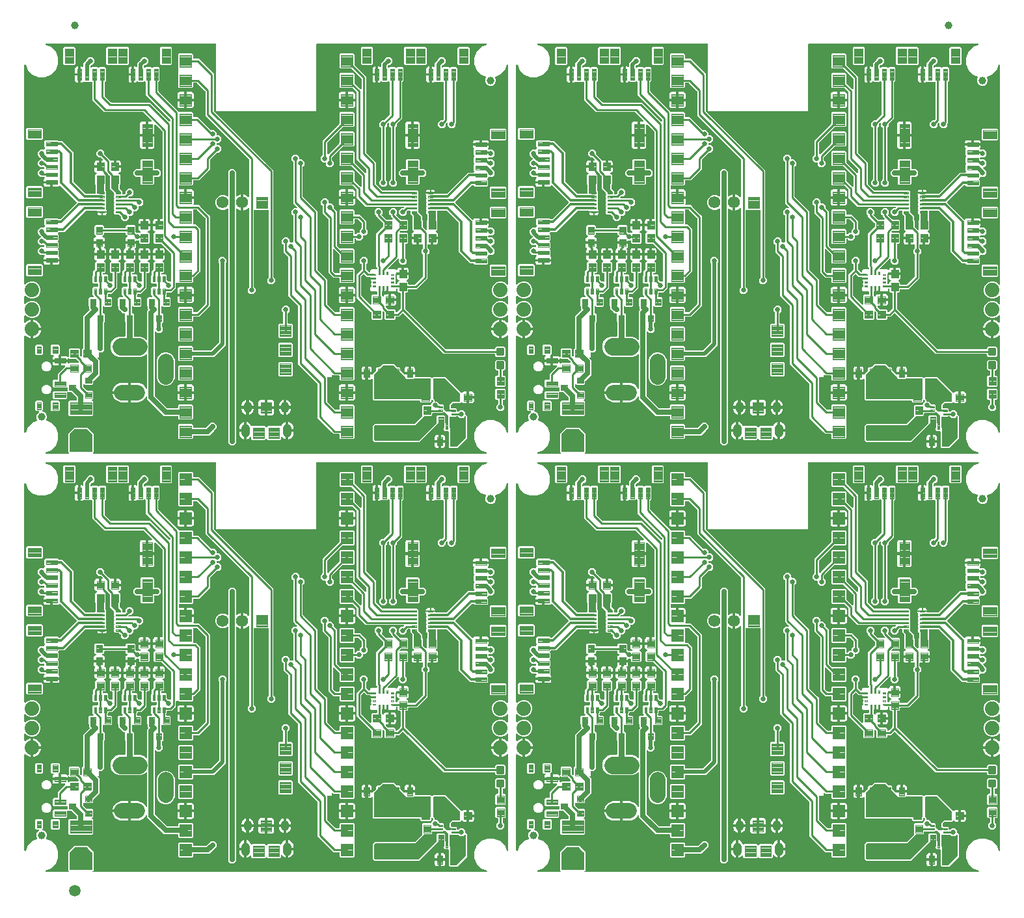
<source format=gtl>
G04 EAGLE Gerber RS-274X export*
G75*
%MOMM*%
%FSLAX34Y34*%
%LPD*%
%INTop Copper*%
%IPPOS*%
%AMOC8*
5,1,8,0,0,1.08239X$1,22.5*%
G01*
%ADD10C,1.000000*%
%ADD11C,0.099000*%
%ADD12C,0.300000*%
%ADD13C,0.100000*%
%ADD14C,0.102000*%
%ADD15C,0.096000*%
%ADD16C,1.879600*%
%ADD17C,0.102500*%
%ADD18C,0.100581*%
%ADD19C,0.105000*%
%ADD20C,0.094488*%
%ADD21C,1.574800*%
%ADD22C,1.100000*%
%ADD23C,1.050000*%
%ADD24C,0.098000*%
%ADD25C,2.000000*%
%ADD26C,2.300000*%
%ADD27C,0.104000*%
%ADD28C,0.092500*%
%ADD29C,1.500000*%
%ADD30C,0.660400*%
%ADD31C,0.254000*%
%ADD32C,0.508000*%
%ADD33C,0.762000*%
%ADD34C,0.304800*%
%ADD35C,0.635000*%

G36*
X59919Y2802D02*
X59919Y2802D01*
X59971Y2801D01*
X60050Y2822D01*
X60131Y2835D01*
X60177Y2857D01*
X60227Y2871D01*
X60296Y2915D01*
X60370Y2950D01*
X60408Y2985D01*
X60452Y3013D01*
X60505Y3076D01*
X60565Y3132D01*
X60590Y3176D01*
X60624Y3216D01*
X60656Y3291D01*
X60696Y3362D01*
X60708Y3413D01*
X60728Y3460D01*
X60736Y3542D01*
X60754Y3622D01*
X60750Y3673D01*
X60755Y3725D01*
X60739Y3805D01*
X60733Y3887D01*
X60713Y3935D01*
X60703Y3985D01*
X60676Y4029D01*
X60634Y4134D01*
X60521Y4273D01*
X60496Y4311D01*
X59562Y5245D01*
X59562Y29045D01*
X67475Y36958D01*
X84925Y36958D01*
X92838Y29045D01*
X92838Y5245D01*
X91904Y4311D01*
X91873Y4270D01*
X91835Y4234D01*
X91795Y4163D01*
X91746Y4097D01*
X91729Y4048D01*
X91704Y4004D01*
X91686Y3924D01*
X91659Y3846D01*
X91657Y3794D01*
X91646Y3744D01*
X91652Y3662D01*
X91650Y3580D01*
X91663Y3531D01*
X91667Y3479D01*
X91698Y3403D01*
X91719Y3324D01*
X91747Y3280D01*
X91766Y3232D01*
X91818Y3169D01*
X91862Y3100D01*
X91901Y3066D01*
X91934Y3026D01*
X92002Y2981D01*
X92065Y2928D01*
X92112Y2907D01*
X92155Y2879D01*
X92205Y2867D01*
X92309Y2823D01*
X92487Y2805D01*
X92532Y2795D01*
X603953Y2795D01*
X604044Y2809D01*
X604136Y2814D01*
X604175Y2828D01*
X604216Y2835D01*
X604299Y2875D01*
X604385Y2907D01*
X604418Y2932D01*
X604455Y2950D01*
X604523Y3013D01*
X604596Y3070D01*
X604619Y3104D01*
X604649Y3132D01*
X604695Y3212D01*
X604748Y3287D01*
X604761Y3327D01*
X604781Y3362D01*
X604801Y3452D01*
X604830Y3540D01*
X604830Y3582D01*
X604839Y3622D01*
X604832Y3714D01*
X604833Y3806D01*
X604821Y3846D01*
X604817Y3887D01*
X604783Y3973D01*
X604757Y4061D01*
X604734Y4095D01*
X604718Y4134D01*
X604660Y4205D01*
X604609Y4282D01*
X604583Y4300D01*
X604551Y4340D01*
X604330Y4487D01*
X604310Y4492D01*
X604293Y4504D01*
X597514Y7312D01*
X591512Y13314D01*
X588263Y21156D01*
X588263Y29644D01*
X591512Y37486D01*
X597514Y43488D01*
X605356Y46737D01*
X613844Y46737D01*
X621686Y43488D01*
X627688Y37486D01*
X630496Y30707D01*
X630544Y30628D01*
X630584Y30545D01*
X630612Y30515D01*
X630634Y30480D01*
X630703Y30418D01*
X630766Y30351D01*
X630802Y30330D01*
X630832Y30303D01*
X630916Y30265D01*
X630996Y30219D01*
X631037Y30210D01*
X631074Y30193D01*
X631166Y30181D01*
X631256Y30161D01*
X631297Y30164D01*
X631338Y30159D01*
X631429Y30175D01*
X631521Y30183D01*
X631559Y30198D01*
X631600Y30205D01*
X631682Y30247D01*
X631768Y30282D01*
X631800Y30308D01*
X631836Y30326D01*
X631902Y30391D01*
X631974Y30449D01*
X631997Y30483D01*
X632026Y30512D01*
X632070Y30593D01*
X632121Y30670D01*
X632128Y30701D01*
X632153Y30746D01*
X632204Y31007D01*
X632201Y31027D01*
X632205Y31047D01*
X632205Y155977D01*
X632198Y156028D01*
X632199Y156080D01*
X632178Y156159D01*
X632165Y156240D01*
X632143Y156286D01*
X632129Y156336D01*
X632085Y156405D01*
X632050Y156479D01*
X632014Y156517D01*
X631987Y156560D01*
X631924Y156613D01*
X631868Y156673D01*
X631824Y156699D01*
X631784Y156732D01*
X631709Y156765D01*
X631638Y156805D01*
X631587Y156817D01*
X631540Y156837D01*
X631458Y156845D01*
X631378Y156863D01*
X631327Y156859D01*
X631275Y156864D01*
X631195Y156848D01*
X631113Y156841D01*
X631065Y156822D01*
X631015Y156812D01*
X630971Y156784D01*
X630866Y156742D01*
X630727Y156629D01*
X630689Y156605D01*
X630078Y155994D01*
X628557Y154889D01*
X626883Y154036D01*
X625096Y153455D01*
X624077Y153294D01*
X624077Y164211D01*
X624062Y164312D01*
X624053Y164415D01*
X624042Y164443D01*
X624037Y164474D01*
X623993Y164566D01*
X623954Y164661D01*
X623935Y164685D01*
X623922Y164713D01*
X623852Y164788D01*
X623787Y164868D01*
X623761Y164885D01*
X623740Y164907D01*
X623651Y164958D01*
X623566Y165015D01*
X623542Y165020D01*
X623510Y165039D01*
X623250Y165097D01*
X623212Y165094D01*
X623189Y165099D01*
X622299Y165099D01*
X622299Y165101D01*
X623189Y165101D01*
X623290Y165116D01*
X623393Y165125D01*
X623421Y165136D01*
X623452Y165141D01*
X623544Y165185D01*
X623639Y165224D01*
X623663Y165243D01*
X623691Y165256D01*
X623766Y165326D01*
X623846Y165391D01*
X623863Y165417D01*
X623885Y165438D01*
X623936Y165527D01*
X623993Y165612D01*
X623999Y165636D01*
X624017Y165669D01*
X624075Y165928D01*
X624072Y165966D01*
X624077Y165989D01*
X624077Y176906D01*
X625096Y176745D01*
X626883Y176164D01*
X628557Y175311D01*
X630078Y174206D01*
X630689Y173595D01*
X630704Y173584D01*
X630715Y173570D01*
X630741Y173553D01*
X630766Y173527D01*
X630837Y173486D01*
X630903Y173437D01*
X630927Y173429D01*
X630936Y173423D01*
X630955Y173418D01*
X630996Y173395D01*
X631076Y173377D01*
X631154Y173350D01*
X631206Y173348D01*
X631256Y173337D01*
X631304Y173341D01*
X631313Y173339D01*
X631317Y173339D01*
X631347Y173343D01*
X631420Y173341D01*
X631469Y173354D01*
X631521Y173359D01*
X631565Y173376D01*
X631580Y173379D01*
X631608Y173392D01*
X631676Y173411D01*
X631720Y173438D01*
X631768Y173458D01*
X631803Y173487D01*
X631819Y173494D01*
X631844Y173517D01*
X631900Y173553D01*
X631934Y173593D01*
X631974Y173625D01*
X631998Y173661D01*
X632013Y173676D01*
X632032Y173709D01*
X632072Y173756D01*
X632093Y173803D01*
X632121Y173846D01*
X632128Y173876D01*
X632145Y173906D01*
X632155Y173949D01*
X632177Y174000D01*
X632186Y174089D01*
X632203Y174166D01*
X632200Y174201D01*
X632205Y174223D01*
X632205Y182455D01*
X632198Y182506D01*
X632199Y182557D01*
X632178Y182636D01*
X632165Y182717D01*
X632143Y182764D01*
X632129Y182814D01*
X632085Y182883D01*
X632050Y182957D01*
X632015Y182994D01*
X631987Y183038D01*
X631924Y183091D01*
X631868Y183151D01*
X631824Y183177D01*
X631784Y183210D01*
X631709Y183242D01*
X631638Y183283D01*
X631587Y183294D01*
X631540Y183314D01*
X631458Y183323D01*
X631378Y183341D01*
X631327Y183337D01*
X631275Y183342D01*
X631195Y183326D01*
X631113Y183319D01*
X631065Y183300D01*
X631015Y183290D01*
X630971Y183262D01*
X630866Y183220D01*
X630727Y183107D01*
X630689Y183083D01*
X628631Y181025D01*
X624523Y179323D01*
X620077Y179323D01*
X615969Y181025D01*
X612825Y184169D01*
X611123Y188277D01*
X611123Y192723D01*
X612825Y196831D01*
X615969Y199975D01*
X620077Y201677D01*
X624523Y201677D01*
X628631Y199975D01*
X630689Y197917D01*
X630730Y197887D01*
X630766Y197849D01*
X630837Y197808D01*
X630903Y197760D01*
X630952Y197743D01*
X630996Y197717D01*
X631076Y197699D01*
X631154Y197672D01*
X631206Y197670D01*
X631256Y197659D01*
X631338Y197666D01*
X631420Y197663D01*
X631469Y197677D01*
X631521Y197681D01*
X631597Y197711D01*
X631676Y197733D01*
X631720Y197761D01*
X631768Y197780D01*
X631831Y197832D01*
X631900Y197876D01*
X631934Y197915D01*
X631974Y197947D01*
X632019Y198016D01*
X632072Y198078D01*
X632093Y198126D01*
X632121Y198169D01*
X632133Y198219D01*
X632177Y198323D01*
X632195Y198501D01*
X632205Y198545D01*
X632205Y207855D01*
X632198Y207906D01*
X632199Y207957D01*
X632178Y208036D01*
X632165Y208117D01*
X632143Y208164D01*
X632129Y208214D01*
X632085Y208283D01*
X632050Y208357D01*
X632015Y208394D01*
X631987Y208438D01*
X631924Y208491D01*
X631868Y208551D01*
X631824Y208577D01*
X631784Y208610D01*
X631709Y208642D01*
X631638Y208683D01*
X631587Y208694D01*
X631540Y208714D01*
X631458Y208723D01*
X631378Y208741D01*
X631327Y208737D01*
X631275Y208742D01*
X631195Y208726D01*
X631113Y208719D01*
X631065Y208700D01*
X631015Y208690D01*
X630971Y208662D01*
X630866Y208620D01*
X630727Y208507D01*
X630689Y208483D01*
X628631Y206425D01*
X624523Y204723D01*
X620077Y204723D01*
X615969Y206425D01*
X612825Y209569D01*
X611123Y213677D01*
X611123Y218123D01*
X612825Y222231D01*
X615969Y225375D01*
X620077Y227077D01*
X624523Y227077D01*
X628631Y225375D01*
X630689Y223317D01*
X630695Y223313D01*
X630696Y223312D01*
X630700Y223309D01*
X630730Y223287D01*
X630766Y223249D01*
X630837Y223208D01*
X630903Y223160D01*
X630952Y223143D01*
X630996Y223117D01*
X631076Y223099D01*
X631154Y223072D01*
X631206Y223070D01*
X631256Y223059D01*
X631338Y223066D01*
X631420Y223063D01*
X631469Y223077D01*
X631521Y223081D01*
X631597Y223111D01*
X631676Y223133D01*
X631720Y223161D01*
X631768Y223180D01*
X631831Y223232D01*
X631900Y223276D01*
X631934Y223315D01*
X631974Y223347D01*
X632019Y223416D01*
X632072Y223478D01*
X632093Y223526D01*
X632121Y223569D01*
X632133Y223619D01*
X632145Y223647D01*
X632145Y223648D01*
X632146Y223649D01*
X632177Y223723D01*
X632190Y223848D01*
X632203Y223908D01*
X632201Y223928D01*
X632205Y223945D01*
X632205Y508703D01*
X632191Y508794D01*
X632186Y508886D01*
X632172Y508925D01*
X632165Y508966D01*
X632125Y509049D01*
X632093Y509135D01*
X632068Y509168D01*
X632050Y509205D01*
X631987Y509273D01*
X631930Y509346D01*
X631896Y509369D01*
X631868Y509399D01*
X631788Y509445D01*
X631713Y509498D01*
X631673Y509511D01*
X631638Y509531D01*
X631548Y509551D01*
X631460Y509580D01*
X631418Y509580D01*
X631378Y509589D01*
X631286Y509582D01*
X631194Y509583D01*
X631154Y509571D01*
X631113Y509567D01*
X631027Y509533D01*
X630939Y509507D01*
X630905Y509484D01*
X630866Y509468D01*
X630795Y509410D01*
X630718Y509359D01*
X630700Y509333D01*
X630660Y509301D01*
X630513Y509080D01*
X630508Y509060D01*
X630496Y509043D01*
X627688Y502264D01*
X621686Y496262D01*
X615868Y493852D01*
X615780Y493799D01*
X615689Y493752D01*
X615667Y493730D01*
X615641Y493714D01*
X615572Y493638D01*
X615499Y493566D01*
X615484Y493539D01*
X615464Y493516D01*
X615421Y493423D01*
X615373Y493332D01*
X615367Y493302D01*
X615354Y493274D01*
X615341Y493172D01*
X615321Y493071D01*
X615325Y493048D01*
X615320Y493010D01*
X615366Y492748D01*
X615383Y492715D01*
X615388Y492691D01*
X616379Y490298D01*
X616379Y487602D01*
X615347Y485110D01*
X613440Y483203D01*
X610948Y482171D01*
X608252Y482171D01*
X605760Y483203D01*
X603853Y485110D01*
X602821Y487602D01*
X602821Y490298D01*
X603812Y492691D01*
X603837Y492791D01*
X603869Y492889D01*
X603869Y492919D01*
X603876Y492949D01*
X603870Y493052D01*
X603871Y493154D01*
X603863Y493184D01*
X603861Y493215D01*
X603825Y493311D01*
X603796Y493409D01*
X603778Y493435D01*
X603768Y493464D01*
X603705Y493545D01*
X603648Y493630D01*
X603628Y493644D01*
X603605Y493674D01*
X603387Y493826D01*
X603351Y493838D01*
X603332Y493852D01*
X597514Y496262D01*
X591512Y502264D01*
X588263Y510106D01*
X588263Y518594D01*
X591512Y526436D01*
X597514Y532438D01*
X604293Y535246D01*
X604372Y535294D01*
X604455Y535334D01*
X604485Y535362D01*
X604520Y535384D01*
X604582Y535453D01*
X604649Y535516D01*
X604670Y535552D01*
X604697Y535582D01*
X604735Y535666D01*
X604781Y535746D01*
X604790Y535787D01*
X604807Y535824D01*
X604819Y535916D01*
X604839Y536006D01*
X604836Y536047D01*
X604841Y536088D01*
X604825Y536179D01*
X604817Y536271D01*
X604802Y536309D01*
X604795Y536350D01*
X604753Y536432D01*
X604718Y536518D01*
X604692Y536550D01*
X604674Y536586D01*
X604609Y536652D01*
X604551Y536724D01*
X604517Y536747D01*
X604488Y536776D01*
X604407Y536820D01*
X604330Y536871D01*
X604299Y536878D01*
X604254Y536903D01*
X603993Y536954D01*
X603973Y536951D01*
X603953Y536955D01*
X383667Y536955D01*
X383565Y536940D01*
X383463Y536932D01*
X383435Y536920D01*
X383404Y536915D01*
X383312Y536871D01*
X383216Y536833D01*
X383193Y536813D01*
X383165Y536800D01*
X383090Y536730D01*
X383010Y536665D01*
X382993Y536639D01*
X382971Y536618D01*
X382920Y536529D01*
X382863Y536444D01*
X382857Y536420D01*
X382839Y536388D01*
X382781Y536128D01*
X382784Y536090D01*
X382779Y536067D01*
X382779Y450113D01*
X381737Y449071D01*
X253263Y449071D01*
X252221Y450113D01*
X252221Y536067D01*
X252206Y536169D01*
X252198Y536271D01*
X252186Y536299D01*
X252181Y536330D01*
X252137Y536422D01*
X252099Y536518D01*
X252079Y536541D01*
X252066Y536569D01*
X251996Y536644D01*
X251931Y536724D01*
X251905Y536741D01*
X251884Y536763D01*
X251795Y536814D01*
X251710Y536871D01*
X251686Y536877D01*
X251654Y536895D01*
X251394Y536953D01*
X251356Y536950D01*
X251333Y536955D01*
X31047Y536955D01*
X30956Y536941D01*
X30864Y536936D01*
X30825Y536922D01*
X30784Y536915D01*
X30701Y536875D01*
X30615Y536843D01*
X30582Y536818D01*
X30545Y536800D01*
X30477Y536737D01*
X30404Y536680D01*
X30381Y536646D01*
X30351Y536618D01*
X30305Y536538D01*
X30252Y536463D01*
X30239Y536423D01*
X30219Y536388D01*
X30199Y536298D01*
X30170Y536210D01*
X30170Y536168D01*
X30161Y536128D01*
X30168Y536036D01*
X30167Y535944D01*
X30179Y535904D01*
X30183Y535863D01*
X30217Y535777D01*
X30243Y535689D01*
X30266Y535655D01*
X30282Y535616D01*
X30340Y535545D01*
X30391Y535468D01*
X30417Y535450D01*
X30449Y535410D01*
X30670Y535263D01*
X30690Y535258D01*
X30707Y535246D01*
X37486Y532438D01*
X43488Y526436D01*
X46737Y518594D01*
X46737Y510106D01*
X43488Y502264D01*
X37486Y496262D01*
X29644Y493013D01*
X21156Y493013D01*
X13314Y496262D01*
X7312Y502264D01*
X4504Y509043D01*
X4456Y509122D01*
X4416Y509205D01*
X4388Y509235D01*
X4366Y509270D01*
X4297Y509332D01*
X4234Y509399D01*
X4198Y509420D01*
X4168Y509447D01*
X4084Y509485D01*
X4004Y509531D01*
X3963Y509540D01*
X3926Y509557D01*
X3834Y509569D01*
X3744Y509589D01*
X3703Y509586D01*
X3662Y509591D01*
X3571Y509575D01*
X3479Y509567D01*
X3441Y509552D01*
X3400Y509545D01*
X3318Y509503D01*
X3232Y509468D01*
X3200Y509442D01*
X3164Y509424D01*
X3098Y509359D01*
X3026Y509301D01*
X3003Y509267D01*
X2974Y509238D01*
X2930Y509157D01*
X2879Y509080D01*
X2872Y509049D01*
X2847Y509004D01*
X2796Y508743D01*
X2799Y508723D01*
X2795Y508703D01*
X2795Y223945D01*
X2802Y223894D01*
X2801Y223843D01*
X2817Y223783D01*
X2818Y223765D01*
X2824Y223751D01*
X2835Y223683D01*
X2857Y223636D01*
X2871Y223586D01*
X2915Y223517D01*
X2950Y223443D01*
X2985Y223406D01*
X3013Y223362D01*
X3076Y223309D01*
X3132Y223249D01*
X3176Y223223D01*
X3216Y223190D01*
X3291Y223158D01*
X3362Y223117D01*
X3413Y223106D01*
X3460Y223086D01*
X3542Y223077D01*
X3622Y223059D01*
X3673Y223063D01*
X3725Y223058D01*
X3805Y223074D01*
X3887Y223081D01*
X3935Y223100D01*
X3985Y223110D01*
X4029Y223138D01*
X4134Y223180D01*
X4194Y223229D01*
X4209Y223236D01*
X4247Y223272D01*
X4273Y223293D01*
X4311Y223317D01*
X6369Y225375D01*
X10477Y227077D01*
X14923Y227077D01*
X19031Y225375D01*
X22175Y222231D01*
X23877Y218123D01*
X23877Y213677D01*
X22175Y209569D01*
X19031Y206425D01*
X14923Y204723D01*
X10477Y204723D01*
X6369Y206425D01*
X4311Y208483D01*
X4270Y208513D01*
X4234Y208551D01*
X4163Y208592D01*
X4097Y208640D01*
X4048Y208657D01*
X4004Y208683D01*
X3924Y208701D01*
X3846Y208728D01*
X3794Y208730D01*
X3744Y208741D01*
X3662Y208734D01*
X3580Y208737D01*
X3531Y208723D01*
X3479Y208719D01*
X3403Y208689D01*
X3324Y208667D01*
X3280Y208639D01*
X3232Y208620D01*
X3169Y208568D01*
X3100Y208524D01*
X3066Y208485D01*
X3026Y208453D01*
X2981Y208384D01*
X2928Y208322D01*
X2907Y208274D01*
X2879Y208231D01*
X2867Y208181D01*
X2823Y208077D01*
X2805Y207899D01*
X2795Y207855D01*
X2795Y198545D01*
X2802Y198494D01*
X2801Y198443D01*
X2822Y198364D01*
X2835Y198283D01*
X2857Y198236D01*
X2871Y198186D01*
X2915Y198117D01*
X2950Y198043D01*
X2985Y198006D01*
X3013Y197962D01*
X3076Y197909D01*
X3132Y197849D01*
X3176Y197823D01*
X3216Y197790D01*
X3291Y197758D01*
X3362Y197717D01*
X3413Y197706D01*
X3460Y197686D01*
X3542Y197677D01*
X3622Y197659D01*
X3673Y197663D01*
X3725Y197658D01*
X3805Y197674D01*
X3887Y197681D01*
X3935Y197700D01*
X3985Y197710D01*
X4029Y197738D01*
X4134Y197780D01*
X4273Y197893D01*
X4311Y197917D01*
X6369Y199975D01*
X10477Y201677D01*
X14923Y201677D01*
X19031Y199975D01*
X22175Y196831D01*
X23877Y192723D01*
X23877Y188277D01*
X22175Y184169D01*
X19031Y181025D01*
X14923Y179323D01*
X10477Y179323D01*
X6369Y181025D01*
X4311Y183083D01*
X4270Y183113D01*
X4234Y183151D01*
X4163Y183192D01*
X4097Y183240D01*
X4048Y183257D01*
X4004Y183283D01*
X3924Y183301D01*
X3846Y183328D01*
X3794Y183330D01*
X3744Y183341D01*
X3662Y183334D01*
X3580Y183337D01*
X3531Y183323D01*
X3479Y183319D01*
X3403Y183289D01*
X3324Y183267D01*
X3280Y183239D01*
X3232Y183220D01*
X3169Y183168D01*
X3100Y183124D01*
X3066Y183085D01*
X3026Y183053D01*
X2981Y182984D01*
X2928Y182922D01*
X2907Y182874D01*
X2879Y182831D01*
X2867Y182781D01*
X2823Y182677D01*
X2805Y182499D01*
X2795Y182455D01*
X2795Y174223D01*
X2802Y174172D01*
X2801Y174120D01*
X2815Y174069D01*
X2818Y174023D01*
X2829Y173997D01*
X2835Y173960D01*
X2857Y173914D01*
X2871Y173864D01*
X2902Y173814D01*
X2917Y173776D01*
X2932Y173758D01*
X2950Y173721D01*
X2986Y173683D01*
X3013Y173640D01*
X3063Y173598D01*
X3085Y173570D01*
X3101Y173559D01*
X3132Y173527D01*
X3176Y173501D01*
X3216Y173468D01*
X3279Y173440D01*
X3306Y173423D01*
X3318Y173420D01*
X3362Y173395D01*
X3413Y173383D01*
X3460Y173363D01*
X3542Y173355D01*
X3622Y173337D01*
X3673Y173341D01*
X3683Y173339D01*
X3687Y173339D01*
X3691Y173339D01*
X3725Y173336D01*
X3805Y173352D01*
X3887Y173359D01*
X3929Y173375D01*
X3950Y173379D01*
X3958Y173382D01*
X3985Y173388D01*
X4029Y173416D01*
X4134Y173458D01*
X4164Y173482D01*
X4189Y173494D01*
X4258Y173559D01*
X4273Y173571D01*
X4311Y173595D01*
X4922Y174206D01*
X6443Y175311D01*
X8117Y176164D01*
X9904Y176745D01*
X10923Y176906D01*
X10923Y165989D01*
X10938Y165888D01*
X10946Y165785D01*
X10958Y165757D01*
X10963Y165726D01*
X11007Y165634D01*
X11045Y165539D01*
X11065Y165515D01*
X11078Y165487D01*
X11148Y165412D01*
X11213Y165332D01*
X11239Y165315D01*
X11260Y165293D01*
X11349Y165242D01*
X11434Y165185D01*
X11458Y165180D01*
X11490Y165161D01*
X11750Y165103D01*
X11788Y165106D01*
X11811Y165101D01*
X12701Y165101D01*
X12701Y165099D01*
X11811Y165099D01*
X11709Y165084D01*
X11607Y165075D01*
X11579Y165064D01*
X11548Y165059D01*
X11456Y165015D01*
X11360Y164976D01*
X11337Y164957D01*
X11309Y164944D01*
X11234Y164874D01*
X11154Y164809D01*
X11137Y164783D01*
X11115Y164762D01*
X11064Y164673D01*
X11007Y164588D01*
X11001Y164564D01*
X10983Y164531D01*
X10925Y164272D01*
X10928Y164234D01*
X10923Y164211D01*
X10923Y153294D01*
X9904Y153455D01*
X8117Y154036D01*
X6443Y154889D01*
X4922Y155994D01*
X4311Y156605D01*
X4270Y156636D01*
X4234Y156673D01*
X4163Y156714D01*
X4097Y156763D01*
X4048Y156780D01*
X4004Y156805D01*
X3924Y156823D01*
X3846Y156850D01*
X3794Y156852D01*
X3744Y156863D01*
X3662Y156856D01*
X3580Y156859D01*
X3531Y156846D01*
X3479Y156841D01*
X3403Y156811D01*
X3324Y156789D01*
X3280Y156762D01*
X3232Y156742D01*
X3169Y156691D01*
X3100Y156647D01*
X3066Y156607D01*
X3026Y156575D01*
X2981Y156507D01*
X2928Y156444D01*
X2907Y156397D01*
X2879Y156354D01*
X2867Y156303D01*
X2823Y156200D01*
X2805Y156021D01*
X2795Y155977D01*
X2795Y31047D01*
X2809Y30956D01*
X2814Y30864D01*
X2828Y30825D01*
X2835Y30784D01*
X2875Y30701D01*
X2907Y30615D01*
X2932Y30582D01*
X2950Y30545D01*
X3013Y30477D01*
X3070Y30404D01*
X3104Y30381D01*
X3132Y30351D01*
X3212Y30305D01*
X3287Y30252D01*
X3327Y30239D01*
X3362Y30219D01*
X3452Y30199D01*
X3540Y30170D01*
X3582Y30170D01*
X3622Y30161D01*
X3714Y30168D01*
X3806Y30167D01*
X3846Y30179D01*
X3887Y30183D01*
X3973Y30217D01*
X4061Y30243D01*
X4095Y30266D01*
X4134Y30282D01*
X4205Y30340D01*
X4282Y30391D01*
X4300Y30417D01*
X4340Y30449D01*
X4487Y30670D01*
X4492Y30690D01*
X4504Y30707D01*
X7312Y37486D01*
X13314Y43488D01*
X19132Y45898D01*
X19220Y45951D01*
X19311Y45998D01*
X19333Y46020D01*
X19359Y46036D01*
X19428Y46112D01*
X19501Y46184D01*
X19516Y46211D01*
X19536Y46234D01*
X19579Y46327D01*
X19627Y46418D01*
X19633Y46448D01*
X19646Y46476D01*
X19659Y46578D01*
X19679Y46679D01*
X19675Y46702D01*
X19680Y46740D01*
X19634Y47002D01*
X19617Y47035D01*
X19612Y47059D01*
X18621Y49452D01*
X18621Y52148D01*
X19653Y54640D01*
X21560Y56547D01*
X21719Y56612D01*
X21798Y56660D01*
X21881Y56700D01*
X21911Y56728D01*
X21946Y56750D01*
X22008Y56819D01*
X22075Y56882D01*
X22096Y56917D01*
X22123Y56948D01*
X22161Y57032D01*
X22207Y57112D01*
X22216Y57153D01*
X22233Y57190D01*
X22245Y57282D01*
X22265Y57372D01*
X22262Y57413D01*
X22267Y57454D01*
X22251Y57545D01*
X22243Y57637D01*
X22228Y57675D01*
X22221Y57716D01*
X22179Y57798D01*
X22144Y57884D01*
X22118Y57916D01*
X22099Y57952D01*
X22035Y58018D01*
X21977Y58090D01*
X21942Y58113D01*
X21914Y58142D01*
X21832Y58186D01*
X21756Y58237D01*
X21725Y58244D01*
X21680Y58269D01*
X21419Y58320D01*
X21399Y58317D01*
X21379Y58321D01*
X18312Y58321D01*
X16971Y59662D01*
X16971Y70538D01*
X18312Y71879D01*
X25188Y71879D01*
X26529Y70538D01*
X26529Y59662D01*
X25962Y59095D01*
X25931Y59054D01*
X25893Y59018D01*
X25853Y58947D01*
X25804Y58881D01*
X25787Y58832D01*
X25762Y58788D01*
X25744Y58708D01*
X25717Y58630D01*
X25715Y58578D01*
X25704Y58528D01*
X25710Y58446D01*
X25708Y58364D01*
X25721Y58315D01*
X25725Y58263D01*
X25756Y58187D01*
X25777Y58108D01*
X25805Y58064D01*
X25824Y58016D01*
X25876Y57953D01*
X25920Y57884D01*
X25959Y57850D01*
X25992Y57810D01*
X26060Y57765D01*
X26123Y57712D01*
X26170Y57691D01*
X26213Y57663D01*
X26263Y57651D01*
X26367Y57607D01*
X26545Y57589D01*
X26590Y57579D01*
X26748Y57579D01*
X29240Y56547D01*
X31147Y54640D01*
X32179Y52148D01*
X32179Y49452D01*
X31188Y47059D01*
X31163Y46959D01*
X31131Y46861D01*
X31131Y46831D01*
X31124Y46801D01*
X31130Y46698D01*
X31129Y46596D01*
X31137Y46566D01*
X31139Y46535D01*
X31175Y46439D01*
X31204Y46341D01*
X31222Y46315D01*
X31232Y46286D01*
X31295Y46205D01*
X31352Y46120D01*
X31372Y46106D01*
X31395Y46076D01*
X31613Y45924D01*
X31649Y45912D01*
X31668Y45898D01*
X37486Y43488D01*
X43488Y37486D01*
X46737Y29644D01*
X46737Y21156D01*
X43488Y13314D01*
X37486Y7312D01*
X30707Y4504D01*
X30628Y4456D01*
X30545Y4416D01*
X30515Y4388D01*
X30480Y4366D01*
X30418Y4297D01*
X30351Y4234D01*
X30330Y4198D01*
X30303Y4168D01*
X30265Y4084D01*
X30219Y4004D01*
X30210Y3963D01*
X30193Y3926D01*
X30181Y3834D01*
X30161Y3744D01*
X30164Y3703D01*
X30159Y3662D01*
X30175Y3571D01*
X30183Y3479D01*
X30198Y3441D01*
X30205Y3400D01*
X30247Y3318D01*
X30282Y3232D01*
X30308Y3200D01*
X30326Y3164D01*
X30391Y3098D01*
X30449Y3026D01*
X30483Y3003D01*
X30512Y2974D01*
X30593Y2930D01*
X30670Y2879D01*
X30701Y2872D01*
X30746Y2847D01*
X31007Y2796D01*
X31027Y2799D01*
X31047Y2795D01*
X59868Y2795D01*
X59919Y2802D01*
G37*
G36*
X699999Y547632D02*
X699999Y547632D01*
X700051Y547631D01*
X700130Y547652D01*
X700211Y547665D01*
X700257Y547687D01*
X700307Y547701D01*
X700376Y547745D01*
X700450Y547780D01*
X700488Y547815D01*
X700532Y547843D01*
X700585Y547906D01*
X700645Y547962D01*
X700670Y548006D01*
X700704Y548046D01*
X700736Y548121D01*
X700776Y548192D01*
X700788Y548243D01*
X700808Y548290D01*
X700816Y548372D01*
X700834Y548452D01*
X700830Y548503D01*
X700835Y548555D01*
X700819Y548635D01*
X700813Y548717D01*
X700793Y548765D01*
X700783Y548815D01*
X700756Y548859D01*
X700714Y548964D01*
X700601Y549103D01*
X700576Y549141D01*
X699642Y550075D01*
X699642Y573875D01*
X707555Y581788D01*
X725005Y581788D01*
X732918Y573875D01*
X732918Y550075D01*
X731984Y549141D01*
X731953Y549100D01*
X731915Y549064D01*
X731875Y548993D01*
X731826Y548927D01*
X731809Y548878D01*
X731784Y548834D01*
X731766Y548754D01*
X731739Y548676D01*
X731737Y548624D01*
X731726Y548574D01*
X731732Y548492D01*
X731730Y548410D01*
X731743Y548361D01*
X731747Y548309D01*
X731778Y548233D01*
X731799Y548154D01*
X731827Y548110D01*
X731846Y548062D01*
X731898Y547999D01*
X731942Y547930D01*
X731981Y547896D01*
X732014Y547856D01*
X732082Y547811D01*
X732145Y547758D01*
X732192Y547737D01*
X732235Y547709D01*
X732285Y547697D01*
X732389Y547653D01*
X732567Y547635D01*
X732612Y547625D01*
X1244033Y547625D01*
X1244124Y547639D01*
X1244216Y547644D01*
X1244255Y547658D01*
X1244296Y547665D01*
X1244379Y547705D01*
X1244465Y547737D01*
X1244498Y547762D01*
X1244535Y547780D01*
X1244603Y547843D01*
X1244676Y547900D01*
X1244699Y547934D01*
X1244729Y547962D01*
X1244775Y548042D01*
X1244828Y548117D01*
X1244841Y548157D01*
X1244861Y548192D01*
X1244881Y548282D01*
X1244910Y548370D01*
X1244910Y548412D01*
X1244919Y548452D01*
X1244912Y548544D01*
X1244913Y548636D01*
X1244901Y548676D01*
X1244897Y548717D01*
X1244863Y548803D01*
X1244837Y548891D01*
X1244814Y548925D01*
X1244798Y548964D01*
X1244740Y549035D01*
X1244689Y549112D01*
X1244663Y549130D01*
X1244631Y549170D01*
X1244410Y549317D01*
X1244390Y549322D01*
X1244373Y549334D01*
X1237594Y552142D01*
X1231592Y558144D01*
X1228343Y565986D01*
X1228343Y574474D01*
X1231592Y582316D01*
X1237594Y588318D01*
X1245436Y591567D01*
X1253924Y591567D01*
X1261766Y588318D01*
X1267768Y582316D01*
X1270576Y575537D01*
X1270624Y575458D01*
X1270664Y575375D01*
X1270692Y575345D01*
X1270714Y575310D01*
X1270783Y575248D01*
X1270846Y575181D01*
X1270882Y575160D01*
X1270912Y575133D01*
X1270996Y575095D01*
X1271076Y575049D01*
X1271117Y575040D01*
X1271154Y575023D01*
X1271246Y575011D01*
X1271336Y574991D01*
X1271377Y574994D01*
X1271418Y574989D01*
X1271509Y575005D01*
X1271601Y575013D01*
X1271639Y575028D01*
X1271680Y575035D01*
X1271762Y575077D01*
X1271848Y575112D01*
X1271880Y575138D01*
X1271916Y575156D01*
X1271982Y575221D01*
X1272054Y575279D01*
X1272077Y575313D01*
X1272106Y575342D01*
X1272150Y575423D01*
X1272201Y575500D01*
X1272208Y575531D01*
X1272233Y575576D01*
X1272284Y575837D01*
X1272281Y575857D01*
X1272285Y575877D01*
X1272285Y700807D01*
X1272278Y700858D01*
X1272279Y700910D01*
X1272258Y700989D01*
X1272245Y701070D01*
X1272223Y701116D01*
X1272209Y701166D01*
X1272165Y701235D01*
X1272130Y701309D01*
X1272094Y701347D01*
X1272067Y701390D01*
X1272004Y701443D01*
X1271948Y701503D01*
X1271904Y701529D01*
X1271864Y701562D01*
X1271789Y701595D01*
X1271718Y701635D01*
X1271667Y701647D01*
X1271620Y701667D01*
X1271538Y701675D01*
X1271458Y701693D01*
X1271407Y701689D01*
X1271355Y701694D01*
X1271275Y701678D01*
X1271193Y701671D01*
X1271145Y701652D01*
X1271095Y701642D01*
X1271051Y701614D01*
X1270946Y701572D01*
X1270807Y701459D01*
X1270769Y701435D01*
X1270158Y700824D01*
X1268637Y699719D01*
X1266963Y698866D01*
X1265176Y698285D01*
X1264157Y698124D01*
X1264157Y709041D01*
X1264142Y709142D01*
X1264133Y709245D01*
X1264122Y709273D01*
X1264117Y709304D01*
X1264073Y709396D01*
X1264034Y709491D01*
X1264015Y709515D01*
X1264002Y709543D01*
X1263932Y709618D01*
X1263867Y709698D01*
X1263841Y709715D01*
X1263820Y709737D01*
X1263731Y709788D01*
X1263646Y709845D01*
X1263622Y709850D01*
X1263590Y709869D01*
X1263330Y709927D01*
X1263292Y709924D01*
X1263269Y709929D01*
X1262379Y709929D01*
X1262379Y709931D01*
X1263269Y709931D01*
X1263370Y709946D01*
X1263473Y709955D01*
X1263501Y709966D01*
X1263532Y709971D01*
X1263624Y710015D01*
X1263719Y710054D01*
X1263743Y710073D01*
X1263771Y710086D01*
X1263846Y710156D01*
X1263926Y710221D01*
X1263943Y710247D01*
X1263965Y710268D01*
X1264016Y710357D01*
X1264073Y710442D01*
X1264079Y710466D01*
X1264097Y710499D01*
X1264155Y710758D01*
X1264152Y710796D01*
X1264157Y710819D01*
X1264157Y721736D01*
X1265176Y721575D01*
X1266963Y720994D01*
X1268637Y720141D01*
X1270158Y719036D01*
X1270769Y718425D01*
X1270784Y718414D01*
X1270795Y718400D01*
X1270821Y718383D01*
X1270846Y718357D01*
X1270917Y718316D01*
X1270983Y718267D01*
X1271007Y718259D01*
X1271016Y718253D01*
X1271035Y718248D01*
X1271076Y718225D01*
X1271156Y718207D01*
X1271234Y718180D01*
X1271286Y718178D01*
X1271336Y718167D01*
X1271384Y718171D01*
X1271393Y718169D01*
X1271397Y718169D01*
X1271427Y718173D01*
X1271500Y718171D01*
X1271549Y718184D01*
X1271601Y718189D01*
X1271645Y718206D01*
X1271660Y718209D01*
X1271688Y718222D01*
X1271756Y718241D01*
X1271800Y718268D01*
X1271848Y718288D01*
X1271883Y718317D01*
X1271899Y718324D01*
X1271924Y718347D01*
X1271980Y718383D01*
X1272014Y718423D01*
X1272054Y718455D01*
X1272078Y718491D01*
X1272093Y718506D01*
X1272112Y718539D01*
X1272152Y718586D01*
X1272173Y718633D01*
X1272201Y718676D01*
X1272208Y718706D01*
X1272225Y718736D01*
X1272235Y718779D01*
X1272257Y718830D01*
X1272266Y718919D01*
X1272283Y718996D01*
X1272280Y719031D01*
X1272285Y719053D01*
X1272285Y727285D01*
X1272278Y727336D01*
X1272279Y727387D01*
X1272258Y727466D01*
X1272245Y727547D01*
X1272223Y727594D01*
X1272209Y727644D01*
X1272165Y727713D01*
X1272130Y727787D01*
X1272095Y727824D01*
X1272067Y727868D01*
X1272004Y727921D01*
X1271948Y727981D01*
X1271904Y728007D01*
X1271864Y728040D01*
X1271789Y728072D01*
X1271718Y728113D01*
X1271667Y728124D01*
X1271620Y728144D01*
X1271538Y728153D01*
X1271458Y728171D01*
X1271407Y728167D01*
X1271355Y728172D01*
X1271275Y728156D01*
X1271193Y728149D01*
X1271145Y728130D01*
X1271095Y728120D01*
X1271051Y728092D01*
X1270946Y728050D01*
X1270807Y727937D01*
X1270769Y727913D01*
X1268711Y725855D01*
X1264603Y724153D01*
X1260157Y724153D01*
X1256049Y725855D01*
X1252905Y728999D01*
X1251203Y733107D01*
X1251203Y737553D01*
X1252905Y741661D01*
X1256049Y744805D01*
X1260157Y746507D01*
X1264603Y746507D01*
X1268711Y744805D01*
X1270769Y742747D01*
X1270810Y742717D01*
X1270846Y742679D01*
X1270917Y742638D01*
X1270983Y742590D01*
X1271032Y742573D01*
X1271076Y742547D01*
X1271156Y742529D01*
X1271234Y742502D01*
X1271286Y742500D01*
X1271336Y742489D01*
X1271418Y742496D01*
X1271500Y742493D01*
X1271549Y742507D01*
X1271601Y742511D01*
X1271677Y742541D01*
X1271756Y742563D01*
X1271800Y742591D01*
X1271848Y742610D01*
X1271911Y742662D01*
X1271980Y742706D01*
X1272014Y742745D01*
X1272054Y742777D01*
X1272099Y742846D01*
X1272152Y742908D01*
X1272173Y742956D01*
X1272201Y742999D01*
X1272213Y743049D01*
X1272257Y743153D01*
X1272275Y743331D01*
X1272285Y743375D01*
X1272285Y752685D01*
X1272278Y752736D01*
X1272279Y752787D01*
X1272258Y752866D01*
X1272245Y752947D01*
X1272223Y752994D01*
X1272209Y753044D01*
X1272165Y753113D01*
X1272130Y753187D01*
X1272095Y753224D01*
X1272067Y753268D01*
X1272004Y753321D01*
X1271948Y753381D01*
X1271904Y753407D01*
X1271864Y753440D01*
X1271789Y753472D01*
X1271718Y753513D01*
X1271667Y753524D01*
X1271620Y753544D01*
X1271538Y753553D01*
X1271458Y753571D01*
X1271407Y753567D01*
X1271355Y753572D01*
X1271275Y753556D01*
X1271193Y753549D01*
X1271145Y753530D01*
X1271095Y753520D01*
X1271051Y753492D01*
X1270946Y753450D01*
X1270807Y753337D01*
X1270769Y753313D01*
X1268711Y751255D01*
X1264603Y749553D01*
X1260157Y749553D01*
X1256049Y751255D01*
X1252905Y754399D01*
X1251203Y758507D01*
X1251203Y762953D01*
X1252905Y767061D01*
X1256049Y770205D01*
X1260157Y771907D01*
X1264603Y771907D01*
X1268711Y770205D01*
X1270769Y768147D01*
X1270775Y768143D01*
X1270776Y768142D01*
X1270780Y768139D01*
X1270810Y768117D01*
X1270846Y768079D01*
X1270917Y768038D01*
X1270983Y767990D01*
X1271032Y767973D01*
X1271076Y767947D01*
X1271156Y767929D01*
X1271234Y767902D01*
X1271286Y767900D01*
X1271336Y767889D01*
X1271418Y767896D01*
X1271500Y767893D01*
X1271549Y767907D01*
X1271601Y767911D01*
X1271677Y767941D01*
X1271756Y767963D01*
X1271800Y767991D01*
X1271848Y768010D01*
X1271911Y768062D01*
X1271980Y768106D01*
X1272014Y768145D01*
X1272054Y768177D01*
X1272099Y768246D01*
X1272152Y768308D01*
X1272173Y768356D01*
X1272201Y768399D01*
X1272213Y768449D01*
X1272225Y768477D01*
X1272225Y768478D01*
X1272226Y768479D01*
X1272257Y768553D01*
X1272270Y768678D01*
X1272283Y768738D01*
X1272281Y768758D01*
X1272285Y768775D01*
X1272285Y1053533D01*
X1272271Y1053624D01*
X1272266Y1053716D01*
X1272252Y1053755D01*
X1272245Y1053796D01*
X1272205Y1053879D01*
X1272173Y1053965D01*
X1272148Y1053998D01*
X1272130Y1054035D01*
X1272067Y1054103D01*
X1272010Y1054176D01*
X1271976Y1054199D01*
X1271948Y1054229D01*
X1271868Y1054275D01*
X1271793Y1054328D01*
X1271753Y1054341D01*
X1271718Y1054361D01*
X1271628Y1054381D01*
X1271540Y1054410D01*
X1271498Y1054410D01*
X1271458Y1054419D01*
X1271366Y1054412D01*
X1271274Y1054413D01*
X1271234Y1054401D01*
X1271193Y1054397D01*
X1271107Y1054363D01*
X1271019Y1054337D01*
X1270985Y1054314D01*
X1270946Y1054298D01*
X1270875Y1054240D01*
X1270798Y1054189D01*
X1270780Y1054163D01*
X1270740Y1054131D01*
X1270593Y1053910D01*
X1270588Y1053890D01*
X1270576Y1053873D01*
X1267768Y1047094D01*
X1261766Y1041092D01*
X1255948Y1038682D01*
X1255860Y1038629D01*
X1255769Y1038582D01*
X1255747Y1038560D01*
X1255721Y1038544D01*
X1255652Y1038468D01*
X1255579Y1038396D01*
X1255564Y1038369D01*
X1255544Y1038346D01*
X1255501Y1038253D01*
X1255453Y1038162D01*
X1255447Y1038132D01*
X1255434Y1038104D01*
X1255421Y1038002D01*
X1255401Y1037901D01*
X1255405Y1037878D01*
X1255400Y1037840D01*
X1255446Y1037578D01*
X1255463Y1037545D01*
X1255468Y1037521D01*
X1256459Y1035128D01*
X1256459Y1032432D01*
X1255427Y1029940D01*
X1253520Y1028033D01*
X1251028Y1027001D01*
X1248332Y1027001D01*
X1245840Y1028033D01*
X1243933Y1029940D01*
X1242901Y1032432D01*
X1242901Y1035128D01*
X1243892Y1037521D01*
X1243917Y1037621D01*
X1243949Y1037719D01*
X1243949Y1037749D01*
X1243956Y1037779D01*
X1243950Y1037882D01*
X1243951Y1037984D01*
X1243943Y1038014D01*
X1243941Y1038045D01*
X1243905Y1038141D01*
X1243876Y1038239D01*
X1243858Y1038265D01*
X1243848Y1038294D01*
X1243785Y1038375D01*
X1243728Y1038460D01*
X1243708Y1038474D01*
X1243685Y1038504D01*
X1243467Y1038656D01*
X1243431Y1038668D01*
X1243412Y1038682D01*
X1237594Y1041092D01*
X1231592Y1047094D01*
X1228343Y1054936D01*
X1228343Y1063424D01*
X1231592Y1071266D01*
X1237594Y1077268D01*
X1244373Y1080076D01*
X1244452Y1080124D01*
X1244535Y1080164D01*
X1244565Y1080192D01*
X1244600Y1080214D01*
X1244662Y1080283D01*
X1244729Y1080346D01*
X1244750Y1080382D01*
X1244777Y1080412D01*
X1244815Y1080496D01*
X1244861Y1080576D01*
X1244870Y1080617D01*
X1244887Y1080654D01*
X1244899Y1080746D01*
X1244919Y1080836D01*
X1244916Y1080877D01*
X1244921Y1080918D01*
X1244905Y1081009D01*
X1244897Y1081101D01*
X1244882Y1081139D01*
X1244875Y1081180D01*
X1244833Y1081262D01*
X1244798Y1081348D01*
X1244772Y1081380D01*
X1244754Y1081416D01*
X1244689Y1081482D01*
X1244631Y1081554D01*
X1244597Y1081577D01*
X1244568Y1081606D01*
X1244487Y1081650D01*
X1244410Y1081701D01*
X1244379Y1081708D01*
X1244334Y1081733D01*
X1244073Y1081784D01*
X1244053Y1081781D01*
X1244033Y1081785D01*
X1023747Y1081785D01*
X1023645Y1081770D01*
X1023543Y1081762D01*
X1023515Y1081750D01*
X1023484Y1081745D01*
X1023392Y1081701D01*
X1023296Y1081663D01*
X1023273Y1081643D01*
X1023245Y1081630D01*
X1023170Y1081560D01*
X1023090Y1081495D01*
X1023073Y1081469D01*
X1023051Y1081448D01*
X1023000Y1081359D01*
X1022943Y1081274D01*
X1022937Y1081250D01*
X1022919Y1081218D01*
X1022861Y1080958D01*
X1022864Y1080920D01*
X1022859Y1080897D01*
X1022859Y994943D01*
X1021817Y993901D01*
X893343Y993901D01*
X892301Y994943D01*
X892301Y1080897D01*
X892286Y1080999D01*
X892278Y1081101D01*
X892266Y1081129D01*
X892261Y1081160D01*
X892217Y1081252D01*
X892179Y1081348D01*
X892159Y1081371D01*
X892146Y1081399D01*
X892076Y1081474D01*
X892011Y1081554D01*
X891985Y1081571D01*
X891964Y1081593D01*
X891875Y1081644D01*
X891790Y1081701D01*
X891766Y1081707D01*
X891734Y1081725D01*
X891474Y1081783D01*
X891436Y1081780D01*
X891413Y1081785D01*
X671127Y1081785D01*
X671036Y1081771D01*
X670944Y1081766D01*
X670905Y1081752D01*
X670864Y1081745D01*
X670781Y1081705D01*
X670695Y1081673D01*
X670662Y1081648D01*
X670625Y1081630D01*
X670557Y1081567D01*
X670484Y1081510D01*
X670461Y1081476D01*
X670431Y1081448D01*
X670385Y1081368D01*
X670332Y1081293D01*
X670319Y1081253D01*
X670299Y1081218D01*
X670279Y1081128D01*
X670250Y1081040D01*
X670250Y1080998D01*
X670241Y1080958D01*
X670248Y1080866D01*
X670247Y1080774D01*
X670259Y1080734D01*
X670263Y1080693D01*
X670297Y1080607D01*
X670323Y1080519D01*
X670346Y1080485D01*
X670362Y1080446D01*
X670420Y1080375D01*
X670471Y1080298D01*
X670497Y1080280D01*
X670529Y1080240D01*
X670750Y1080093D01*
X670770Y1080088D01*
X670787Y1080076D01*
X677566Y1077268D01*
X683568Y1071266D01*
X686817Y1063424D01*
X686817Y1054936D01*
X683568Y1047094D01*
X677566Y1041092D01*
X669724Y1037843D01*
X661236Y1037843D01*
X653394Y1041092D01*
X647392Y1047094D01*
X644584Y1053873D01*
X644536Y1053952D01*
X644496Y1054035D01*
X644468Y1054065D01*
X644446Y1054100D01*
X644377Y1054162D01*
X644314Y1054229D01*
X644278Y1054250D01*
X644248Y1054277D01*
X644164Y1054315D01*
X644084Y1054361D01*
X644043Y1054370D01*
X644006Y1054387D01*
X643914Y1054399D01*
X643824Y1054419D01*
X643783Y1054416D01*
X643742Y1054421D01*
X643651Y1054405D01*
X643559Y1054397D01*
X643521Y1054382D01*
X643480Y1054375D01*
X643398Y1054333D01*
X643312Y1054298D01*
X643280Y1054272D01*
X643244Y1054254D01*
X643178Y1054189D01*
X643106Y1054131D01*
X643083Y1054097D01*
X643054Y1054068D01*
X643010Y1053987D01*
X642959Y1053910D01*
X642952Y1053879D01*
X642927Y1053834D01*
X642876Y1053573D01*
X642879Y1053553D01*
X642875Y1053533D01*
X642875Y768775D01*
X642882Y768724D01*
X642881Y768673D01*
X642897Y768613D01*
X642898Y768595D01*
X642904Y768581D01*
X642915Y768513D01*
X642937Y768466D01*
X642951Y768416D01*
X642995Y768347D01*
X643030Y768273D01*
X643065Y768236D01*
X643093Y768192D01*
X643156Y768139D01*
X643212Y768079D01*
X643256Y768053D01*
X643296Y768020D01*
X643371Y767988D01*
X643442Y767947D01*
X643493Y767936D01*
X643540Y767916D01*
X643622Y767907D01*
X643702Y767889D01*
X643753Y767893D01*
X643805Y767888D01*
X643885Y767904D01*
X643967Y767911D01*
X644015Y767930D01*
X644065Y767940D01*
X644109Y767968D01*
X644214Y768010D01*
X644274Y768059D01*
X644289Y768066D01*
X644327Y768102D01*
X644353Y768123D01*
X644391Y768147D01*
X646449Y770205D01*
X650557Y771907D01*
X655003Y771907D01*
X659111Y770205D01*
X662255Y767061D01*
X663957Y762953D01*
X663957Y758507D01*
X662255Y754399D01*
X659111Y751255D01*
X655003Y749553D01*
X650557Y749553D01*
X646449Y751255D01*
X644391Y753313D01*
X644350Y753343D01*
X644314Y753381D01*
X644243Y753422D01*
X644177Y753470D01*
X644128Y753487D01*
X644084Y753513D01*
X644004Y753531D01*
X643926Y753558D01*
X643874Y753560D01*
X643824Y753571D01*
X643742Y753564D01*
X643660Y753567D01*
X643611Y753553D01*
X643559Y753549D01*
X643483Y753519D01*
X643404Y753497D01*
X643360Y753469D01*
X643312Y753450D01*
X643249Y753398D01*
X643180Y753354D01*
X643146Y753315D01*
X643106Y753283D01*
X643061Y753214D01*
X643008Y753152D01*
X642987Y753104D01*
X642959Y753061D01*
X642947Y753011D01*
X642903Y752907D01*
X642885Y752729D01*
X642875Y752685D01*
X642875Y743375D01*
X642882Y743324D01*
X642881Y743273D01*
X642902Y743194D01*
X642915Y743113D01*
X642937Y743066D01*
X642951Y743016D01*
X642995Y742947D01*
X643030Y742873D01*
X643065Y742836D01*
X643093Y742792D01*
X643156Y742739D01*
X643212Y742679D01*
X643256Y742653D01*
X643296Y742620D01*
X643371Y742588D01*
X643442Y742547D01*
X643493Y742536D01*
X643540Y742516D01*
X643622Y742507D01*
X643702Y742489D01*
X643753Y742493D01*
X643805Y742488D01*
X643885Y742504D01*
X643967Y742511D01*
X644015Y742530D01*
X644065Y742540D01*
X644109Y742568D01*
X644214Y742610D01*
X644353Y742723D01*
X644391Y742747D01*
X646449Y744805D01*
X650557Y746507D01*
X655003Y746507D01*
X659111Y744805D01*
X662255Y741661D01*
X663957Y737553D01*
X663957Y733107D01*
X662255Y728999D01*
X659111Y725855D01*
X655003Y724153D01*
X650557Y724153D01*
X646449Y725855D01*
X644391Y727913D01*
X644350Y727943D01*
X644314Y727981D01*
X644243Y728022D01*
X644177Y728070D01*
X644128Y728087D01*
X644084Y728113D01*
X644004Y728131D01*
X643926Y728158D01*
X643874Y728160D01*
X643824Y728171D01*
X643742Y728164D01*
X643660Y728167D01*
X643611Y728153D01*
X643559Y728149D01*
X643483Y728119D01*
X643404Y728097D01*
X643360Y728069D01*
X643312Y728050D01*
X643249Y727998D01*
X643180Y727954D01*
X643146Y727915D01*
X643106Y727883D01*
X643061Y727814D01*
X643008Y727752D01*
X642987Y727704D01*
X642959Y727661D01*
X642947Y727611D01*
X642903Y727507D01*
X642885Y727329D01*
X642875Y727285D01*
X642875Y719053D01*
X642882Y719002D01*
X642881Y718950D01*
X642895Y718899D01*
X642898Y718853D01*
X642909Y718827D01*
X642915Y718790D01*
X642937Y718744D01*
X642951Y718694D01*
X642982Y718644D01*
X642997Y718606D01*
X643012Y718588D01*
X643030Y718551D01*
X643066Y718513D01*
X643093Y718470D01*
X643143Y718428D01*
X643165Y718400D01*
X643181Y718389D01*
X643212Y718357D01*
X643256Y718331D01*
X643296Y718298D01*
X643359Y718270D01*
X643386Y718253D01*
X643398Y718250D01*
X643442Y718225D01*
X643493Y718213D01*
X643540Y718193D01*
X643622Y718185D01*
X643702Y718167D01*
X643753Y718171D01*
X643763Y718169D01*
X643767Y718169D01*
X643771Y718169D01*
X643805Y718166D01*
X643885Y718182D01*
X643967Y718189D01*
X644009Y718205D01*
X644030Y718209D01*
X644038Y718212D01*
X644065Y718218D01*
X644109Y718246D01*
X644214Y718288D01*
X644244Y718312D01*
X644269Y718324D01*
X644338Y718389D01*
X644353Y718401D01*
X644391Y718425D01*
X645002Y719036D01*
X646523Y720141D01*
X648197Y720994D01*
X649984Y721575D01*
X651003Y721736D01*
X651003Y710819D01*
X651018Y710718D01*
X651026Y710615D01*
X651038Y710587D01*
X651043Y710556D01*
X651087Y710464D01*
X651125Y710369D01*
X651145Y710345D01*
X651158Y710317D01*
X651228Y710242D01*
X651293Y710162D01*
X651319Y710145D01*
X651340Y710123D01*
X651429Y710072D01*
X651514Y710015D01*
X651538Y710010D01*
X651570Y709991D01*
X651830Y709933D01*
X651868Y709936D01*
X651891Y709931D01*
X652781Y709931D01*
X652781Y709929D01*
X651891Y709929D01*
X651789Y709914D01*
X651687Y709905D01*
X651659Y709894D01*
X651628Y709889D01*
X651536Y709845D01*
X651440Y709806D01*
X651417Y709787D01*
X651389Y709774D01*
X651314Y709704D01*
X651234Y709639D01*
X651217Y709613D01*
X651195Y709592D01*
X651144Y709503D01*
X651087Y709418D01*
X651081Y709394D01*
X651063Y709361D01*
X651005Y709102D01*
X651008Y709064D01*
X651003Y709041D01*
X651003Y698124D01*
X649984Y698285D01*
X648197Y698866D01*
X646523Y699719D01*
X645002Y700824D01*
X644391Y701435D01*
X644350Y701466D01*
X644314Y701503D01*
X644243Y701544D01*
X644177Y701593D01*
X644128Y701610D01*
X644084Y701635D01*
X644004Y701653D01*
X643926Y701680D01*
X643874Y701682D01*
X643824Y701693D01*
X643742Y701686D01*
X643660Y701689D01*
X643611Y701676D01*
X643559Y701671D01*
X643483Y701641D01*
X643404Y701619D01*
X643360Y701592D01*
X643312Y701572D01*
X643249Y701521D01*
X643180Y701477D01*
X643146Y701437D01*
X643106Y701405D01*
X643061Y701337D01*
X643008Y701274D01*
X642987Y701227D01*
X642959Y701184D01*
X642947Y701133D01*
X642903Y701030D01*
X642885Y700851D01*
X642875Y700807D01*
X642875Y575877D01*
X642889Y575786D01*
X642894Y575694D01*
X642908Y575655D01*
X642915Y575614D01*
X642955Y575531D01*
X642987Y575445D01*
X643012Y575412D01*
X643030Y575375D01*
X643093Y575307D01*
X643150Y575234D01*
X643184Y575211D01*
X643212Y575181D01*
X643292Y575135D01*
X643367Y575082D01*
X643407Y575069D01*
X643442Y575049D01*
X643532Y575029D01*
X643620Y575000D01*
X643662Y575000D01*
X643702Y574991D01*
X643794Y574998D01*
X643886Y574997D01*
X643926Y575009D01*
X643967Y575013D01*
X644053Y575047D01*
X644141Y575073D01*
X644175Y575096D01*
X644214Y575112D01*
X644285Y575170D01*
X644362Y575221D01*
X644380Y575247D01*
X644420Y575279D01*
X644567Y575500D01*
X644572Y575520D01*
X644584Y575537D01*
X647392Y582316D01*
X653394Y588318D01*
X659212Y590728D01*
X659300Y590781D01*
X659391Y590828D01*
X659413Y590850D01*
X659439Y590866D01*
X659508Y590942D01*
X659581Y591014D01*
X659596Y591041D01*
X659616Y591064D01*
X659659Y591157D01*
X659707Y591248D01*
X659713Y591278D01*
X659726Y591306D01*
X659739Y591408D01*
X659759Y591509D01*
X659755Y591532D01*
X659760Y591570D01*
X659714Y591832D01*
X659697Y591865D01*
X659692Y591889D01*
X658701Y594282D01*
X658701Y596978D01*
X659733Y599470D01*
X661640Y601377D01*
X661799Y601442D01*
X661878Y601490D01*
X661961Y601530D01*
X661991Y601558D01*
X662026Y601580D01*
X662088Y601649D01*
X662155Y601712D01*
X662176Y601747D01*
X662203Y601778D01*
X662241Y601862D01*
X662287Y601942D01*
X662296Y601983D01*
X662313Y602020D01*
X662325Y602112D01*
X662345Y602202D01*
X662342Y602243D01*
X662347Y602284D01*
X662331Y602375D01*
X662323Y602467D01*
X662308Y602505D01*
X662301Y602546D01*
X662259Y602628D01*
X662224Y602714D01*
X662198Y602746D01*
X662179Y602782D01*
X662115Y602848D01*
X662057Y602920D01*
X662022Y602943D01*
X661994Y602972D01*
X661912Y603016D01*
X661836Y603067D01*
X661805Y603074D01*
X661760Y603099D01*
X661499Y603150D01*
X661479Y603147D01*
X661459Y603151D01*
X658392Y603151D01*
X657051Y604492D01*
X657051Y615368D01*
X658392Y616709D01*
X665268Y616709D01*
X666609Y615368D01*
X666609Y604492D01*
X666042Y603925D01*
X666011Y603884D01*
X665973Y603848D01*
X665933Y603777D01*
X665884Y603711D01*
X665867Y603662D01*
X665842Y603618D01*
X665824Y603538D01*
X665797Y603460D01*
X665795Y603408D01*
X665784Y603358D01*
X665790Y603276D01*
X665788Y603194D01*
X665801Y603145D01*
X665805Y603093D01*
X665836Y603017D01*
X665857Y602938D01*
X665885Y602894D01*
X665904Y602846D01*
X665956Y602783D01*
X666000Y602714D01*
X666039Y602680D01*
X666072Y602640D01*
X666140Y602595D01*
X666203Y602542D01*
X666250Y602521D01*
X666293Y602493D01*
X666343Y602481D01*
X666447Y602437D01*
X666625Y602419D01*
X666670Y602409D01*
X666828Y602409D01*
X669320Y601377D01*
X671227Y599470D01*
X672259Y596978D01*
X672259Y594282D01*
X671268Y591889D01*
X671243Y591789D01*
X671211Y591691D01*
X671211Y591661D01*
X671204Y591631D01*
X671210Y591528D01*
X671209Y591426D01*
X671217Y591396D01*
X671219Y591365D01*
X671255Y591269D01*
X671284Y591171D01*
X671302Y591145D01*
X671312Y591116D01*
X671375Y591035D01*
X671432Y590950D01*
X671452Y590936D01*
X671475Y590906D01*
X671693Y590754D01*
X671729Y590742D01*
X671748Y590728D01*
X677566Y588318D01*
X683568Y582316D01*
X686817Y574474D01*
X686817Y565986D01*
X683568Y558144D01*
X677566Y552142D01*
X670787Y549334D01*
X670708Y549286D01*
X670625Y549246D01*
X670595Y549218D01*
X670560Y549196D01*
X670498Y549127D01*
X670431Y549064D01*
X670410Y549028D01*
X670383Y548998D01*
X670345Y548914D01*
X670299Y548834D01*
X670290Y548793D01*
X670273Y548756D01*
X670261Y548664D01*
X670241Y548574D01*
X670244Y548533D01*
X670239Y548492D01*
X670255Y548401D01*
X670263Y548309D01*
X670278Y548271D01*
X670285Y548230D01*
X670327Y548148D01*
X670362Y548062D01*
X670388Y548030D01*
X670406Y547994D01*
X670471Y547928D01*
X670529Y547856D01*
X670563Y547833D01*
X670592Y547804D01*
X670673Y547760D01*
X670750Y547709D01*
X670781Y547702D01*
X670826Y547677D01*
X671087Y547626D01*
X671107Y547629D01*
X671127Y547625D01*
X699948Y547625D01*
X699999Y547632D01*
G37*
G36*
X699999Y2802D02*
X699999Y2802D01*
X700051Y2801D01*
X700130Y2822D01*
X700211Y2835D01*
X700257Y2857D01*
X700307Y2871D01*
X700376Y2915D01*
X700450Y2950D01*
X700488Y2985D01*
X700532Y3013D01*
X700585Y3076D01*
X700645Y3132D01*
X700670Y3176D01*
X700704Y3216D01*
X700736Y3291D01*
X700776Y3362D01*
X700788Y3413D01*
X700808Y3460D01*
X700816Y3542D01*
X700834Y3622D01*
X700830Y3673D01*
X700835Y3725D01*
X700819Y3805D01*
X700813Y3887D01*
X700793Y3935D01*
X700783Y3985D01*
X700756Y4029D01*
X700714Y4134D01*
X700601Y4273D01*
X700576Y4311D01*
X699642Y5245D01*
X699642Y29045D01*
X707555Y36958D01*
X725005Y36958D01*
X732918Y29045D01*
X732918Y5245D01*
X731984Y4311D01*
X731953Y4270D01*
X731915Y4234D01*
X731875Y4163D01*
X731826Y4097D01*
X731809Y4048D01*
X731784Y4004D01*
X731766Y3924D01*
X731739Y3846D01*
X731737Y3794D01*
X731726Y3744D01*
X731732Y3662D01*
X731730Y3580D01*
X731743Y3531D01*
X731747Y3479D01*
X731778Y3403D01*
X731799Y3324D01*
X731827Y3280D01*
X731846Y3232D01*
X731898Y3169D01*
X731942Y3100D01*
X731981Y3066D01*
X732014Y3026D01*
X732082Y2981D01*
X732145Y2928D01*
X732192Y2907D01*
X732235Y2879D01*
X732285Y2867D01*
X732389Y2823D01*
X732567Y2805D01*
X732612Y2795D01*
X1244033Y2795D01*
X1244124Y2809D01*
X1244216Y2814D01*
X1244255Y2828D01*
X1244296Y2835D01*
X1244379Y2875D01*
X1244465Y2907D01*
X1244498Y2932D01*
X1244535Y2950D01*
X1244603Y3013D01*
X1244676Y3070D01*
X1244699Y3104D01*
X1244729Y3132D01*
X1244775Y3212D01*
X1244828Y3287D01*
X1244841Y3327D01*
X1244861Y3362D01*
X1244881Y3452D01*
X1244910Y3540D01*
X1244910Y3582D01*
X1244919Y3622D01*
X1244912Y3714D01*
X1244913Y3806D01*
X1244901Y3846D01*
X1244897Y3887D01*
X1244863Y3973D01*
X1244837Y4061D01*
X1244814Y4095D01*
X1244798Y4134D01*
X1244740Y4205D01*
X1244689Y4282D01*
X1244663Y4300D01*
X1244631Y4340D01*
X1244410Y4487D01*
X1244390Y4492D01*
X1244373Y4504D01*
X1237594Y7312D01*
X1231592Y13314D01*
X1228343Y21156D01*
X1228343Y29644D01*
X1231592Y37486D01*
X1237594Y43488D01*
X1245436Y46737D01*
X1253924Y46737D01*
X1261766Y43488D01*
X1267768Y37486D01*
X1270576Y30707D01*
X1270624Y30628D01*
X1270664Y30545D01*
X1270692Y30515D01*
X1270714Y30480D01*
X1270783Y30418D01*
X1270846Y30351D01*
X1270882Y30330D01*
X1270912Y30303D01*
X1270996Y30265D01*
X1271076Y30219D01*
X1271117Y30210D01*
X1271154Y30193D01*
X1271246Y30181D01*
X1271336Y30161D01*
X1271377Y30164D01*
X1271418Y30159D01*
X1271509Y30175D01*
X1271601Y30183D01*
X1271639Y30198D01*
X1271680Y30205D01*
X1271762Y30247D01*
X1271848Y30282D01*
X1271880Y30308D01*
X1271916Y30326D01*
X1271982Y30391D01*
X1272054Y30449D01*
X1272077Y30483D01*
X1272106Y30512D01*
X1272150Y30593D01*
X1272201Y30670D01*
X1272208Y30701D01*
X1272233Y30746D01*
X1272284Y31007D01*
X1272281Y31027D01*
X1272285Y31047D01*
X1272285Y155977D01*
X1272278Y156028D01*
X1272279Y156080D01*
X1272258Y156159D01*
X1272245Y156240D01*
X1272223Y156286D01*
X1272209Y156336D01*
X1272165Y156405D01*
X1272130Y156479D01*
X1272094Y156517D01*
X1272067Y156560D01*
X1272004Y156613D01*
X1271948Y156673D01*
X1271904Y156699D01*
X1271864Y156732D01*
X1271789Y156765D01*
X1271718Y156805D01*
X1271667Y156817D01*
X1271620Y156837D01*
X1271538Y156845D01*
X1271458Y156863D01*
X1271407Y156859D01*
X1271355Y156864D01*
X1271275Y156848D01*
X1271193Y156841D01*
X1271145Y156822D01*
X1271095Y156812D01*
X1271051Y156784D01*
X1270946Y156742D01*
X1270807Y156629D01*
X1270769Y156605D01*
X1270158Y155994D01*
X1268637Y154889D01*
X1266963Y154036D01*
X1265176Y153455D01*
X1264157Y153294D01*
X1264157Y164211D01*
X1264142Y164312D01*
X1264133Y164415D01*
X1264122Y164443D01*
X1264117Y164474D01*
X1264073Y164566D01*
X1264034Y164661D01*
X1264015Y164685D01*
X1264002Y164713D01*
X1263932Y164788D01*
X1263867Y164868D01*
X1263841Y164885D01*
X1263820Y164907D01*
X1263731Y164958D01*
X1263646Y165015D01*
X1263622Y165020D01*
X1263590Y165039D01*
X1263330Y165097D01*
X1263292Y165094D01*
X1263269Y165099D01*
X1262379Y165099D01*
X1262379Y165101D01*
X1263269Y165101D01*
X1263370Y165116D01*
X1263473Y165125D01*
X1263501Y165136D01*
X1263532Y165141D01*
X1263624Y165185D01*
X1263719Y165224D01*
X1263743Y165243D01*
X1263771Y165256D01*
X1263846Y165326D01*
X1263926Y165391D01*
X1263943Y165417D01*
X1263965Y165438D01*
X1264016Y165527D01*
X1264073Y165612D01*
X1264079Y165636D01*
X1264097Y165669D01*
X1264155Y165928D01*
X1264152Y165966D01*
X1264157Y165989D01*
X1264157Y176906D01*
X1265176Y176745D01*
X1266963Y176164D01*
X1268637Y175311D01*
X1270158Y174206D01*
X1270769Y173595D01*
X1270784Y173584D01*
X1270795Y173570D01*
X1270821Y173553D01*
X1270846Y173527D01*
X1270917Y173486D01*
X1270983Y173437D01*
X1271007Y173429D01*
X1271016Y173423D01*
X1271035Y173418D01*
X1271076Y173395D01*
X1271156Y173377D01*
X1271234Y173350D01*
X1271286Y173348D01*
X1271336Y173337D01*
X1271384Y173341D01*
X1271393Y173339D01*
X1271397Y173339D01*
X1271427Y173343D01*
X1271500Y173341D01*
X1271549Y173354D01*
X1271601Y173359D01*
X1271645Y173376D01*
X1271660Y173379D01*
X1271688Y173392D01*
X1271756Y173411D01*
X1271800Y173438D01*
X1271848Y173458D01*
X1271883Y173487D01*
X1271899Y173494D01*
X1271924Y173517D01*
X1271980Y173553D01*
X1272014Y173593D01*
X1272054Y173625D01*
X1272078Y173661D01*
X1272093Y173676D01*
X1272112Y173709D01*
X1272152Y173756D01*
X1272173Y173803D01*
X1272201Y173846D01*
X1272208Y173876D01*
X1272225Y173906D01*
X1272235Y173949D01*
X1272257Y174000D01*
X1272266Y174089D01*
X1272283Y174166D01*
X1272280Y174201D01*
X1272285Y174223D01*
X1272285Y182455D01*
X1272278Y182506D01*
X1272279Y182557D01*
X1272258Y182636D01*
X1272245Y182717D01*
X1272223Y182764D01*
X1272209Y182814D01*
X1272165Y182883D01*
X1272130Y182957D01*
X1272095Y182994D01*
X1272067Y183038D01*
X1272004Y183091D01*
X1271948Y183151D01*
X1271904Y183177D01*
X1271864Y183210D01*
X1271789Y183242D01*
X1271718Y183283D01*
X1271667Y183294D01*
X1271620Y183314D01*
X1271538Y183323D01*
X1271458Y183341D01*
X1271407Y183337D01*
X1271355Y183342D01*
X1271275Y183326D01*
X1271193Y183319D01*
X1271145Y183300D01*
X1271095Y183290D01*
X1271051Y183262D01*
X1270946Y183220D01*
X1270807Y183107D01*
X1270769Y183083D01*
X1268711Y181025D01*
X1264603Y179323D01*
X1260157Y179323D01*
X1256049Y181025D01*
X1252905Y184169D01*
X1251203Y188277D01*
X1251203Y192723D01*
X1252905Y196831D01*
X1256049Y199975D01*
X1260157Y201677D01*
X1264603Y201677D01*
X1268711Y199975D01*
X1270769Y197917D01*
X1270810Y197887D01*
X1270846Y197849D01*
X1270917Y197808D01*
X1270983Y197760D01*
X1271032Y197743D01*
X1271076Y197717D01*
X1271156Y197699D01*
X1271234Y197672D01*
X1271286Y197670D01*
X1271336Y197659D01*
X1271418Y197666D01*
X1271500Y197663D01*
X1271549Y197677D01*
X1271601Y197681D01*
X1271677Y197711D01*
X1271756Y197733D01*
X1271800Y197761D01*
X1271848Y197780D01*
X1271911Y197832D01*
X1271980Y197876D01*
X1272014Y197915D01*
X1272054Y197947D01*
X1272099Y198016D01*
X1272152Y198078D01*
X1272173Y198126D01*
X1272201Y198169D01*
X1272213Y198219D01*
X1272257Y198323D01*
X1272275Y198501D01*
X1272285Y198545D01*
X1272285Y207855D01*
X1272278Y207906D01*
X1272279Y207957D01*
X1272258Y208036D01*
X1272245Y208117D01*
X1272223Y208164D01*
X1272209Y208214D01*
X1272165Y208283D01*
X1272130Y208357D01*
X1272095Y208394D01*
X1272067Y208438D01*
X1272004Y208491D01*
X1271948Y208551D01*
X1271904Y208577D01*
X1271864Y208610D01*
X1271789Y208642D01*
X1271718Y208683D01*
X1271667Y208694D01*
X1271620Y208714D01*
X1271538Y208723D01*
X1271458Y208741D01*
X1271407Y208737D01*
X1271355Y208742D01*
X1271275Y208726D01*
X1271193Y208719D01*
X1271145Y208700D01*
X1271095Y208690D01*
X1271051Y208662D01*
X1270946Y208620D01*
X1270807Y208507D01*
X1270769Y208483D01*
X1268711Y206425D01*
X1264603Y204723D01*
X1260157Y204723D01*
X1256049Y206425D01*
X1252905Y209569D01*
X1251203Y213677D01*
X1251203Y218123D01*
X1252905Y222231D01*
X1256049Y225375D01*
X1260157Y227077D01*
X1264603Y227077D01*
X1268711Y225375D01*
X1270769Y223317D01*
X1270775Y223313D01*
X1270776Y223312D01*
X1270780Y223309D01*
X1270810Y223287D01*
X1270846Y223249D01*
X1270917Y223208D01*
X1270983Y223160D01*
X1271032Y223143D01*
X1271076Y223117D01*
X1271156Y223099D01*
X1271234Y223072D01*
X1271286Y223070D01*
X1271336Y223059D01*
X1271418Y223066D01*
X1271500Y223063D01*
X1271549Y223077D01*
X1271601Y223081D01*
X1271677Y223111D01*
X1271756Y223133D01*
X1271800Y223161D01*
X1271848Y223180D01*
X1271911Y223232D01*
X1271980Y223276D01*
X1272014Y223315D01*
X1272054Y223347D01*
X1272099Y223416D01*
X1272152Y223478D01*
X1272173Y223526D01*
X1272201Y223569D01*
X1272213Y223619D01*
X1272225Y223647D01*
X1272225Y223648D01*
X1272226Y223649D01*
X1272257Y223723D01*
X1272270Y223848D01*
X1272283Y223908D01*
X1272281Y223928D01*
X1272285Y223945D01*
X1272285Y508703D01*
X1272271Y508794D01*
X1272266Y508886D01*
X1272252Y508925D01*
X1272245Y508966D01*
X1272205Y509049D01*
X1272173Y509135D01*
X1272148Y509168D01*
X1272130Y509205D01*
X1272067Y509273D01*
X1272010Y509346D01*
X1271976Y509369D01*
X1271948Y509399D01*
X1271868Y509445D01*
X1271793Y509498D01*
X1271753Y509511D01*
X1271718Y509531D01*
X1271628Y509551D01*
X1271540Y509580D01*
X1271498Y509580D01*
X1271458Y509589D01*
X1271366Y509582D01*
X1271274Y509583D01*
X1271234Y509571D01*
X1271193Y509567D01*
X1271107Y509533D01*
X1271019Y509507D01*
X1270985Y509484D01*
X1270946Y509468D01*
X1270875Y509410D01*
X1270798Y509359D01*
X1270780Y509333D01*
X1270740Y509301D01*
X1270593Y509080D01*
X1270588Y509060D01*
X1270576Y509043D01*
X1267768Y502264D01*
X1261766Y496262D01*
X1255948Y493852D01*
X1255860Y493799D01*
X1255769Y493752D01*
X1255747Y493730D01*
X1255721Y493714D01*
X1255652Y493638D01*
X1255579Y493566D01*
X1255564Y493539D01*
X1255544Y493516D01*
X1255501Y493423D01*
X1255453Y493332D01*
X1255447Y493302D01*
X1255434Y493274D01*
X1255421Y493172D01*
X1255401Y493071D01*
X1255405Y493048D01*
X1255400Y493010D01*
X1255446Y492748D01*
X1255463Y492715D01*
X1255468Y492691D01*
X1256459Y490298D01*
X1256459Y487602D01*
X1255427Y485110D01*
X1253520Y483203D01*
X1251028Y482171D01*
X1248332Y482171D01*
X1245840Y483203D01*
X1243933Y485110D01*
X1242901Y487602D01*
X1242901Y490298D01*
X1243892Y492691D01*
X1243917Y492791D01*
X1243949Y492889D01*
X1243949Y492919D01*
X1243956Y492949D01*
X1243950Y493052D01*
X1243951Y493154D01*
X1243943Y493184D01*
X1243941Y493215D01*
X1243905Y493311D01*
X1243876Y493409D01*
X1243858Y493435D01*
X1243848Y493464D01*
X1243785Y493545D01*
X1243728Y493630D01*
X1243708Y493644D01*
X1243685Y493674D01*
X1243467Y493826D01*
X1243431Y493838D01*
X1243412Y493852D01*
X1237594Y496262D01*
X1231592Y502264D01*
X1228343Y510106D01*
X1228343Y518594D01*
X1231592Y526436D01*
X1237594Y532438D01*
X1244373Y535246D01*
X1244452Y535294D01*
X1244535Y535334D01*
X1244565Y535362D01*
X1244600Y535384D01*
X1244662Y535453D01*
X1244729Y535516D01*
X1244750Y535552D01*
X1244777Y535582D01*
X1244815Y535666D01*
X1244861Y535746D01*
X1244870Y535787D01*
X1244887Y535824D01*
X1244899Y535916D01*
X1244919Y536006D01*
X1244916Y536047D01*
X1244921Y536088D01*
X1244905Y536179D01*
X1244897Y536271D01*
X1244882Y536309D01*
X1244875Y536350D01*
X1244833Y536432D01*
X1244798Y536518D01*
X1244772Y536550D01*
X1244754Y536586D01*
X1244689Y536652D01*
X1244631Y536724D01*
X1244597Y536747D01*
X1244568Y536776D01*
X1244487Y536820D01*
X1244410Y536871D01*
X1244379Y536878D01*
X1244334Y536903D01*
X1244073Y536954D01*
X1244053Y536951D01*
X1244033Y536955D01*
X1023747Y536955D01*
X1023645Y536940D01*
X1023543Y536932D01*
X1023515Y536920D01*
X1023484Y536915D01*
X1023392Y536871D01*
X1023296Y536833D01*
X1023273Y536813D01*
X1023245Y536800D01*
X1023170Y536730D01*
X1023090Y536665D01*
X1023073Y536639D01*
X1023051Y536618D01*
X1023000Y536529D01*
X1022943Y536444D01*
X1022937Y536420D01*
X1022919Y536388D01*
X1022861Y536128D01*
X1022864Y536090D01*
X1022859Y536067D01*
X1022859Y450113D01*
X1021817Y449071D01*
X893343Y449071D01*
X892301Y450113D01*
X892301Y536067D01*
X892286Y536169D01*
X892278Y536271D01*
X892266Y536299D01*
X892261Y536330D01*
X892217Y536422D01*
X892179Y536518D01*
X892159Y536541D01*
X892146Y536569D01*
X892076Y536644D01*
X892011Y536724D01*
X891985Y536741D01*
X891964Y536763D01*
X891875Y536814D01*
X891790Y536871D01*
X891766Y536877D01*
X891734Y536895D01*
X891474Y536953D01*
X891436Y536950D01*
X891413Y536955D01*
X671127Y536955D01*
X671036Y536941D01*
X670944Y536936D01*
X670905Y536922D01*
X670864Y536915D01*
X670781Y536875D01*
X670695Y536843D01*
X670662Y536818D01*
X670625Y536800D01*
X670557Y536737D01*
X670484Y536680D01*
X670461Y536646D01*
X670431Y536618D01*
X670385Y536538D01*
X670332Y536463D01*
X670319Y536423D01*
X670299Y536388D01*
X670279Y536298D01*
X670250Y536210D01*
X670250Y536168D01*
X670241Y536128D01*
X670248Y536036D01*
X670247Y535944D01*
X670259Y535904D01*
X670263Y535863D01*
X670297Y535777D01*
X670323Y535689D01*
X670346Y535655D01*
X670362Y535616D01*
X670420Y535545D01*
X670471Y535468D01*
X670497Y535450D01*
X670529Y535410D01*
X670750Y535263D01*
X670770Y535258D01*
X670787Y535246D01*
X677566Y532438D01*
X683568Y526436D01*
X686817Y518594D01*
X686817Y510106D01*
X683568Y502264D01*
X677566Y496262D01*
X669724Y493013D01*
X661236Y493013D01*
X653394Y496262D01*
X647392Y502264D01*
X644584Y509043D01*
X644536Y509122D01*
X644496Y509205D01*
X644468Y509235D01*
X644446Y509270D01*
X644377Y509332D01*
X644314Y509399D01*
X644278Y509420D01*
X644248Y509447D01*
X644164Y509485D01*
X644084Y509531D01*
X644043Y509540D01*
X644006Y509557D01*
X643914Y509569D01*
X643824Y509589D01*
X643783Y509586D01*
X643742Y509591D01*
X643651Y509575D01*
X643559Y509567D01*
X643521Y509552D01*
X643480Y509545D01*
X643398Y509503D01*
X643312Y509468D01*
X643280Y509442D01*
X643244Y509424D01*
X643178Y509359D01*
X643106Y509301D01*
X643083Y509267D01*
X643054Y509238D01*
X643010Y509157D01*
X642959Y509080D01*
X642952Y509049D01*
X642927Y509004D01*
X642876Y508743D01*
X642879Y508723D01*
X642875Y508703D01*
X642875Y223945D01*
X642882Y223894D01*
X642881Y223843D01*
X642897Y223783D01*
X642898Y223765D01*
X642904Y223751D01*
X642915Y223683D01*
X642937Y223636D01*
X642951Y223586D01*
X642995Y223517D01*
X643030Y223443D01*
X643065Y223406D01*
X643093Y223362D01*
X643156Y223309D01*
X643212Y223249D01*
X643256Y223223D01*
X643296Y223190D01*
X643371Y223158D01*
X643442Y223117D01*
X643493Y223106D01*
X643540Y223086D01*
X643622Y223077D01*
X643702Y223059D01*
X643753Y223063D01*
X643805Y223058D01*
X643885Y223074D01*
X643967Y223081D01*
X644015Y223100D01*
X644065Y223110D01*
X644109Y223138D01*
X644214Y223180D01*
X644274Y223229D01*
X644289Y223236D01*
X644327Y223272D01*
X644353Y223293D01*
X644391Y223317D01*
X646449Y225375D01*
X650557Y227077D01*
X655003Y227077D01*
X659111Y225375D01*
X662255Y222231D01*
X663957Y218123D01*
X663957Y213677D01*
X662255Y209569D01*
X659111Y206425D01*
X655003Y204723D01*
X650557Y204723D01*
X646449Y206425D01*
X644391Y208483D01*
X644350Y208513D01*
X644314Y208551D01*
X644243Y208592D01*
X644177Y208640D01*
X644128Y208657D01*
X644084Y208683D01*
X644004Y208701D01*
X643926Y208728D01*
X643874Y208730D01*
X643824Y208741D01*
X643742Y208734D01*
X643660Y208737D01*
X643611Y208723D01*
X643559Y208719D01*
X643483Y208689D01*
X643404Y208667D01*
X643360Y208639D01*
X643312Y208620D01*
X643249Y208568D01*
X643180Y208524D01*
X643146Y208485D01*
X643106Y208453D01*
X643061Y208384D01*
X643008Y208322D01*
X642987Y208274D01*
X642959Y208231D01*
X642947Y208181D01*
X642903Y208077D01*
X642885Y207899D01*
X642875Y207855D01*
X642875Y198545D01*
X642882Y198494D01*
X642881Y198443D01*
X642902Y198364D01*
X642915Y198283D01*
X642937Y198236D01*
X642951Y198186D01*
X642995Y198117D01*
X643030Y198043D01*
X643065Y198006D01*
X643093Y197962D01*
X643156Y197909D01*
X643212Y197849D01*
X643256Y197823D01*
X643296Y197790D01*
X643371Y197758D01*
X643442Y197717D01*
X643493Y197706D01*
X643540Y197686D01*
X643622Y197677D01*
X643702Y197659D01*
X643753Y197663D01*
X643805Y197658D01*
X643885Y197674D01*
X643967Y197681D01*
X644015Y197700D01*
X644065Y197710D01*
X644109Y197738D01*
X644214Y197780D01*
X644353Y197893D01*
X644391Y197917D01*
X646449Y199975D01*
X650557Y201677D01*
X655003Y201677D01*
X659111Y199975D01*
X662255Y196831D01*
X663957Y192723D01*
X663957Y188277D01*
X662255Y184169D01*
X659111Y181025D01*
X655003Y179323D01*
X650557Y179323D01*
X646449Y181025D01*
X644391Y183083D01*
X644350Y183113D01*
X644314Y183151D01*
X644243Y183192D01*
X644177Y183240D01*
X644128Y183257D01*
X644084Y183283D01*
X644004Y183301D01*
X643926Y183328D01*
X643874Y183330D01*
X643824Y183341D01*
X643742Y183334D01*
X643660Y183337D01*
X643611Y183323D01*
X643559Y183319D01*
X643483Y183289D01*
X643404Y183267D01*
X643360Y183239D01*
X643312Y183220D01*
X643249Y183168D01*
X643180Y183124D01*
X643146Y183085D01*
X643106Y183053D01*
X643061Y182984D01*
X643008Y182922D01*
X642987Y182874D01*
X642959Y182831D01*
X642947Y182781D01*
X642903Y182677D01*
X642885Y182499D01*
X642875Y182455D01*
X642875Y174223D01*
X642882Y174172D01*
X642881Y174120D01*
X642895Y174069D01*
X642898Y174023D01*
X642909Y173997D01*
X642915Y173960D01*
X642937Y173914D01*
X642951Y173864D01*
X642982Y173814D01*
X642997Y173776D01*
X643012Y173758D01*
X643030Y173721D01*
X643066Y173683D01*
X643093Y173640D01*
X643143Y173598D01*
X643165Y173570D01*
X643181Y173559D01*
X643212Y173527D01*
X643256Y173501D01*
X643296Y173468D01*
X643359Y173440D01*
X643386Y173423D01*
X643398Y173420D01*
X643442Y173395D01*
X643493Y173383D01*
X643540Y173363D01*
X643622Y173355D01*
X643702Y173337D01*
X643753Y173341D01*
X643763Y173339D01*
X643767Y173339D01*
X643771Y173339D01*
X643805Y173336D01*
X643885Y173352D01*
X643967Y173359D01*
X644009Y173375D01*
X644030Y173379D01*
X644038Y173382D01*
X644065Y173388D01*
X644109Y173416D01*
X644214Y173458D01*
X644244Y173482D01*
X644269Y173494D01*
X644338Y173559D01*
X644353Y173571D01*
X644391Y173595D01*
X645002Y174206D01*
X646523Y175311D01*
X648197Y176164D01*
X649984Y176745D01*
X651003Y176906D01*
X651003Y165989D01*
X651018Y165888D01*
X651026Y165785D01*
X651038Y165757D01*
X651043Y165726D01*
X651087Y165634D01*
X651125Y165539D01*
X651145Y165515D01*
X651158Y165487D01*
X651228Y165412D01*
X651293Y165332D01*
X651319Y165315D01*
X651340Y165293D01*
X651429Y165242D01*
X651514Y165185D01*
X651538Y165180D01*
X651570Y165161D01*
X651830Y165103D01*
X651868Y165106D01*
X651891Y165101D01*
X652781Y165101D01*
X652781Y165099D01*
X651891Y165099D01*
X651789Y165084D01*
X651687Y165075D01*
X651659Y165064D01*
X651628Y165059D01*
X651536Y165015D01*
X651440Y164976D01*
X651417Y164957D01*
X651389Y164944D01*
X651314Y164874D01*
X651234Y164809D01*
X651217Y164783D01*
X651195Y164762D01*
X651144Y164673D01*
X651087Y164588D01*
X651081Y164564D01*
X651063Y164531D01*
X651005Y164272D01*
X651008Y164234D01*
X651003Y164211D01*
X651003Y153294D01*
X649984Y153455D01*
X648197Y154036D01*
X646523Y154889D01*
X645002Y155994D01*
X644391Y156605D01*
X644350Y156636D01*
X644314Y156673D01*
X644243Y156714D01*
X644177Y156763D01*
X644128Y156780D01*
X644084Y156805D01*
X644004Y156823D01*
X643926Y156850D01*
X643874Y156852D01*
X643824Y156863D01*
X643742Y156856D01*
X643660Y156859D01*
X643611Y156846D01*
X643559Y156841D01*
X643483Y156811D01*
X643404Y156789D01*
X643360Y156762D01*
X643312Y156742D01*
X643249Y156691D01*
X643180Y156647D01*
X643146Y156607D01*
X643106Y156575D01*
X643061Y156507D01*
X643008Y156444D01*
X642987Y156397D01*
X642959Y156354D01*
X642947Y156303D01*
X642903Y156200D01*
X642885Y156021D01*
X642875Y155977D01*
X642875Y31047D01*
X642889Y30956D01*
X642894Y30864D01*
X642908Y30825D01*
X642915Y30784D01*
X642955Y30701D01*
X642987Y30615D01*
X643012Y30582D01*
X643030Y30545D01*
X643093Y30477D01*
X643150Y30404D01*
X643184Y30381D01*
X643212Y30351D01*
X643292Y30305D01*
X643367Y30252D01*
X643407Y30239D01*
X643442Y30219D01*
X643532Y30199D01*
X643620Y30170D01*
X643662Y30170D01*
X643702Y30161D01*
X643794Y30168D01*
X643886Y30167D01*
X643926Y30179D01*
X643967Y30183D01*
X644053Y30217D01*
X644141Y30243D01*
X644175Y30266D01*
X644214Y30282D01*
X644285Y30340D01*
X644362Y30391D01*
X644380Y30417D01*
X644420Y30449D01*
X644567Y30670D01*
X644572Y30690D01*
X644584Y30707D01*
X647392Y37486D01*
X653394Y43488D01*
X659212Y45898D01*
X659300Y45951D01*
X659391Y45998D01*
X659413Y46020D01*
X659439Y46036D01*
X659508Y46112D01*
X659581Y46184D01*
X659596Y46211D01*
X659616Y46234D01*
X659659Y46327D01*
X659707Y46418D01*
X659713Y46448D01*
X659726Y46476D01*
X659739Y46578D01*
X659759Y46679D01*
X659755Y46702D01*
X659760Y46740D01*
X659714Y47002D01*
X659697Y47035D01*
X659692Y47059D01*
X658701Y49452D01*
X658701Y52148D01*
X659733Y54640D01*
X661640Y56547D01*
X661799Y56612D01*
X661878Y56660D01*
X661961Y56700D01*
X661991Y56728D01*
X662026Y56750D01*
X662088Y56819D01*
X662155Y56882D01*
X662176Y56917D01*
X662203Y56948D01*
X662241Y57032D01*
X662287Y57112D01*
X662296Y57153D01*
X662313Y57190D01*
X662325Y57282D01*
X662345Y57372D01*
X662342Y57413D01*
X662347Y57454D01*
X662331Y57545D01*
X662323Y57637D01*
X662308Y57675D01*
X662301Y57716D01*
X662259Y57798D01*
X662224Y57884D01*
X662198Y57916D01*
X662179Y57952D01*
X662115Y58018D01*
X662057Y58090D01*
X662022Y58113D01*
X661994Y58142D01*
X661912Y58186D01*
X661836Y58237D01*
X661805Y58244D01*
X661760Y58269D01*
X661499Y58320D01*
X661479Y58317D01*
X661459Y58321D01*
X658392Y58321D01*
X657051Y59662D01*
X657051Y70538D01*
X658392Y71879D01*
X665268Y71879D01*
X666609Y70538D01*
X666609Y59662D01*
X666042Y59095D01*
X666011Y59054D01*
X665973Y59018D01*
X665933Y58947D01*
X665884Y58881D01*
X665867Y58832D01*
X665842Y58788D01*
X665824Y58708D01*
X665797Y58630D01*
X665795Y58578D01*
X665784Y58528D01*
X665790Y58446D01*
X665788Y58364D01*
X665801Y58315D01*
X665805Y58263D01*
X665836Y58187D01*
X665857Y58108D01*
X665885Y58064D01*
X665904Y58016D01*
X665956Y57953D01*
X666000Y57884D01*
X666039Y57850D01*
X666072Y57810D01*
X666140Y57765D01*
X666203Y57712D01*
X666250Y57691D01*
X666293Y57663D01*
X666343Y57651D01*
X666447Y57607D01*
X666625Y57589D01*
X666670Y57579D01*
X666828Y57579D01*
X669320Y56547D01*
X671227Y54640D01*
X672259Y52148D01*
X672259Y49452D01*
X671268Y47059D01*
X671243Y46959D01*
X671211Y46861D01*
X671211Y46831D01*
X671204Y46801D01*
X671210Y46698D01*
X671209Y46596D01*
X671217Y46566D01*
X671219Y46535D01*
X671255Y46439D01*
X671284Y46341D01*
X671302Y46315D01*
X671312Y46286D01*
X671375Y46205D01*
X671432Y46120D01*
X671452Y46106D01*
X671475Y46076D01*
X671693Y45924D01*
X671729Y45912D01*
X671748Y45898D01*
X677566Y43488D01*
X683568Y37486D01*
X686817Y29644D01*
X686817Y21156D01*
X683568Y13314D01*
X677566Y7312D01*
X670787Y4504D01*
X670708Y4456D01*
X670625Y4416D01*
X670595Y4388D01*
X670560Y4366D01*
X670498Y4297D01*
X670431Y4234D01*
X670410Y4198D01*
X670383Y4168D01*
X670345Y4084D01*
X670299Y4004D01*
X670290Y3963D01*
X670273Y3926D01*
X670261Y3834D01*
X670241Y3744D01*
X670244Y3703D01*
X670239Y3662D01*
X670255Y3571D01*
X670263Y3479D01*
X670278Y3441D01*
X670285Y3400D01*
X670327Y3318D01*
X670362Y3232D01*
X670388Y3200D01*
X670406Y3164D01*
X670471Y3098D01*
X670529Y3026D01*
X670563Y3003D01*
X670592Y2974D01*
X670673Y2930D01*
X670750Y2879D01*
X670781Y2872D01*
X670826Y2847D01*
X671087Y2796D01*
X671107Y2799D01*
X671127Y2795D01*
X699948Y2795D01*
X699999Y2802D01*
G37*
G36*
X59919Y547632D02*
X59919Y547632D01*
X59971Y547631D01*
X60050Y547652D01*
X60131Y547665D01*
X60177Y547687D01*
X60227Y547701D01*
X60296Y547745D01*
X60370Y547780D01*
X60408Y547815D01*
X60452Y547843D01*
X60505Y547906D01*
X60565Y547962D01*
X60590Y548006D01*
X60624Y548046D01*
X60656Y548121D01*
X60696Y548192D01*
X60708Y548243D01*
X60728Y548290D01*
X60736Y548372D01*
X60754Y548452D01*
X60750Y548503D01*
X60755Y548555D01*
X60739Y548635D01*
X60733Y548717D01*
X60713Y548765D01*
X60703Y548815D01*
X60676Y548859D01*
X60634Y548964D01*
X60521Y549103D01*
X60496Y549141D01*
X59562Y550075D01*
X59562Y573875D01*
X67475Y581788D01*
X84925Y581788D01*
X92838Y573875D01*
X92838Y550075D01*
X91904Y549141D01*
X91873Y549100D01*
X91835Y549064D01*
X91795Y548993D01*
X91746Y548927D01*
X91729Y548878D01*
X91704Y548834D01*
X91686Y548754D01*
X91659Y548676D01*
X91657Y548624D01*
X91646Y548574D01*
X91652Y548492D01*
X91650Y548410D01*
X91663Y548361D01*
X91667Y548309D01*
X91698Y548233D01*
X91719Y548154D01*
X91747Y548110D01*
X91766Y548062D01*
X91818Y547999D01*
X91862Y547930D01*
X91901Y547896D01*
X91934Y547856D01*
X92002Y547811D01*
X92065Y547758D01*
X92112Y547737D01*
X92155Y547709D01*
X92205Y547697D01*
X92309Y547653D01*
X92487Y547635D01*
X92532Y547625D01*
X603953Y547625D01*
X604044Y547639D01*
X604136Y547644D01*
X604175Y547658D01*
X604216Y547665D01*
X604299Y547705D01*
X604385Y547737D01*
X604418Y547762D01*
X604455Y547780D01*
X604523Y547843D01*
X604596Y547900D01*
X604619Y547934D01*
X604649Y547962D01*
X604695Y548042D01*
X604748Y548117D01*
X604761Y548157D01*
X604781Y548192D01*
X604801Y548282D01*
X604830Y548370D01*
X604830Y548412D01*
X604839Y548452D01*
X604832Y548544D01*
X604833Y548636D01*
X604821Y548676D01*
X604817Y548717D01*
X604783Y548803D01*
X604757Y548891D01*
X604734Y548925D01*
X604718Y548964D01*
X604660Y549035D01*
X604609Y549112D01*
X604583Y549130D01*
X604551Y549170D01*
X604330Y549317D01*
X604310Y549322D01*
X604293Y549334D01*
X597514Y552142D01*
X591512Y558144D01*
X588263Y565986D01*
X588263Y574474D01*
X591512Y582316D01*
X597514Y588318D01*
X605356Y591567D01*
X613844Y591567D01*
X621686Y588318D01*
X627688Y582316D01*
X630496Y575537D01*
X630544Y575458D01*
X630584Y575375D01*
X630612Y575345D01*
X630634Y575310D01*
X630703Y575248D01*
X630766Y575181D01*
X630802Y575160D01*
X630832Y575133D01*
X630916Y575095D01*
X630996Y575049D01*
X631037Y575040D01*
X631074Y575023D01*
X631166Y575011D01*
X631256Y574991D01*
X631297Y574994D01*
X631338Y574989D01*
X631429Y575005D01*
X631521Y575013D01*
X631559Y575028D01*
X631600Y575035D01*
X631682Y575077D01*
X631768Y575112D01*
X631800Y575138D01*
X631836Y575156D01*
X631902Y575221D01*
X631974Y575279D01*
X631997Y575313D01*
X632026Y575342D01*
X632070Y575423D01*
X632121Y575500D01*
X632128Y575531D01*
X632153Y575576D01*
X632204Y575837D01*
X632201Y575857D01*
X632205Y575877D01*
X632205Y700807D01*
X632198Y700858D01*
X632199Y700910D01*
X632178Y700989D01*
X632165Y701070D01*
X632143Y701116D01*
X632129Y701166D01*
X632085Y701235D01*
X632050Y701309D01*
X632014Y701347D01*
X631987Y701390D01*
X631924Y701443D01*
X631868Y701503D01*
X631824Y701529D01*
X631784Y701562D01*
X631709Y701595D01*
X631638Y701635D01*
X631587Y701647D01*
X631540Y701667D01*
X631458Y701675D01*
X631378Y701693D01*
X631327Y701689D01*
X631275Y701694D01*
X631195Y701678D01*
X631113Y701671D01*
X631065Y701652D01*
X631015Y701642D01*
X630971Y701614D01*
X630866Y701572D01*
X630727Y701459D01*
X630689Y701435D01*
X630078Y700824D01*
X628557Y699719D01*
X626883Y698866D01*
X625096Y698285D01*
X624077Y698124D01*
X624077Y709041D01*
X624062Y709142D01*
X624053Y709245D01*
X624042Y709273D01*
X624037Y709304D01*
X623993Y709396D01*
X623954Y709491D01*
X623935Y709515D01*
X623922Y709543D01*
X623852Y709618D01*
X623787Y709698D01*
X623761Y709715D01*
X623740Y709737D01*
X623651Y709788D01*
X623566Y709845D01*
X623542Y709850D01*
X623510Y709869D01*
X623250Y709927D01*
X623212Y709924D01*
X623189Y709929D01*
X622299Y709929D01*
X622299Y709931D01*
X623189Y709931D01*
X623290Y709946D01*
X623393Y709955D01*
X623421Y709966D01*
X623452Y709971D01*
X623544Y710015D01*
X623639Y710054D01*
X623663Y710073D01*
X623691Y710086D01*
X623766Y710156D01*
X623846Y710221D01*
X623863Y710247D01*
X623885Y710268D01*
X623936Y710357D01*
X623993Y710442D01*
X623999Y710466D01*
X624017Y710499D01*
X624075Y710758D01*
X624072Y710796D01*
X624077Y710819D01*
X624077Y721736D01*
X625096Y721575D01*
X626883Y720994D01*
X628557Y720141D01*
X630078Y719036D01*
X630689Y718425D01*
X630704Y718414D01*
X630715Y718400D01*
X630741Y718383D01*
X630766Y718357D01*
X630837Y718316D01*
X630903Y718267D01*
X630927Y718259D01*
X630936Y718253D01*
X630955Y718248D01*
X630996Y718225D01*
X631076Y718207D01*
X631154Y718180D01*
X631206Y718178D01*
X631256Y718167D01*
X631304Y718171D01*
X631313Y718169D01*
X631317Y718169D01*
X631347Y718173D01*
X631420Y718171D01*
X631469Y718184D01*
X631521Y718189D01*
X631565Y718206D01*
X631580Y718209D01*
X631608Y718222D01*
X631676Y718241D01*
X631720Y718268D01*
X631768Y718288D01*
X631803Y718317D01*
X631819Y718324D01*
X631844Y718347D01*
X631900Y718383D01*
X631934Y718423D01*
X631974Y718455D01*
X631998Y718491D01*
X632013Y718506D01*
X632032Y718539D01*
X632072Y718586D01*
X632093Y718633D01*
X632121Y718676D01*
X632128Y718706D01*
X632145Y718736D01*
X632155Y718779D01*
X632177Y718830D01*
X632186Y718919D01*
X632203Y718996D01*
X632200Y719031D01*
X632205Y719053D01*
X632205Y727285D01*
X632198Y727336D01*
X632199Y727387D01*
X632178Y727466D01*
X632165Y727547D01*
X632143Y727594D01*
X632129Y727644D01*
X632085Y727713D01*
X632050Y727787D01*
X632015Y727824D01*
X631987Y727868D01*
X631924Y727921D01*
X631868Y727981D01*
X631824Y728007D01*
X631784Y728040D01*
X631709Y728072D01*
X631638Y728113D01*
X631587Y728124D01*
X631540Y728144D01*
X631458Y728153D01*
X631378Y728171D01*
X631327Y728167D01*
X631275Y728172D01*
X631195Y728156D01*
X631113Y728149D01*
X631065Y728130D01*
X631015Y728120D01*
X630971Y728092D01*
X630866Y728050D01*
X630727Y727937D01*
X630689Y727913D01*
X628631Y725855D01*
X624523Y724153D01*
X620077Y724153D01*
X615969Y725855D01*
X612825Y728999D01*
X611123Y733107D01*
X611123Y737553D01*
X612825Y741661D01*
X615969Y744805D01*
X620077Y746507D01*
X624523Y746507D01*
X628631Y744805D01*
X630689Y742747D01*
X630730Y742717D01*
X630766Y742679D01*
X630837Y742638D01*
X630903Y742590D01*
X630952Y742573D01*
X630996Y742547D01*
X631076Y742529D01*
X631154Y742502D01*
X631206Y742500D01*
X631256Y742489D01*
X631338Y742496D01*
X631420Y742493D01*
X631469Y742507D01*
X631521Y742511D01*
X631597Y742541D01*
X631676Y742563D01*
X631720Y742591D01*
X631768Y742610D01*
X631831Y742662D01*
X631900Y742706D01*
X631934Y742745D01*
X631974Y742777D01*
X632019Y742846D01*
X632072Y742908D01*
X632093Y742956D01*
X632121Y742999D01*
X632133Y743049D01*
X632177Y743153D01*
X632195Y743331D01*
X632205Y743375D01*
X632205Y752685D01*
X632198Y752736D01*
X632199Y752787D01*
X632178Y752866D01*
X632165Y752947D01*
X632143Y752994D01*
X632129Y753044D01*
X632085Y753113D01*
X632050Y753187D01*
X632015Y753224D01*
X631987Y753268D01*
X631924Y753321D01*
X631868Y753381D01*
X631824Y753407D01*
X631784Y753440D01*
X631709Y753472D01*
X631638Y753513D01*
X631587Y753524D01*
X631540Y753544D01*
X631458Y753553D01*
X631378Y753571D01*
X631327Y753567D01*
X631275Y753572D01*
X631195Y753556D01*
X631113Y753549D01*
X631065Y753530D01*
X631015Y753520D01*
X630971Y753492D01*
X630866Y753450D01*
X630727Y753337D01*
X630689Y753313D01*
X628631Y751255D01*
X624523Y749553D01*
X620077Y749553D01*
X615969Y751255D01*
X612825Y754399D01*
X611123Y758507D01*
X611123Y762953D01*
X612825Y767061D01*
X615969Y770205D01*
X620077Y771907D01*
X624523Y771907D01*
X628631Y770205D01*
X630689Y768147D01*
X630695Y768143D01*
X630696Y768142D01*
X630700Y768139D01*
X630730Y768117D01*
X630766Y768079D01*
X630837Y768038D01*
X630903Y767990D01*
X630952Y767973D01*
X630996Y767947D01*
X631076Y767929D01*
X631154Y767902D01*
X631206Y767900D01*
X631256Y767889D01*
X631338Y767896D01*
X631420Y767893D01*
X631469Y767907D01*
X631521Y767911D01*
X631597Y767941D01*
X631676Y767963D01*
X631720Y767991D01*
X631768Y768010D01*
X631831Y768062D01*
X631900Y768106D01*
X631934Y768145D01*
X631974Y768177D01*
X632019Y768246D01*
X632072Y768308D01*
X632093Y768356D01*
X632121Y768399D01*
X632133Y768449D01*
X632145Y768477D01*
X632145Y768478D01*
X632146Y768479D01*
X632177Y768553D01*
X632190Y768678D01*
X632203Y768738D01*
X632201Y768758D01*
X632205Y768775D01*
X632205Y1053533D01*
X632191Y1053624D01*
X632186Y1053716D01*
X632172Y1053755D01*
X632165Y1053796D01*
X632125Y1053879D01*
X632093Y1053965D01*
X632068Y1053998D01*
X632050Y1054035D01*
X631987Y1054103D01*
X631930Y1054176D01*
X631896Y1054199D01*
X631868Y1054229D01*
X631788Y1054275D01*
X631713Y1054328D01*
X631673Y1054341D01*
X631638Y1054361D01*
X631548Y1054381D01*
X631460Y1054410D01*
X631418Y1054410D01*
X631378Y1054419D01*
X631286Y1054412D01*
X631194Y1054413D01*
X631154Y1054401D01*
X631113Y1054397D01*
X631027Y1054363D01*
X630939Y1054337D01*
X630905Y1054314D01*
X630866Y1054298D01*
X630795Y1054240D01*
X630718Y1054189D01*
X630700Y1054163D01*
X630660Y1054131D01*
X630513Y1053910D01*
X630508Y1053890D01*
X630496Y1053873D01*
X627688Y1047094D01*
X621686Y1041092D01*
X615868Y1038682D01*
X615780Y1038629D01*
X615689Y1038582D01*
X615667Y1038560D01*
X615641Y1038544D01*
X615572Y1038468D01*
X615499Y1038396D01*
X615484Y1038369D01*
X615464Y1038346D01*
X615421Y1038253D01*
X615373Y1038162D01*
X615367Y1038132D01*
X615354Y1038104D01*
X615341Y1038002D01*
X615321Y1037901D01*
X615325Y1037878D01*
X615320Y1037840D01*
X615366Y1037578D01*
X615383Y1037545D01*
X615388Y1037521D01*
X616379Y1035128D01*
X616379Y1032432D01*
X615347Y1029940D01*
X613440Y1028033D01*
X610948Y1027001D01*
X608252Y1027001D01*
X605760Y1028033D01*
X603853Y1029940D01*
X602821Y1032432D01*
X602821Y1035128D01*
X603812Y1037521D01*
X603837Y1037621D01*
X603869Y1037719D01*
X603869Y1037749D01*
X603876Y1037779D01*
X603870Y1037882D01*
X603871Y1037984D01*
X603863Y1038014D01*
X603861Y1038045D01*
X603825Y1038141D01*
X603796Y1038239D01*
X603778Y1038265D01*
X603768Y1038294D01*
X603705Y1038375D01*
X603648Y1038460D01*
X603628Y1038474D01*
X603605Y1038504D01*
X603387Y1038656D01*
X603351Y1038668D01*
X603332Y1038682D01*
X597514Y1041092D01*
X591512Y1047094D01*
X588263Y1054936D01*
X588263Y1063424D01*
X591512Y1071266D01*
X597514Y1077268D01*
X604293Y1080076D01*
X604372Y1080124D01*
X604455Y1080164D01*
X604485Y1080192D01*
X604520Y1080214D01*
X604582Y1080283D01*
X604649Y1080346D01*
X604670Y1080382D01*
X604697Y1080412D01*
X604735Y1080496D01*
X604781Y1080576D01*
X604790Y1080617D01*
X604807Y1080654D01*
X604819Y1080746D01*
X604839Y1080836D01*
X604836Y1080877D01*
X604841Y1080918D01*
X604825Y1081009D01*
X604817Y1081101D01*
X604802Y1081139D01*
X604795Y1081180D01*
X604753Y1081262D01*
X604718Y1081348D01*
X604692Y1081380D01*
X604674Y1081416D01*
X604609Y1081482D01*
X604551Y1081554D01*
X604517Y1081577D01*
X604488Y1081606D01*
X604407Y1081650D01*
X604330Y1081701D01*
X604299Y1081708D01*
X604254Y1081733D01*
X603993Y1081784D01*
X603973Y1081781D01*
X603953Y1081785D01*
X383667Y1081785D01*
X383565Y1081770D01*
X383463Y1081762D01*
X383435Y1081750D01*
X383404Y1081745D01*
X383312Y1081701D01*
X383216Y1081663D01*
X383193Y1081643D01*
X383165Y1081630D01*
X383090Y1081560D01*
X383010Y1081495D01*
X382993Y1081469D01*
X382971Y1081448D01*
X382920Y1081359D01*
X382863Y1081274D01*
X382857Y1081250D01*
X382839Y1081218D01*
X382781Y1080958D01*
X382784Y1080920D01*
X382779Y1080897D01*
X382779Y994943D01*
X381737Y993901D01*
X253263Y993901D01*
X252221Y994943D01*
X252221Y1080897D01*
X252206Y1080999D01*
X252198Y1081101D01*
X252186Y1081129D01*
X252181Y1081160D01*
X252137Y1081252D01*
X252099Y1081348D01*
X252079Y1081371D01*
X252066Y1081399D01*
X251996Y1081474D01*
X251931Y1081554D01*
X251905Y1081571D01*
X251884Y1081593D01*
X251795Y1081644D01*
X251710Y1081701D01*
X251686Y1081707D01*
X251654Y1081725D01*
X251394Y1081783D01*
X251356Y1081780D01*
X251333Y1081785D01*
X31047Y1081785D01*
X30956Y1081771D01*
X30864Y1081766D01*
X30825Y1081752D01*
X30784Y1081745D01*
X30701Y1081705D01*
X30615Y1081673D01*
X30582Y1081648D01*
X30545Y1081630D01*
X30477Y1081567D01*
X30404Y1081510D01*
X30381Y1081476D01*
X30351Y1081448D01*
X30305Y1081368D01*
X30252Y1081293D01*
X30239Y1081253D01*
X30219Y1081218D01*
X30199Y1081128D01*
X30170Y1081040D01*
X30170Y1080998D01*
X30161Y1080958D01*
X30168Y1080866D01*
X30167Y1080774D01*
X30179Y1080734D01*
X30183Y1080693D01*
X30217Y1080607D01*
X30243Y1080519D01*
X30266Y1080485D01*
X30282Y1080446D01*
X30340Y1080375D01*
X30391Y1080298D01*
X30417Y1080280D01*
X30449Y1080240D01*
X30670Y1080093D01*
X30690Y1080088D01*
X30707Y1080076D01*
X37486Y1077268D01*
X43488Y1071266D01*
X46737Y1063424D01*
X46737Y1054936D01*
X43488Y1047094D01*
X37486Y1041092D01*
X29644Y1037843D01*
X21156Y1037843D01*
X13314Y1041092D01*
X7312Y1047094D01*
X4504Y1053873D01*
X4456Y1053952D01*
X4416Y1054035D01*
X4388Y1054065D01*
X4366Y1054100D01*
X4297Y1054162D01*
X4234Y1054229D01*
X4198Y1054250D01*
X4168Y1054277D01*
X4084Y1054315D01*
X4004Y1054361D01*
X3963Y1054370D01*
X3926Y1054387D01*
X3834Y1054399D01*
X3744Y1054419D01*
X3703Y1054416D01*
X3662Y1054421D01*
X3571Y1054405D01*
X3479Y1054397D01*
X3441Y1054382D01*
X3400Y1054375D01*
X3318Y1054333D01*
X3232Y1054298D01*
X3200Y1054272D01*
X3164Y1054254D01*
X3098Y1054189D01*
X3026Y1054131D01*
X3003Y1054097D01*
X2974Y1054068D01*
X2930Y1053987D01*
X2879Y1053910D01*
X2872Y1053879D01*
X2847Y1053834D01*
X2796Y1053573D01*
X2799Y1053553D01*
X2795Y1053533D01*
X2795Y768775D01*
X2802Y768724D01*
X2801Y768673D01*
X2817Y768613D01*
X2818Y768595D01*
X2824Y768581D01*
X2835Y768513D01*
X2857Y768466D01*
X2871Y768416D01*
X2915Y768347D01*
X2950Y768273D01*
X2985Y768236D01*
X3013Y768192D01*
X3076Y768139D01*
X3132Y768079D01*
X3176Y768053D01*
X3216Y768020D01*
X3291Y767988D01*
X3362Y767947D01*
X3413Y767936D01*
X3460Y767916D01*
X3542Y767907D01*
X3622Y767889D01*
X3673Y767893D01*
X3725Y767888D01*
X3805Y767904D01*
X3887Y767911D01*
X3935Y767930D01*
X3985Y767940D01*
X4029Y767968D01*
X4134Y768010D01*
X4194Y768059D01*
X4209Y768066D01*
X4247Y768102D01*
X4273Y768123D01*
X4311Y768147D01*
X6369Y770205D01*
X10477Y771907D01*
X14923Y771907D01*
X19031Y770205D01*
X22175Y767061D01*
X23877Y762953D01*
X23877Y758507D01*
X22175Y754399D01*
X19031Y751255D01*
X14923Y749553D01*
X10477Y749553D01*
X6369Y751255D01*
X4311Y753313D01*
X4270Y753343D01*
X4234Y753381D01*
X4163Y753422D01*
X4097Y753470D01*
X4048Y753487D01*
X4004Y753513D01*
X3924Y753531D01*
X3846Y753558D01*
X3794Y753560D01*
X3744Y753571D01*
X3662Y753564D01*
X3580Y753567D01*
X3531Y753553D01*
X3479Y753549D01*
X3403Y753519D01*
X3324Y753497D01*
X3280Y753469D01*
X3232Y753450D01*
X3169Y753398D01*
X3100Y753354D01*
X3066Y753315D01*
X3026Y753283D01*
X2981Y753214D01*
X2928Y753152D01*
X2907Y753104D01*
X2879Y753061D01*
X2867Y753011D01*
X2823Y752907D01*
X2805Y752729D01*
X2795Y752685D01*
X2795Y743375D01*
X2802Y743324D01*
X2801Y743273D01*
X2822Y743194D01*
X2835Y743113D01*
X2857Y743066D01*
X2871Y743016D01*
X2915Y742947D01*
X2950Y742873D01*
X2985Y742836D01*
X3013Y742792D01*
X3076Y742739D01*
X3132Y742679D01*
X3176Y742653D01*
X3216Y742620D01*
X3291Y742588D01*
X3362Y742547D01*
X3413Y742536D01*
X3460Y742516D01*
X3542Y742507D01*
X3622Y742489D01*
X3673Y742493D01*
X3725Y742488D01*
X3805Y742504D01*
X3887Y742511D01*
X3935Y742530D01*
X3985Y742540D01*
X4029Y742568D01*
X4134Y742610D01*
X4273Y742723D01*
X4311Y742747D01*
X6369Y744805D01*
X10477Y746507D01*
X14923Y746507D01*
X19031Y744805D01*
X22175Y741661D01*
X23877Y737553D01*
X23877Y733107D01*
X22175Y728999D01*
X19031Y725855D01*
X14923Y724153D01*
X10477Y724153D01*
X6369Y725855D01*
X4311Y727913D01*
X4270Y727943D01*
X4234Y727981D01*
X4163Y728022D01*
X4097Y728070D01*
X4048Y728087D01*
X4004Y728113D01*
X3924Y728131D01*
X3846Y728158D01*
X3794Y728160D01*
X3744Y728171D01*
X3662Y728164D01*
X3580Y728167D01*
X3531Y728153D01*
X3479Y728149D01*
X3403Y728119D01*
X3324Y728097D01*
X3280Y728069D01*
X3232Y728050D01*
X3169Y727998D01*
X3100Y727954D01*
X3066Y727915D01*
X3026Y727883D01*
X2981Y727814D01*
X2928Y727752D01*
X2907Y727704D01*
X2879Y727661D01*
X2867Y727611D01*
X2823Y727507D01*
X2805Y727329D01*
X2795Y727285D01*
X2795Y719053D01*
X2802Y719002D01*
X2801Y718950D01*
X2815Y718899D01*
X2818Y718853D01*
X2829Y718827D01*
X2835Y718790D01*
X2857Y718744D01*
X2871Y718694D01*
X2902Y718644D01*
X2917Y718606D01*
X2932Y718588D01*
X2950Y718551D01*
X2986Y718513D01*
X3013Y718470D01*
X3063Y718428D01*
X3085Y718400D01*
X3101Y718389D01*
X3132Y718357D01*
X3176Y718331D01*
X3216Y718298D01*
X3279Y718270D01*
X3306Y718253D01*
X3318Y718250D01*
X3362Y718225D01*
X3413Y718213D01*
X3460Y718193D01*
X3542Y718185D01*
X3622Y718167D01*
X3673Y718171D01*
X3683Y718169D01*
X3687Y718169D01*
X3691Y718169D01*
X3725Y718166D01*
X3805Y718182D01*
X3887Y718189D01*
X3929Y718205D01*
X3950Y718209D01*
X3958Y718212D01*
X3985Y718218D01*
X4029Y718246D01*
X4134Y718288D01*
X4164Y718312D01*
X4189Y718324D01*
X4258Y718389D01*
X4273Y718401D01*
X4311Y718425D01*
X4922Y719036D01*
X6443Y720141D01*
X8117Y720994D01*
X9904Y721575D01*
X10923Y721736D01*
X10923Y710819D01*
X10938Y710718D01*
X10946Y710615D01*
X10958Y710587D01*
X10963Y710556D01*
X11007Y710464D01*
X11045Y710369D01*
X11065Y710345D01*
X11078Y710317D01*
X11148Y710242D01*
X11213Y710162D01*
X11239Y710145D01*
X11260Y710123D01*
X11349Y710072D01*
X11434Y710015D01*
X11458Y710010D01*
X11490Y709991D01*
X11750Y709933D01*
X11788Y709936D01*
X11811Y709931D01*
X12701Y709931D01*
X12701Y709929D01*
X11811Y709929D01*
X11709Y709914D01*
X11607Y709905D01*
X11579Y709894D01*
X11548Y709889D01*
X11456Y709845D01*
X11360Y709806D01*
X11337Y709787D01*
X11309Y709774D01*
X11234Y709704D01*
X11154Y709639D01*
X11137Y709613D01*
X11115Y709592D01*
X11064Y709503D01*
X11007Y709418D01*
X11001Y709394D01*
X10983Y709361D01*
X10925Y709102D01*
X10928Y709064D01*
X10923Y709041D01*
X10923Y698124D01*
X9904Y698285D01*
X8117Y698866D01*
X6443Y699719D01*
X4922Y700824D01*
X4311Y701435D01*
X4270Y701466D01*
X4234Y701503D01*
X4163Y701544D01*
X4097Y701593D01*
X4048Y701610D01*
X4004Y701635D01*
X3924Y701653D01*
X3846Y701680D01*
X3794Y701682D01*
X3744Y701693D01*
X3662Y701686D01*
X3580Y701689D01*
X3531Y701676D01*
X3479Y701671D01*
X3403Y701641D01*
X3324Y701619D01*
X3280Y701592D01*
X3232Y701572D01*
X3169Y701521D01*
X3100Y701477D01*
X3066Y701437D01*
X3026Y701405D01*
X2981Y701337D01*
X2928Y701274D01*
X2907Y701227D01*
X2879Y701184D01*
X2867Y701133D01*
X2823Y701030D01*
X2805Y700851D01*
X2795Y700807D01*
X2795Y575877D01*
X2809Y575786D01*
X2814Y575694D01*
X2828Y575655D01*
X2835Y575614D01*
X2875Y575531D01*
X2907Y575445D01*
X2932Y575412D01*
X2950Y575375D01*
X3013Y575307D01*
X3070Y575234D01*
X3104Y575211D01*
X3132Y575181D01*
X3212Y575135D01*
X3287Y575082D01*
X3327Y575069D01*
X3362Y575049D01*
X3452Y575029D01*
X3540Y575000D01*
X3582Y575000D01*
X3622Y574991D01*
X3714Y574998D01*
X3806Y574997D01*
X3846Y575009D01*
X3887Y575013D01*
X3973Y575047D01*
X4061Y575073D01*
X4095Y575096D01*
X4134Y575112D01*
X4205Y575170D01*
X4282Y575221D01*
X4300Y575247D01*
X4340Y575279D01*
X4487Y575500D01*
X4492Y575520D01*
X4504Y575537D01*
X7312Y582316D01*
X13314Y588318D01*
X19132Y590728D01*
X19220Y590781D01*
X19311Y590828D01*
X19333Y590850D01*
X19359Y590866D01*
X19428Y590942D01*
X19501Y591014D01*
X19516Y591041D01*
X19536Y591064D01*
X19579Y591157D01*
X19627Y591248D01*
X19633Y591278D01*
X19646Y591306D01*
X19659Y591408D01*
X19679Y591509D01*
X19675Y591532D01*
X19680Y591570D01*
X19634Y591832D01*
X19617Y591865D01*
X19612Y591889D01*
X18621Y594282D01*
X18621Y596978D01*
X19653Y599470D01*
X21560Y601377D01*
X21719Y601442D01*
X21798Y601490D01*
X21881Y601530D01*
X21911Y601558D01*
X21946Y601580D01*
X22008Y601649D01*
X22075Y601712D01*
X22096Y601747D01*
X22123Y601778D01*
X22161Y601862D01*
X22207Y601942D01*
X22216Y601983D01*
X22233Y602020D01*
X22245Y602112D01*
X22265Y602202D01*
X22262Y602243D01*
X22267Y602284D01*
X22251Y602375D01*
X22243Y602467D01*
X22228Y602505D01*
X22221Y602546D01*
X22179Y602628D01*
X22144Y602714D01*
X22118Y602746D01*
X22099Y602782D01*
X22035Y602848D01*
X21977Y602920D01*
X21942Y602943D01*
X21914Y602972D01*
X21832Y603016D01*
X21756Y603067D01*
X21725Y603074D01*
X21680Y603099D01*
X21419Y603150D01*
X21399Y603147D01*
X21379Y603151D01*
X18312Y603151D01*
X16971Y604492D01*
X16971Y615368D01*
X18312Y616709D01*
X25188Y616709D01*
X26529Y615368D01*
X26529Y604492D01*
X25962Y603925D01*
X25931Y603884D01*
X25893Y603848D01*
X25853Y603777D01*
X25804Y603711D01*
X25787Y603662D01*
X25762Y603618D01*
X25744Y603538D01*
X25717Y603460D01*
X25715Y603408D01*
X25704Y603358D01*
X25710Y603276D01*
X25708Y603194D01*
X25721Y603145D01*
X25725Y603093D01*
X25756Y603017D01*
X25777Y602938D01*
X25805Y602894D01*
X25824Y602846D01*
X25876Y602783D01*
X25920Y602714D01*
X25959Y602680D01*
X25992Y602640D01*
X26060Y602595D01*
X26123Y602542D01*
X26170Y602521D01*
X26213Y602493D01*
X26263Y602481D01*
X26367Y602437D01*
X26545Y602419D01*
X26590Y602409D01*
X26748Y602409D01*
X29240Y601377D01*
X31147Y599470D01*
X32179Y596978D01*
X32179Y594282D01*
X31188Y591889D01*
X31163Y591789D01*
X31131Y591691D01*
X31131Y591661D01*
X31124Y591631D01*
X31130Y591528D01*
X31129Y591426D01*
X31137Y591396D01*
X31139Y591365D01*
X31175Y591269D01*
X31204Y591171D01*
X31222Y591145D01*
X31232Y591116D01*
X31295Y591035D01*
X31352Y590950D01*
X31372Y590936D01*
X31395Y590906D01*
X31613Y590754D01*
X31649Y590742D01*
X31668Y590728D01*
X37486Y588318D01*
X43488Y582316D01*
X46737Y574474D01*
X46737Y565986D01*
X43488Y558144D01*
X37486Y552142D01*
X30707Y549334D01*
X30628Y549286D01*
X30545Y549246D01*
X30515Y549218D01*
X30480Y549196D01*
X30418Y549127D01*
X30351Y549064D01*
X30330Y549028D01*
X30303Y548998D01*
X30265Y548914D01*
X30219Y548834D01*
X30210Y548793D01*
X30193Y548756D01*
X30181Y548664D01*
X30161Y548574D01*
X30164Y548533D01*
X30159Y548492D01*
X30175Y548401D01*
X30183Y548309D01*
X30198Y548271D01*
X30205Y548230D01*
X30247Y548148D01*
X30282Y548062D01*
X30308Y548030D01*
X30326Y547994D01*
X30391Y547928D01*
X30449Y547856D01*
X30483Y547833D01*
X30512Y547804D01*
X30593Y547760D01*
X30670Y547709D01*
X30701Y547702D01*
X30746Y547677D01*
X31007Y547626D01*
X31027Y547629D01*
X31047Y547625D01*
X59868Y547625D01*
X59919Y547632D01*
G37*
%LPC*%
G36*
X844124Y592201D02*
X844124Y592201D01*
X842801Y593524D01*
X842801Y596138D01*
X842786Y596240D01*
X842778Y596342D01*
X842766Y596370D01*
X842761Y596401D01*
X842717Y596493D01*
X842679Y596589D01*
X842659Y596612D01*
X842646Y596640D01*
X842576Y596715D01*
X842511Y596795D01*
X842485Y596812D01*
X842464Y596834D01*
X842375Y596885D01*
X842290Y596942D01*
X842266Y596948D01*
X842234Y596966D01*
X841974Y597024D01*
X841936Y597021D01*
X841913Y597026D01*
X824718Y597026D01*
X802766Y618978D01*
X802766Y621544D01*
X802758Y621601D01*
X802759Y621659D01*
X802738Y621732D01*
X802726Y621807D01*
X802701Y621859D01*
X802685Y621914D01*
X802644Y621978D01*
X802611Y622046D01*
X802571Y622088D01*
X802540Y622136D01*
X802481Y622185D01*
X802429Y622240D01*
X802379Y622269D01*
X802335Y622306D01*
X802265Y622335D01*
X802199Y622372D01*
X802142Y622385D01*
X802089Y622407D01*
X802013Y622413D01*
X801939Y622430D01*
X801882Y622425D01*
X801824Y622430D01*
X801750Y622415D01*
X801674Y622408D01*
X801621Y622387D01*
X801564Y622375D01*
X801498Y622338D01*
X801427Y622309D01*
X801383Y622273D01*
X801332Y622245D01*
X801301Y622206D01*
X801221Y622142D01*
X801111Y621977D01*
X801087Y621947D01*
X800506Y620807D01*
X799346Y619210D01*
X797950Y617814D01*
X796353Y616654D01*
X794594Y615758D01*
X792717Y615148D01*
X790767Y614839D01*
X781557Y614839D01*
X781557Y626491D01*
X781542Y626592D01*
X781533Y626695D01*
X781522Y626723D01*
X781517Y626754D01*
X781473Y626846D01*
X781434Y626941D01*
X781415Y626965D01*
X781402Y626993D01*
X781332Y627068D01*
X781267Y627148D01*
X781241Y627165D01*
X781220Y627187D01*
X781131Y627238D01*
X781046Y627295D01*
X781022Y627300D01*
X780990Y627319D01*
X780730Y627377D01*
X780692Y627374D01*
X780669Y627379D01*
X779779Y627379D01*
X779779Y627381D01*
X780669Y627381D01*
X780770Y627396D01*
X780873Y627405D01*
X780901Y627416D01*
X780932Y627421D01*
X781024Y627465D01*
X781119Y627504D01*
X781143Y627523D01*
X781171Y627536D01*
X781246Y627606D01*
X781326Y627671D01*
X781343Y627697D01*
X781365Y627718D01*
X781416Y627807D01*
X781473Y627892D01*
X781479Y627916D01*
X781497Y627949D01*
X781555Y628208D01*
X781552Y628246D01*
X781557Y628269D01*
X781557Y639921D01*
X790767Y639921D01*
X792717Y639612D01*
X794594Y639002D01*
X796353Y638106D01*
X797950Y636946D01*
X799346Y635550D01*
X800506Y633953D01*
X801087Y632813D01*
X801120Y632766D01*
X801145Y632714D01*
X801197Y632658D01*
X801241Y632597D01*
X801287Y632562D01*
X801327Y632520D01*
X801393Y632482D01*
X801453Y632436D01*
X801507Y632416D01*
X801557Y632388D01*
X801632Y632371D01*
X801703Y632345D01*
X801760Y632343D01*
X801817Y632330D01*
X801893Y632336D01*
X801968Y632333D01*
X802024Y632347D01*
X802082Y632352D01*
X802152Y632380D01*
X802226Y632399D01*
X802275Y632429D01*
X802329Y632451D01*
X802388Y632499D01*
X802452Y632538D01*
X802490Y632582D01*
X802535Y632618D01*
X802577Y632681D01*
X802627Y632739D01*
X802650Y632791D01*
X802682Y632839D01*
X802693Y632888D01*
X802735Y632982D01*
X802758Y633178D01*
X802766Y633216D01*
X802766Y677633D01*
X802759Y677684D01*
X802760Y677736D01*
X802739Y677815D01*
X802726Y677896D01*
X802704Y677942D01*
X802690Y677992D01*
X802646Y678061D01*
X802611Y678135D01*
X802576Y678173D01*
X802548Y678216D01*
X802485Y678269D01*
X802429Y678329D01*
X802385Y678355D01*
X802345Y678388D01*
X802270Y678421D01*
X802199Y678461D01*
X802148Y678472D01*
X802101Y678493D01*
X802019Y678501D01*
X801939Y678519D01*
X801888Y678515D01*
X801836Y678520D01*
X801756Y678504D01*
X801674Y678497D01*
X801626Y678478D01*
X801576Y678468D01*
X801532Y678440D01*
X801427Y678398D01*
X801288Y678285D01*
X801250Y678261D01*
X798802Y675813D01*
X793921Y673791D01*
X765639Y673791D01*
X760758Y675813D01*
X757023Y679548D01*
X755001Y684429D01*
X755001Y689711D01*
X757023Y694592D01*
X760758Y698327D01*
X765639Y700349D01*
X773303Y700349D01*
X773405Y700364D01*
X773507Y700372D01*
X773535Y700384D01*
X773566Y700389D01*
X773658Y700433D01*
X773754Y700471D01*
X773777Y700491D01*
X773805Y700504D01*
X773880Y700574D01*
X773960Y700639D01*
X773977Y700665D01*
X773999Y700686D01*
X774050Y700775D01*
X774107Y700860D01*
X774113Y700884D01*
X774131Y700916D01*
X774189Y701176D01*
X774186Y701214D01*
X774191Y701237D01*
X774191Y718840D01*
X774188Y718861D01*
X774190Y718882D01*
X774168Y718992D01*
X774151Y719103D01*
X774142Y719122D01*
X774138Y719142D01*
X774114Y719181D01*
X774036Y719342D01*
X774001Y719379D01*
X774001Y729361D01*
X773986Y729463D01*
X773978Y729565D01*
X773966Y729593D01*
X773961Y729624D01*
X773917Y729716D01*
X773879Y729812D01*
X773859Y729835D01*
X773846Y729863D01*
X773776Y729938D01*
X773711Y730018D01*
X773685Y730035D01*
X773664Y730057D01*
X773575Y730108D01*
X773490Y730165D01*
X773466Y730171D01*
X773434Y730189D01*
X773174Y730247D01*
X773136Y730244D01*
X773113Y730249D01*
X771325Y730249D01*
X768316Y733259D01*
X768309Y733300D01*
X768300Y733319D01*
X768296Y733340D01*
X768272Y733378D01*
X768194Y733539D01*
X768117Y733622D01*
X768089Y733665D01*
X765326Y736428D01*
X765326Y739205D01*
X765323Y739226D01*
X765325Y739247D01*
X765303Y739357D01*
X765286Y739468D01*
X765277Y739487D01*
X765273Y739507D01*
X765249Y739546D01*
X765171Y739707D01*
X765094Y739789D01*
X765066Y739833D01*
X764501Y740398D01*
X764501Y750262D01*
X765848Y751609D01*
X770356Y751609D01*
X770407Y751616D01*
X770458Y751615D01*
X770538Y751636D01*
X770619Y751649D01*
X770665Y751671D01*
X770715Y751685D01*
X770784Y751729D01*
X770858Y751764D01*
X770896Y751799D01*
X770939Y751827D01*
X770992Y751890D01*
X771052Y751946D01*
X771078Y751990D01*
X771111Y752030D01*
X771144Y752105D01*
X771184Y752176D01*
X771195Y752227D01*
X771216Y752274D01*
X771224Y752356D01*
X771242Y752436D01*
X771238Y752487D01*
X771243Y752539D01*
X771227Y752619D01*
X771220Y752701D01*
X771201Y752749D01*
X771191Y752799D01*
X771163Y752843D01*
X771121Y752948D01*
X771008Y753087D01*
X770984Y753125D01*
X770082Y754027D01*
X770076Y754040D01*
X769999Y754123D01*
X769971Y754166D01*
X769501Y754636D01*
X769501Y763524D01*
X770836Y764859D01*
X775843Y764859D01*
X775945Y764874D01*
X776047Y764882D01*
X776075Y764894D01*
X776106Y764899D01*
X776198Y764943D01*
X776294Y764981D01*
X776317Y765001D01*
X776345Y765014D01*
X776420Y765084D01*
X776500Y765149D01*
X776517Y765175D01*
X776539Y765196D01*
X776590Y765285D01*
X776647Y765370D01*
X776653Y765394D01*
X776671Y765426D01*
X776729Y765686D01*
X776726Y765724D01*
X776731Y765747D01*
X776731Y768413D01*
X776716Y768515D01*
X776708Y768617D01*
X776696Y768645D01*
X776691Y768676D01*
X776647Y768768D01*
X776609Y768864D01*
X776589Y768887D01*
X776576Y768915D01*
X776506Y768990D01*
X776441Y769070D01*
X776415Y769087D01*
X776394Y769109D01*
X776305Y769160D01*
X776220Y769217D01*
X776196Y769223D01*
X776164Y769241D01*
X775904Y769299D01*
X775866Y769296D01*
X775843Y769301D01*
X770836Y769301D01*
X769501Y770636D01*
X769501Y779524D01*
X769971Y779994D01*
X769984Y780011D01*
X770000Y780024D01*
X770062Y780117D01*
X770129Y780208D01*
X770136Y780228D01*
X770147Y780245D01*
X770157Y780290D01*
X770216Y780459D01*
X770220Y780571D01*
X770231Y780622D01*
X770231Y785093D01*
X772741Y787603D01*
X772754Y787620D01*
X772770Y787633D01*
X772832Y787726D01*
X772899Y787817D01*
X772906Y787836D01*
X772917Y787854D01*
X772927Y787898D01*
X772986Y788068D01*
X772990Y788180D01*
X773001Y788231D01*
X773001Y796274D01*
X774336Y797609D01*
X774405Y797609D01*
X774422Y797611D01*
X774439Y797609D01*
X774553Y797631D01*
X774667Y797649D01*
X774683Y797656D01*
X774700Y797659D01*
X774802Y797714D01*
X774907Y797764D01*
X774919Y797776D01*
X774935Y797784D01*
X775016Y797866D01*
X775101Y797946D01*
X775110Y797961D01*
X775122Y797973D01*
X775176Y798076D01*
X775233Y798176D01*
X775237Y798193D01*
X775245Y798209D01*
X775266Y798323D01*
X775291Y798436D01*
X775289Y798453D01*
X775293Y798470D01*
X775279Y798585D01*
X775269Y798701D01*
X775263Y798717D01*
X775261Y798734D01*
X775213Y798840D01*
X775170Y798948D01*
X775159Y798961D01*
X775152Y798977D01*
X775076Y799063D01*
X775003Y799154D01*
X774988Y799163D01*
X774977Y799176D01*
X774940Y799196D01*
X774781Y799301D01*
X774704Y799319D01*
X774635Y799355D01*
X774106Y799496D01*
X773413Y799897D01*
X772847Y800463D01*
X772447Y801156D01*
X772239Y801930D01*
X772239Y805553D01*
X778891Y805553D01*
X778992Y805568D01*
X779095Y805577D01*
X779123Y805588D01*
X779154Y805593D01*
X779246Y805637D01*
X779341Y805676D01*
X779365Y805695D01*
X779393Y805708D01*
X779468Y805778D01*
X779548Y805843D01*
X779565Y805869D01*
X779587Y805890D01*
X779638Y805979D01*
X779695Y806064D01*
X779700Y806088D01*
X779719Y806120D01*
X779777Y806380D01*
X779774Y806418D01*
X779779Y806441D01*
X779779Y807331D01*
X779781Y807331D01*
X779781Y806441D01*
X779796Y806340D01*
X779805Y806237D01*
X779816Y806209D01*
X779821Y806178D01*
X779865Y806086D01*
X779904Y805991D01*
X779923Y805967D01*
X779936Y805939D01*
X780006Y805864D01*
X780071Y805784D01*
X780097Y805767D01*
X780118Y805745D01*
X780207Y805694D01*
X780292Y805637D01*
X780316Y805631D01*
X780349Y805613D01*
X780608Y805555D01*
X780646Y805558D01*
X780669Y805553D01*
X787321Y805553D01*
X787321Y801930D01*
X787113Y801156D01*
X786713Y800463D01*
X786147Y799897D01*
X785454Y799496D01*
X784925Y799355D01*
X784910Y799348D01*
X784893Y799345D01*
X784788Y799295D01*
X784682Y799249D01*
X784669Y799237D01*
X784653Y799230D01*
X784568Y799150D01*
X784481Y799075D01*
X784472Y799060D01*
X784459Y799048D01*
X784401Y798948D01*
X784340Y798849D01*
X784336Y798833D01*
X784327Y798818D01*
X784302Y798704D01*
X784272Y798592D01*
X784273Y798575D01*
X784269Y798558D01*
X784279Y798443D01*
X784284Y798327D01*
X784289Y798310D01*
X784291Y798293D01*
X784334Y798186D01*
X784373Y798076D01*
X784383Y798063D01*
X784390Y798046D01*
X784463Y797956D01*
X784532Y797864D01*
X784546Y797854D01*
X784557Y797840D01*
X784654Y797776D01*
X784748Y797708D01*
X784764Y797702D01*
X784779Y797693D01*
X784819Y797684D01*
X785000Y797623D01*
X785078Y797626D01*
X785155Y797609D01*
X785224Y797609D01*
X786559Y796274D01*
X786559Y784386D01*
X785224Y783051D01*
X783717Y783051D01*
X783615Y783036D01*
X783513Y783028D01*
X783485Y783016D01*
X783454Y783011D01*
X783362Y782967D01*
X783266Y782929D01*
X783243Y782909D01*
X783215Y782896D01*
X783140Y782826D01*
X783060Y782761D01*
X783043Y782735D01*
X783021Y782714D01*
X782970Y782625D01*
X782913Y782540D01*
X782907Y782516D01*
X782889Y782484D01*
X782831Y782224D01*
X782833Y782195D01*
X782831Y782184D01*
X782832Y782175D01*
X782829Y782163D01*
X782829Y781747D01*
X782844Y781645D01*
X782852Y781543D01*
X782864Y781515D01*
X782869Y781484D01*
X782913Y781392D01*
X782951Y781296D01*
X782971Y781273D01*
X782984Y781245D01*
X783054Y781170D01*
X783119Y781090D01*
X783145Y781073D01*
X783166Y781051D01*
X783255Y781000D01*
X783340Y780943D01*
X783364Y780937D01*
X783396Y780919D01*
X783656Y780861D01*
X783694Y780864D01*
X783717Y780859D01*
X788724Y780859D01*
X790059Y779524D01*
X790059Y774181D01*
X790062Y774160D01*
X790060Y774139D01*
X790082Y774029D01*
X790099Y773918D01*
X790108Y773899D01*
X790112Y773878D01*
X790136Y773840D01*
X790214Y773679D01*
X790291Y773596D01*
X790319Y773553D01*
X791451Y772421D01*
X791468Y772408D01*
X791481Y772392D01*
X791574Y772330D01*
X791665Y772263D01*
X791684Y772256D01*
X791702Y772245D01*
X791746Y772235D01*
X791916Y772176D01*
X792028Y772172D01*
X792079Y772161D01*
X794893Y772161D01*
X794995Y772176D01*
X795097Y772184D01*
X795125Y772196D01*
X795156Y772201D01*
X795248Y772245D01*
X795344Y772283D01*
X795367Y772303D01*
X795395Y772316D01*
X795470Y772386D01*
X795550Y772451D01*
X795567Y772477D01*
X795589Y772498D01*
X795640Y772587D01*
X795697Y772672D01*
X795703Y772696D01*
X795721Y772728D01*
X795779Y772988D01*
X795776Y773026D01*
X795781Y773049D01*
X795781Y782163D01*
X795766Y782265D01*
X795758Y782367D01*
X795746Y782395D01*
X795741Y782426D01*
X795697Y782518D01*
X795659Y782614D01*
X795639Y782637D01*
X795626Y782665D01*
X795556Y782740D01*
X795491Y782820D01*
X795465Y782837D01*
X795444Y782859D01*
X795355Y782910D01*
X795270Y782967D01*
X795246Y782973D01*
X795214Y782991D01*
X794954Y783049D01*
X794916Y783046D01*
X794893Y783051D01*
X793386Y783051D01*
X792051Y784386D01*
X792051Y796274D01*
X793386Y797609D01*
X793455Y797609D01*
X793472Y797611D01*
X793489Y797609D01*
X793603Y797631D01*
X793717Y797649D01*
X793733Y797656D01*
X793750Y797659D01*
X793852Y797714D01*
X793957Y797764D01*
X793969Y797776D01*
X793985Y797784D01*
X794066Y797866D01*
X794151Y797946D01*
X794160Y797961D01*
X794172Y797973D01*
X794226Y798076D01*
X794283Y798176D01*
X794287Y798193D01*
X794295Y798209D01*
X794316Y798323D01*
X794341Y798436D01*
X794339Y798453D01*
X794343Y798470D01*
X794329Y798585D01*
X794319Y798701D01*
X794313Y798717D01*
X794311Y798734D01*
X794263Y798840D01*
X794220Y798948D01*
X794209Y798961D01*
X794202Y798977D01*
X794126Y799063D01*
X794053Y799154D01*
X794038Y799163D01*
X794027Y799176D01*
X793990Y799196D01*
X793831Y799301D01*
X793754Y799319D01*
X793685Y799355D01*
X793156Y799496D01*
X792463Y799897D01*
X791897Y800463D01*
X791497Y801156D01*
X791289Y801930D01*
X791289Y805553D01*
X797941Y805553D01*
X798042Y805568D01*
X798145Y805577D01*
X798173Y805588D01*
X798204Y805593D01*
X798296Y805637D01*
X798391Y805676D01*
X798415Y805695D01*
X798443Y805708D01*
X798518Y805778D01*
X798598Y805843D01*
X798615Y805869D01*
X798637Y805890D01*
X798688Y805979D01*
X798745Y806064D01*
X798750Y806088D01*
X798769Y806120D01*
X798827Y806380D01*
X798824Y806418D01*
X798829Y806441D01*
X798829Y807331D01*
X798831Y807331D01*
X798831Y806441D01*
X798846Y806340D01*
X798855Y806237D01*
X798866Y806209D01*
X798871Y806178D01*
X798915Y806086D01*
X798954Y805991D01*
X798973Y805967D01*
X798986Y805939D01*
X799056Y805864D01*
X799121Y805784D01*
X799147Y805767D01*
X799168Y805745D01*
X799257Y805694D01*
X799342Y805637D01*
X799366Y805631D01*
X799399Y805613D01*
X799658Y805555D01*
X799696Y805558D01*
X799719Y805553D01*
X806371Y805553D01*
X806371Y801930D01*
X806163Y801156D01*
X805763Y800463D01*
X805197Y799897D01*
X804504Y799497D01*
X803975Y799355D01*
X803960Y799348D01*
X803943Y799345D01*
X803838Y799295D01*
X803732Y799249D01*
X803719Y799237D01*
X803703Y799230D01*
X803618Y799150D01*
X803531Y799075D01*
X803522Y799060D01*
X803509Y799048D01*
X803451Y798947D01*
X803390Y798849D01*
X803386Y798833D01*
X803377Y798818D01*
X803352Y798704D01*
X803322Y798592D01*
X803323Y798575D01*
X803319Y798558D01*
X803329Y798443D01*
X803334Y798327D01*
X803339Y798310D01*
X803341Y798293D01*
X803384Y798186D01*
X803423Y798076D01*
X803433Y798063D01*
X803440Y798046D01*
X803513Y797956D01*
X803583Y797864D01*
X803596Y797854D01*
X803607Y797840D01*
X803704Y797776D01*
X803798Y797708D01*
X803814Y797702D01*
X803829Y797693D01*
X803869Y797684D01*
X804050Y797623D01*
X804128Y797626D01*
X804205Y797609D01*
X804274Y797609D01*
X805609Y796274D01*
X805609Y784386D01*
X804274Y783051D01*
X802767Y783051D01*
X802665Y783036D01*
X802563Y783028D01*
X802535Y783016D01*
X802504Y783011D01*
X802412Y782967D01*
X802316Y782929D01*
X802293Y782909D01*
X802265Y782896D01*
X802190Y782826D01*
X802110Y782761D01*
X802093Y782735D01*
X802071Y782714D01*
X802020Y782625D01*
X801963Y782540D01*
X801957Y782516D01*
X801939Y782484D01*
X801881Y782224D01*
X801883Y782195D01*
X801881Y782184D01*
X801882Y782175D01*
X801879Y782163D01*
X801879Y763187D01*
X794723Y756031D01*
X790947Y756031D01*
X790845Y756016D01*
X790743Y756008D01*
X790715Y755996D01*
X790684Y755991D01*
X790592Y755947D01*
X790496Y755909D01*
X790473Y755889D01*
X790445Y755876D01*
X790370Y755806D01*
X790290Y755741D01*
X790273Y755715D01*
X790251Y755694D01*
X790200Y755605D01*
X790143Y755520D01*
X790137Y755496D01*
X790119Y755464D01*
X790061Y755204D01*
X790064Y755166D01*
X790059Y755143D01*
X790059Y754636D01*
X789589Y754166D01*
X789576Y754149D01*
X789560Y754136D01*
X789498Y754043D01*
X789431Y753952D01*
X789424Y753932D01*
X789413Y753915D01*
X789403Y753870D01*
X789344Y753701D01*
X789340Y753589D01*
X789329Y753538D01*
X789329Y752497D01*
X789344Y752395D01*
X789352Y752293D01*
X789364Y752265D01*
X789369Y752234D01*
X789413Y752142D01*
X789451Y752046D01*
X789471Y752023D01*
X789484Y751995D01*
X789554Y751920D01*
X789619Y751840D01*
X789645Y751823D01*
X789666Y751801D01*
X789755Y751750D01*
X789840Y751693D01*
X789864Y751687D01*
X789896Y751669D01*
X790156Y751611D01*
X790194Y751614D01*
X790217Y751609D01*
X793712Y751609D01*
X795059Y750262D01*
X795059Y740398D01*
X793712Y739051D01*
X784848Y739051D01*
X784345Y739554D01*
X784304Y739585D01*
X784268Y739622D01*
X784197Y739663D01*
X784131Y739712D01*
X784082Y739729D01*
X784038Y739754D01*
X783958Y739772D01*
X783880Y739799D01*
X783828Y739801D01*
X783778Y739812D01*
X783696Y739805D01*
X783614Y739808D01*
X783565Y739795D01*
X783513Y739790D01*
X783437Y739760D01*
X783358Y739738D01*
X783314Y739711D01*
X783266Y739691D01*
X783203Y739640D01*
X783134Y739596D01*
X783100Y739557D01*
X783060Y739524D01*
X783015Y739456D01*
X782962Y739393D01*
X782941Y739346D01*
X782913Y739303D01*
X782901Y739252D01*
X782857Y739149D01*
X782839Y738970D01*
X782829Y738926D01*
X782829Y731497D01*
X782844Y731395D01*
X782852Y731293D01*
X782864Y731265D01*
X782869Y731234D01*
X782913Y731142D01*
X782951Y731046D01*
X782971Y731023D01*
X782984Y730995D01*
X783054Y730920D01*
X783119Y730840D01*
X783145Y730823D01*
X783166Y730801D01*
X783255Y730750D01*
X783340Y730693D01*
X783364Y730687D01*
X783396Y730669D01*
X783656Y730611D01*
X783694Y730614D01*
X783717Y730609D01*
X784212Y730609D01*
X785559Y729262D01*
X785559Y719376D01*
X785538Y719344D01*
X785471Y719254D01*
X785464Y719234D01*
X785453Y719217D01*
X785443Y719172D01*
X785384Y719003D01*
X785380Y718890D01*
X785369Y718840D01*
X785369Y701237D01*
X785384Y701135D01*
X785392Y701033D01*
X785404Y701005D01*
X785409Y700974D01*
X785453Y700882D01*
X785491Y700786D01*
X785511Y700763D01*
X785524Y700735D01*
X785594Y700660D01*
X785659Y700580D01*
X785685Y700563D01*
X785706Y700541D01*
X785795Y700490D01*
X785880Y700433D01*
X785904Y700427D01*
X785936Y700409D01*
X786196Y700351D01*
X786234Y700354D01*
X786257Y700349D01*
X793921Y700349D01*
X798802Y698327D01*
X801250Y695879D01*
X801291Y695848D01*
X801327Y695811D01*
X801398Y695770D01*
X801464Y695721D01*
X801513Y695704D01*
X801557Y695679D01*
X801637Y695661D01*
X801715Y695634D01*
X801767Y695632D01*
X801817Y695621D01*
X801899Y695628D01*
X801981Y695625D01*
X802030Y695638D01*
X802082Y695643D01*
X802158Y695673D01*
X802237Y695695D01*
X802281Y695722D01*
X802329Y695742D01*
X802392Y695793D01*
X802461Y695837D01*
X802495Y695877D01*
X802535Y695909D01*
X802580Y695978D01*
X802633Y696040D01*
X802654Y696087D01*
X802682Y696130D01*
X802694Y696181D01*
X802738Y696284D01*
X802756Y696463D01*
X802766Y696507D01*
X802766Y733572D01*
X803896Y734702D01*
X803957Y734785D01*
X804024Y734863D01*
X804036Y734891D01*
X804054Y734916D01*
X804088Y735013D01*
X804128Y735107D01*
X804131Y735138D01*
X804141Y735167D01*
X804145Y735270D01*
X804155Y735372D01*
X804149Y735402D01*
X804151Y735433D01*
X804124Y735532D01*
X804103Y735632D01*
X804091Y735653D01*
X804081Y735689D01*
X803938Y735913D01*
X803909Y735938D01*
X803896Y735958D01*
X803426Y736428D01*
X803426Y739205D01*
X803423Y739226D01*
X803425Y739247D01*
X803403Y739357D01*
X803386Y739468D01*
X803377Y739487D01*
X803373Y739507D01*
X803349Y739546D01*
X803271Y739707D01*
X803194Y739789D01*
X803166Y739833D01*
X802601Y740398D01*
X802601Y750262D01*
X803948Y751609D01*
X808097Y751609D01*
X808148Y751616D01*
X808199Y751615D01*
X808278Y751636D01*
X808359Y751649D01*
X808406Y751671D01*
X808456Y751685D01*
X808525Y751729D01*
X808599Y751764D01*
X808637Y751800D01*
X808680Y751827D01*
X808733Y751890D01*
X808793Y751946D01*
X808819Y751990D01*
X808852Y752030D01*
X808884Y752105D01*
X808925Y752176D01*
X808936Y752227D01*
X808956Y752274D01*
X808965Y752356D01*
X808983Y752436D01*
X808979Y752487D01*
X808984Y752539D01*
X808968Y752619D01*
X808961Y752701D01*
X808942Y752749D01*
X808932Y752799D01*
X808904Y752843D01*
X808862Y752948D01*
X808749Y753087D01*
X808725Y753125D01*
X808331Y753518D01*
X808331Y753538D01*
X808328Y753559D01*
X808330Y753580D01*
X808308Y753690D01*
X808291Y753801D01*
X808282Y753820D01*
X808278Y753841D01*
X808254Y753879D01*
X808176Y754040D01*
X808099Y754123D01*
X808071Y754166D01*
X807601Y754636D01*
X807601Y763524D01*
X808936Y764859D01*
X813943Y764859D01*
X814045Y764874D01*
X814147Y764882D01*
X814175Y764894D01*
X814206Y764899D01*
X814298Y764943D01*
X814394Y764981D01*
X814417Y765001D01*
X814445Y765014D01*
X814520Y765084D01*
X814600Y765149D01*
X814617Y765175D01*
X814639Y765196D01*
X814690Y765285D01*
X814747Y765370D01*
X814753Y765394D01*
X814771Y765426D01*
X814829Y765686D01*
X814826Y765724D01*
X814831Y765747D01*
X814831Y768413D01*
X814816Y768515D01*
X814808Y768617D01*
X814796Y768645D01*
X814791Y768676D01*
X814747Y768768D01*
X814709Y768864D01*
X814689Y768887D01*
X814676Y768915D01*
X814606Y768990D01*
X814541Y769070D01*
X814515Y769087D01*
X814494Y769109D01*
X814405Y769160D01*
X814320Y769217D01*
X814296Y769223D01*
X814264Y769241D01*
X814004Y769299D01*
X813966Y769296D01*
X813943Y769301D01*
X808936Y769301D01*
X807601Y770636D01*
X807601Y779524D01*
X808071Y779994D01*
X808083Y780011D01*
X808100Y780024D01*
X808162Y780118D01*
X808229Y780208D01*
X808236Y780227D01*
X808247Y780245D01*
X808257Y780290D01*
X808316Y780459D01*
X808320Y780571D01*
X808331Y780622D01*
X808331Y785093D01*
X810841Y787603D01*
X810854Y787620D01*
X810870Y787633D01*
X810932Y787726D01*
X810999Y787817D01*
X811006Y787836D01*
X811017Y787854D01*
X811027Y787898D01*
X811086Y788068D01*
X811090Y788180D01*
X811101Y788231D01*
X811101Y796274D01*
X812436Y797609D01*
X812505Y797609D01*
X812522Y797611D01*
X812539Y797609D01*
X812653Y797631D01*
X812767Y797649D01*
X812783Y797656D01*
X812800Y797659D01*
X812902Y797714D01*
X813007Y797764D01*
X813019Y797776D01*
X813035Y797784D01*
X813116Y797866D01*
X813201Y797946D01*
X813210Y797961D01*
X813222Y797973D01*
X813276Y798076D01*
X813333Y798176D01*
X813337Y798193D01*
X813345Y798209D01*
X813366Y798323D01*
X813391Y798436D01*
X813389Y798453D01*
X813392Y798470D01*
X813379Y798585D01*
X813369Y798701D01*
X813363Y798717D01*
X813361Y798734D01*
X813313Y798840D01*
X813270Y798948D01*
X813259Y798961D01*
X813252Y798977D01*
X813176Y799064D01*
X813103Y799154D01*
X813088Y799163D01*
X813077Y799176D01*
X813040Y799196D01*
X812881Y799301D01*
X812804Y799318D01*
X812735Y799355D01*
X812206Y799497D01*
X811513Y799897D01*
X810947Y800463D01*
X810547Y801156D01*
X810339Y801930D01*
X810339Y805553D01*
X816991Y805553D01*
X817092Y805568D01*
X817195Y805577D01*
X817223Y805588D01*
X817254Y805593D01*
X817346Y805637D01*
X817441Y805676D01*
X817465Y805695D01*
X817493Y805708D01*
X817568Y805778D01*
X817648Y805843D01*
X817665Y805869D01*
X817687Y805890D01*
X817738Y805979D01*
X817795Y806064D01*
X817800Y806088D01*
X817819Y806120D01*
X817877Y806380D01*
X817874Y806418D01*
X817879Y806441D01*
X817879Y807331D01*
X817881Y807331D01*
X817881Y806441D01*
X817896Y806340D01*
X817905Y806237D01*
X817916Y806209D01*
X817921Y806178D01*
X817965Y806086D01*
X818004Y805991D01*
X818023Y805967D01*
X818036Y805939D01*
X818106Y805864D01*
X818171Y805784D01*
X818197Y805767D01*
X818218Y805745D01*
X818307Y805694D01*
X818392Y805637D01*
X818416Y805631D01*
X818449Y805613D01*
X818708Y805555D01*
X818746Y805558D01*
X818769Y805553D01*
X825421Y805553D01*
X825421Y801930D01*
X825213Y801156D01*
X824813Y800463D01*
X824247Y799897D01*
X823554Y799497D01*
X823025Y799355D01*
X823010Y799348D01*
X822993Y799345D01*
X822888Y799295D01*
X822782Y799249D01*
X822769Y799237D01*
X822753Y799230D01*
X822668Y799150D01*
X822581Y799075D01*
X822572Y799060D01*
X822559Y799048D01*
X822501Y798947D01*
X822440Y798849D01*
X822436Y798833D01*
X822427Y798818D01*
X822402Y798704D01*
X822372Y798592D01*
X822373Y798575D01*
X822369Y798558D01*
X822379Y798443D01*
X822384Y798327D01*
X822389Y798310D01*
X822391Y798293D01*
X822434Y798186D01*
X822473Y798076D01*
X822483Y798063D01*
X822490Y798046D01*
X822563Y797956D01*
X822633Y797864D01*
X822646Y797854D01*
X822657Y797840D01*
X822754Y797776D01*
X822848Y797708D01*
X822864Y797702D01*
X822879Y797693D01*
X822919Y797684D01*
X823100Y797623D01*
X823178Y797626D01*
X823255Y797609D01*
X823324Y797609D01*
X824659Y796274D01*
X824659Y784386D01*
X823324Y783051D01*
X821817Y783051D01*
X821715Y783036D01*
X821613Y783028D01*
X821585Y783016D01*
X821554Y783011D01*
X821462Y782967D01*
X821366Y782929D01*
X821343Y782909D01*
X821315Y782896D01*
X821240Y782826D01*
X821160Y782761D01*
X821143Y782735D01*
X821121Y782714D01*
X821070Y782625D01*
X821013Y782540D01*
X821007Y782516D01*
X820989Y782484D01*
X820931Y782224D01*
X820933Y782195D01*
X820931Y782184D01*
X820932Y782175D01*
X820929Y782163D01*
X820929Y781747D01*
X820944Y781645D01*
X820952Y781543D01*
X820964Y781515D01*
X820969Y781484D01*
X821013Y781392D01*
X821051Y781296D01*
X821071Y781273D01*
X821084Y781245D01*
X821154Y781170D01*
X821219Y781090D01*
X821245Y781073D01*
X821266Y781051D01*
X821355Y781000D01*
X821440Y780943D01*
X821464Y780937D01*
X821496Y780919D01*
X821756Y780861D01*
X821794Y780864D01*
X821817Y780859D01*
X826824Y780859D01*
X828159Y779524D01*
X828159Y774181D01*
X828162Y774160D01*
X828160Y774139D01*
X828182Y774029D01*
X828199Y773918D01*
X828208Y773899D01*
X828212Y773878D01*
X828236Y773840D01*
X828314Y773679D01*
X828391Y773596D01*
X828419Y773553D01*
X829551Y772421D01*
X829568Y772408D01*
X829581Y772392D01*
X829674Y772330D01*
X829765Y772263D01*
X829784Y772256D01*
X829802Y772245D01*
X829846Y772235D01*
X830016Y772176D01*
X830128Y772172D01*
X830179Y772161D01*
X832993Y772161D01*
X833095Y772176D01*
X833197Y772184D01*
X833225Y772196D01*
X833256Y772201D01*
X833348Y772245D01*
X833444Y772283D01*
X833467Y772303D01*
X833495Y772316D01*
X833570Y772386D01*
X833650Y772451D01*
X833667Y772477D01*
X833689Y772498D01*
X833740Y772587D01*
X833797Y772672D01*
X833803Y772696D01*
X833821Y772728D01*
X833879Y772988D01*
X833876Y773026D01*
X833881Y773049D01*
X833881Y807749D01*
X833878Y807770D01*
X833880Y807791D01*
X833858Y807901D01*
X833841Y808012D01*
X833832Y808031D01*
X833828Y808052D01*
X833804Y808090D01*
X833726Y808251D01*
X833649Y808334D01*
X833621Y808377D01*
X821107Y820891D01*
X821090Y820904D01*
X821077Y820920D01*
X820984Y820982D01*
X820893Y821049D01*
X820874Y821056D01*
X820856Y821067D01*
X820812Y821077D01*
X820642Y821136D01*
X820530Y821140D01*
X820479Y821151D01*
X812436Y821151D01*
X811101Y822486D01*
X811101Y834374D01*
X812436Y835709D01*
X812505Y835709D01*
X812522Y835711D01*
X812539Y835709D01*
X812653Y835731D01*
X812767Y835749D01*
X812783Y835756D01*
X812800Y835759D01*
X812902Y835814D01*
X813007Y835864D01*
X813019Y835876D01*
X813035Y835884D01*
X813116Y835966D01*
X813201Y836046D01*
X813210Y836061D01*
X813222Y836073D01*
X813275Y836176D01*
X813333Y836276D01*
X813337Y836293D01*
X813345Y836309D01*
X813366Y836423D01*
X813391Y836536D01*
X813389Y836553D01*
X813392Y836570D01*
X813379Y836685D01*
X813369Y836801D01*
X813363Y836817D01*
X813361Y836834D01*
X813313Y836940D01*
X813270Y837048D01*
X813259Y837061D01*
X813252Y837077D01*
X813176Y837164D01*
X813103Y837254D01*
X813088Y837264D01*
X813077Y837276D01*
X813040Y837296D01*
X812881Y837401D01*
X812804Y837419D01*
X812734Y837455D01*
X812206Y837597D01*
X811513Y837997D01*
X810947Y838563D01*
X810547Y839256D01*
X810339Y840030D01*
X810339Y843653D01*
X816991Y843653D01*
X817092Y843668D01*
X817195Y843677D01*
X817223Y843688D01*
X817254Y843693D01*
X817346Y843737D01*
X817441Y843776D01*
X817465Y843795D01*
X817493Y843808D01*
X817568Y843878D01*
X817648Y843943D01*
X817665Y843969D01*
X817687Y843990D01*
X817738Y844079D01*
X817795Y844164D01*
X817800Y844188D01*
X817819Y844220D01*
X817877Y844480D01*
X817874Y844518D01*
X817879Y844541D01*
X817879Y845431D01*
X818769Y845431D01*
X818870Y845446D01*
X818973Y845455D01*
X819001Y845466D01*
X819032Y845471D01*
X819124Y845515D01*
X819219Y845554D01*
X819243Y845573D01*
X819271Y845586D01*
X819346Y845656D01*
X819426Y845721D01*
X819443Y845747D01*
X819465Y845768D01*
X819516Y845857D01*
X819573Y845942D01*
X819578Y845966D01*
X819597Y845999D01*
X819655Y846258D01*
X819652Y846296D01*
X819657Y846319D01*
X819657Y853471D01*
X821817Y853471D01*
X821919Y853486D01*
X822021Y853494D01*
X822049Y853506D01*
X822080Y853511D01*
X822172Y853555D01*
X822268Y853593D01*
X822291Y853613D01*
X822319Y853626D01*
X822394Y853696D01*
X822474Y853761D01*
X822491Y853787D01*
X822513Y853808D01*
X822564Y853897D01*
X822621Y853982D01*
X822627Y854006D01*
X822645Y854038D01*
X822703Y854298D01*
X822700Y854336D01*
X822705Y854359D01*
X822705Y967125D01*
X822702Y967146D01*
X822704Y967167D01*
X822682Y967277D01*
X822665Y967388D01*
X822656Y967407D01*
X822652Y967428D01*
X822628Y967466D01*
X822550Y967627D01*
X822473Y967710D01*
X822445Y967753D01*
X813697Y976501D01*
X813656Y976532D01*
X813620Y976570D01*
X813549Y976610D01*
X813483Y976659D01*
X813434Y976676D01*
X813390Y976702D01*
X813310Y976719D01*
X813232Y976746D01*
X813180Y976748D01*
X813130Y976759D01*
X813048Y976753D01*
X812966Y976756D01*
X812917Y976742D01*
X812865Y976738D01*
X812789Y976707D01*
X812710Y976686D01*
X812666Y976658D01*
X812618Y976639D01*
X812555Y976587D01*
X812486Y976543D01*
X812452Y976504D01*
X812412Y976471D01*
X812367Y976403D01*
X812314Y976340D01*
X812293Y976293D01*
X812265Y976250D01*
X812253Y976200D01*
X812209Y976096D01*
X812191Y975918D01*
X812181Y975873D01*
X812181Y964307D01*
X804417Y964307D01*
X804417Y980071D01*
X807983Y980071D01*
X808034Y980078D01*
X808086Y980077D01*
X808165Y980098D01*
X808246Y980111D01*
X808293Y980133D01*
X808342Y980147D01*
X808412Y980191D01*
X808485Y980226D01*
X808523Y980261D01*
X808567Y980289D01*
X808620Y980352D01*
X808680Y980408D01*
X808705Y980452D01*
X808739Y980492D01*
X808771Y980567D01*
X808812Y980638D01*
X808823Y980689D01*
X808843Y980736D01*
X808852Y980818D01*
X808869Y980898D01*
X808865Y980949D01*
X808871Y981001D01*
X808854Y981081D01*
X808848Y981163D01*
X808829Y981211D01*
X808819Y981261D01*
X808791Y981305D01*
X808749Y981410D01*
X808636Y981549D01*
X808611Y981587D01*
X797827Y992371D01*
X797810Y992384D01*
X797797Y992400D01*
X797704Y992462D01*
X797613Y992529D01*
X797594Y992536D01*
X797576Y992547D01*
X797532Y992557D01*
X797362Y992616D01*
X797250Y992620D01*
X797199Y992631D01*
X746767Y992631D01*
X731151Y1008247D01*
X731151Y1031244D01*
X731148Y1031265D01*
X731150Y1031286D01*
X731128Y1031396D01*
X731111Y1031507D01*
X731102Y1031526D01*
X731098Y1031546D01*
X731074Y1031585D01*
X730996Y1031746D01*
X730919Y1031829D01*
X730891Y1031872D01*
X729828Y1032935D01*
X729746Y1032996D01*
X729667Y1033063D01*
X729639Y1033075D01*
X729614Y1033093D01*
X729517Y1033127D01*
X729423Y1033167D01*
X729392Y1033170D01*
X729363Y1033180D01*
X729260Y1033184D01*
X729158Y1033194D01*
X729128Y1033188D01*
X729097Y1033189D01*
X728998Y1033162D01*
X728898Y1033142D01*
X728877Y1033129D01*
X728841Y1033120D01*
X728617Y1032977D01*
X728592Y1032948D01*
X728572Y1032935D01*
X727638Y1032001D01*
X720762Y1032001D01*
X720367Y1032396D01*
X720284Y1032457D01*
X720206Y1032524D01*
X720178Y1032536D01*
X720153Y1032554D01*
X720056Y1032588D01*
X719962Y1032628D01*
X719931Y1032631D01*
X719902Y1032641D01*
X719799Y1032645D01*
X719697Y1032656D01*
X719667Y1032650D01*
X719636Y1032651D01*
X719537Y1032624D01*
X719436Y1032603D01*
X719416Y1032591D01*
X719380Y1032581D01*
X719155Y1032438D01*
X719131Y1032409D01*
X719111Y1032396D01*
X718563Y1031849D01*
X717868Y1031447D01*
X717092Y1031239D01*
X715699Y1031239D01*
X715699Y1040919D01*
X715684Y1041020D01*
X715676Y1041123D01*
X715664Y1041151D01*
X715659Y1041182D01*
X715615Y1041274D01*
X715577Y1041369D01*
X715557Y1041393D01*
X715544Y1041421D01*
X715474Y1041496D01*
X715448Y1041527D01*
X715468Y1041543D01*
X715485Y1041569D01*
X715507Y1041590D01*
X715558Y1041679D01*
X715615Y1041764D01*
X715621Y1041788D01*
X715639Y1041821D01*
X715697Y1042080D01*
X715694Y1042118D01*
X715699Y1042141D01*
X715699Y1051821D01*
X717092Y1051821D01*
X717867Y1051613D01*
X718549Y1051219D01*
X718613Y1051194D01*
X718672Y1051160D01*
X718736Y1051146D01*
X718796Y1051122D01*
X718865Y1051117D01*
X718932Y1051103D01*
X718997Y1051108D01*
X719062Y1051103D01*
X719128Y1051119D01*
X719197Y1051124D01*
X719257Y1051148D01*
X719320Y1051163D01*
X719380Y1051198D01*
X719444Y1051223D01*
X719494Y1051264D01*
X719550Y1051297D01*
X719597Y1051347D01*
X719650Y1051391D01*
X719686Y1051445D01*
X719730Y1051493D01*
X719759Y1051555D01*
X719797Y1051612D01*
X719807Y1051656D01*
X719844Y1051733D01*
X719878Y1051975D01*
X719881Y1051989D01*
X719881Y1056189D01*
X723639Y1059947D01*
X723652Y1059964D01*
X723668Y1059977D01*
X723730Y1060070D01*
X723797Y1060161D01*
X723804Y1060181D01*
X723815Y1060198D01*
X723825Y1060243D01*
X723884Y1060412D01*
X723888Y1060524D01*
X723899Y1060575D01*
X723899Y1061285D01*
X726875Y1064261D01*
X731085Y1064261D01*
X734061Y1061285D01*
X734061Y1057075D01*
X731085Y1054099D01*
X730375Y1054099D01*
X730354Y1054096D01*
X730333Y1054098D01*
X730223Y1054076D01*
X730112Y1054059D01*
X730093Y1054050D01*
X730072Y1054046D01*
X730034Y1054022D01*
X729873Y1053944D01*
X729790Y1053867D01*
X729747Y1053839D01*
X728779Y1052871D01*
X728766Y1052854D01*
X728750Y1052841D01*
X728688Y1052748D01*
X728621Y1052657D01*
X728614Y1052637D01*
X728603Y1052620D01*
X728593Y1052575D01*
X728534Y1052406D01*
X728530Y1052294D01*
X728519Y1052243D01*
X728519Y1050960D01*
X728526Y1050909D01*
X728525Y1050857D01*
X728546Y1050778D01*
X728559Y1050697D01*
X728581Y1050651D01*
X728595Y1050601D01*
X728639Y1050532D01*
X728674Y1050458D01*
X728709Y1050420D01*
X728737Y1050376D01*
X728800Y1050323D01*
X728856Y1050263D01*
X728900Y1050238D01*
X728940Y1050204D01*
X729015Y1050172D01*
X729086Y1050132D01*
X729137Y1050120D01*
X729184Y1050100D01*
X729266Y1050092D01*
X729346Y1050074D01*
X729397Y1050078D01*
X729449Y1050073D01*
X729529Y1050089D01*
X729611Y1050095D01*
X729659Y1050115D01*
X729709Y1050125D01*
X729753Y1050152D01*
X729858Y1050194D01*
X729997Y1050307D01*
X730035Y1050332D01*
X730762Y1051059D01*
X737638Y1051059D01*
X738572Y1050125D01*
X738655Y1050064D01*
X738733Y1049997D01*
X738761Y1049985D01*
X738786Y1049967D01*
X738883Y1049933D01*
X738977Y1049893D01*
X739008Y1049890D01*
X739037Y1049880D01*
X739139Y1049876D01*
X739242Y1049866D01*
X739272Y1049872D01*
X739303Y1049871D01*
X739402Y1049898D01*
X739502Y1049918D01*
X739522Y1049931D01*
X739559Y1049940D01*
X739783Y1050083D01*
X739808Y1050112D01*
X739828Y1050125D01*
X740762Y1051059D01*
X747638Y1051059D01*
X748979Y1049718D01*
X748979Y1033342D01*
X747509Y1031872D01*
X747496Y1031855D01*
X747480Y1031842D01*
X747418Y1031748D01*
X747351Y1031658D01*
X747344Y1031638D01*
X747333Y1031621D01*
X747323Y1031576D01*
X747264Y1031407D01*
X747260Y1031294D01*
X747249Y1031244D01*
X747249Y1013841D01*
X747252Y1013820D01*
X747250Y1013799D01*
X747272Y1013689D01*
X747289Y1013578D01*
X747298Y1013559D01*
X747302Y1013538D01*
X747326Y1013500D01*
X747404Y1013339D01*
X747481Y1013256D01*
X747509Y1013213D01*
X755383Y1005339D01*
X755400Y1005326D01*
X755413Y1005310D01*
X755506Y1005248D01*
X755597Y1005181D01*
X755616Y1005174D01*
X755634Y1005163D01*
X755678Y1005153D01*
X755848Y1005094D01*
X755960Y1005090D01*
X756011Y1005079D01*
X806443Y1005079D01*
X808489Y1003033D01*
X831095Y980427D01*
X831136Y980396D01*
X831172Y980358D01*
X831243Y980318D01*
X831309Y980269D01*
X831358Y980252D01*
X831402Y980226D01*
X831482Y980209D01*
X831560Y980182D01*
X831612Y980180D01*
X831662Y980169D01*
X831744Y980175D01*
X831826Y980172D01*
X831875Y980186D01*
X831927Y980190D01*
X832003Y980221D01*
X832082Y980242D01*
X832126Y980270D01*
X832174Y980289D01*
X832237Y980341D01*
X832306Y980385D01*
X832340Y980424D01*
X832380Y980457D01*
X832425Y980525D01*
X832478Y980588D01*
X832499Y980635D01*
X832527Y980678D01*
X832539Y980728D01*
X832583Y980832D01*
X832598Y980981D01*
X832609Y981030D01*
X832608Y981041D01*
X832611Y981055D01*
X832611Y982619D01*
X832608Y982640D01*
X832610Y982661D01*
X832588Y982771D01*
X832571Y982882D01*
X832562Y982901D01*
X832558Y982922D01*
X832534Y982960D01*
X832456Y983121D01*
X832379Y983204D01*
X832351Y983247D01*
X801001Y1014597D01*
X801001Y1031244D01*
X800998Y1031265D01*
X801000Y1031286D01*
X800978Y1031396D01*
X800961Y1031507D01*
X800952Y1031526D01*
X800948Y1031546D01*
X800924Y1031585D01*
X800846Y1031746D01*
X800769Y1031829D01*
X800741Y1031872D01*
X799678Y1032935D01*
X799595Y1032996D01*
X799517Y1033063D01*
X799489Y1033075D01*
X799464Y1033093D01*
X799367Y1033127D01*
X799273Y1033167D01*
X799242Y1033170D01*
X799213Y1033180D01*
X799110Y1033184D01*
X799008Y1033194D01*
X798978Y1033188D01*
X798947Y1033189D01*
X798848Y1033162D01*
X798748Y1033142D01*
X798727Y1033129D01*
X798691Y1033120D01*
X798467Y1032977D01*
X798442Y1032948D01*
X798422Y1032935D01*
X797488Y1032001D01*
X790612Y1032001D01*
X790217Y1032396D01*
X790134Y1032457D01*
X790056Y1032524D01*
X790028Y1032536D01*
X790003Y1032554D01*
X789906Y1032588D01*
X789812Y1032628D01*
X789781Y1032631D01*
X789752Y1032641D01*
X789649Y1032645D01*
X789547Y1032656D01*
X789517Y1032650D01*
X789486Y1032651D01*
X789387Y1032624D01*
X789286Y1032603D01*
X789266Y1032591D01*
X789230Y1032581D01*
X789005Y1032438D01*
X788981Y1032409D01*
X788961Y1032396D01*
X788413Y1031849D01*
X787718Y1031447D01*
X786942Y1031239D01*
X785549Y1031239D01*
X785549Y1040919D01*
X785534Y1041020D01*
X785526Y1041123D01*
X785514Y1041151D01*
X785509Y1041182D01*
X785465Y1041274D01*
X785427Y1041369D01*
X785407Y1041393D01*
X785394Y1041421D01*
X785324Y1041496D01*
X785298Y1041527D01*
X785318Y1041543D01*
X785335Y1041569D01*
X785357Y1041590D01*
X785408Y1041679D01*
X785465Y1041764D01*
X785471Y1041788D01*
X785489Y1041821D01*
X785547Y1042080D01*
X785544Y1042118D01*
X785549Y1042141D01*
X785549Y1051821D01*
X786942Y1051821D01*
X787717Y1051613D01*
X788399Y1051219D01*
X788463Y1051194D01*
X788522Y1051160D01*
X788586Y1051146D01*
X788646Y1051122D01*
X788715Y1051117D01*
X788782Y1051103D01*
X788847Y1051108D01*
X788912Y1051103D01*
X788978Y1051119D01*
X789047Y1051124D01*
X789107Y1051148D01*
X789170Y1051163D01*
X789230Y1051198D01*
X789294Y1051223D01*
X789344Y1051264D01*
X789400Y1051297D01*
X789447Y1051347D01*
X789500Y1051391D01*
X789536Y1051445D01*
X789580Y1051493D01*
X789609Y1051555D01*
X789647Y1051612D01*
X789657Y1051656D01*
X789694Y1051733D01*
X789728Y1051975D01*
X789731Y1051989D01*
X789731Y1056189D01*
X793489Y1059947D01*
X793502Y1059964D01*
X793518Y1059977D01*
X793580Y1060070D01*
X793647Y1060161D01*
X793654Y1060181D01*
X793665Y1060198D01*
X793675Y1060243D01*
X793734Y1060412D01*
X793738Y1060524D01*
X793749Y1060575D01*
X793749Y1061285D01*
X796725Y1064261D01*
X800935Y1064261D01*
X803911Y1061285D01*
X803911Y1057075D01*
X800935Y1054099D01*
X800225Y1054099D01*
X800204Y1054096D01*
X800183Y1054098D01*
X800073Y1054076D01*
X799962Y1054059D01*
X799943Y1054050D01*
X799922Y1054046D01*
X799884Y1054022D01*
X799723Y1053944D01*
X799640Y1053867D01*
X799597Y1053839D01*
X798629Y1052871D01*
X798616Y1052854D01*
X798600Y1052841D01*
X798538Y1052748D01*
X798471Y1052657D01*
X798464Y1052637D01*
X798453Y1052620D01*
X798443Y1052575D01*
X798384Y1052406D01*
X798380Y1052294D01*
X798369Y1052243D01*
X798369Y1050960D01*
X798376Y1050909D01*
X798375Y1050857D01*
X798396Y1050778D01*
X798409Y1050697D01*
X798431Y1050651D01*
X798445Y1050601D01*
X798489Y1050532D01*
X798524Y1050458D01*
X798559Y1050420D01*
X798587Y1050376D01*
X798650Y1050323D01*
X798706Y1050263D01*
X798750Y1050238D01*
X798790Y1050204D01*
X798865Y1050172D01*
X798936Y1050132D01*
X798987Y1050120D01*
X799034Y1050100D01*
X799116Y1050092D01*
X799196Y1050074D01*
X799247Y1050078D01*
X799299Y1050073D01*
X799379Y1050089D01*
X799461Y1050095D01*
X799509Y1050115D01*
X799559Y1050125D01*
X799603Y1050152D01*
X799708Y1050194D01*
X799847Y1050307D01*
X799885Y1050332D01*
X800612Y1051059D01*
X807488Y1051059D01*
X808422Y1050125D01*
X808505Y1050064D01*
X808583Y1049997D01*
X808611Y1049985D01*
X808636Y1049967D01*
X808733Y1049933D01*
X808827Y1049893D01*
X808858Y1049890D01*
X808887Y1049880D01*
X808989Y1049876D01*
X809092Y1049866D01*
X809122Y1049872D01*
X809153Y1049871D01*
X809252Y1049898D01*
X809352Y1049918D01*
X809372Y1049931D01*
X809409Y1049940D01*
X809633Y1050083D01*
X809658Y1050112D01*
X809678Y1050125D01*
X810612Y1051059D01*
X817488Y1051059D01*
X818829Y1049718D01*
X818829Y1033342D01*
X817359Y1031872D01*
X817346Y1031855D01*
X817330Y1031842D01*
X817268Y1031748D01*
X817201Y1031658D01*
X817194Y1031638D01*
X817183Y1031621D01*
X817173Y1031576D01*
X817114Y1031407D01*
X817110Y1031294D01*
X817099Y1031244D01*
X817099Y1020191D01*
X817102Y1020170D01*
X817100Y1020149D01*
X817122Y1020039D01*
X817139Y1019928D01*
X817148Y1019909D01*
X817152Y1019888D01*
X817176Y1019850D01*
X817254Y1019689D01*
X817331Y1019606D01*
X817359Y1019563D01*
X843903Y993019D01*
X843920Y993006D01*
X843933Y992990D01*
X844026Y992928D01*
X844117Y992861D01*
X844136Y992854D01*
X844154Y992843D01*
X844198Y992833D01*
X844368Y992774D01*
X844480Y992770D01*
X844531Y992759D01*
X861036Y992759D01*
X862359Y991436D01*
X862359Y986917D01*
X862374Y986815D01*
X862382Y986713D01*
X862394Y986685D01*
X862399Y986654D01*
X862443Y986562D01*
X862481Y986466D01*
X862501Y986443D01*
X862514Y986415D01*
X862584Y986340D01*
X862649Y986260D01*
X862675Y986243D01*
X862696Y986221D01*
X862785Y986170D01*
X862870Y986113D01*
X862894Y986107D01*
X862926Y986089D01*
X863186Y986031D01*
X863224Y986034D01*
X863247Y986029D01*
X868673Y986029D01*
X885431Y969271D01*
X885448Y969258D01*
X885461Y969242D01*
X885554Y969180D01*
X885645Y969113D01*
X885664Y969106D01*
X885682Y969095D01*
X885726Y969085D01*
X885896Y969026D01*
X886008Y969022D01*
X886059Y969011D01*
X889835Y969011D01*
X892811Y966035D01*
X892811Y963549D01*
X892826Y963447D01*
X892834Y963345D01*
X892846Y963317D01*
X892851Y963286D01*
X892895Y963194D01*
X892933Y963098D01*
X892953Y963075D01*
X892966Y963047D01*
X893036Y962972D01*
X893101Y962892D01*
X893127Y962875D01*
X893148Y962853D01*
X893237Y962802D01*
X893322Y962745D01*
X893346Y962739D01*
X893378Y962721D01*
X893638Y962663D01*
X893676Y962666D01*
X893699Y962661D01*
X896185Y962661D01*
X899161Y959685D01*
X899161Y955475D01*
X896185Y952499D01*
X893699Y952499D01*
X893597Y952484D01*
X893495Y952476D01*
X893467Y952464D01*
X893436Y952459D01*
X893344Y952415D01*
X893248Y952377D01*
X893225Y952357D01*
X893197Y952344D01*
X893122Y952274D01*
X893042Y952209D01*
X893025Y952183D01*
X893003Y952162D01*
X892952Y952073D01*
X892895Y951988D01*
X892889Y951964D01*
X892871Y951932D01*
X892813Y951672D01*
X892816Y951634D01*
X892811Y951611D01*
X892811Y950849D01*
X892826Y950747D01*
X892834Y950645D01*
X892846Y950617D01*
X892851Y950586D01*
X892895Y950494D01*
X892933Y950398D01*
X892953Y950375D01*
X892966Y950347D01*
X893036Y950272D01*
X893101Y950192D01*
X893127Y950175D01*
X893148Y950153D01*
X893237Y950102D01*
X893322Y950045D01*
X893346Y950039D01*
X893378Y950021D01*
X893638Y949963D01*
X893676Y949966D01*
X893699Y949961D01*
X896185Y949961D01*
X899161Y946985D01*
X899161Y942775D01*
X896185Y939799D01*
X893679Y939799D01*
X893658Y939796D01*
X893637Y939798D01*
X893527Y939776D01*
X893416Y939759D01*
X893397Y939750D01*
X893376Y939746D01*
X893338Y939722D01*
X893177Y939644D01*
X893094Y939567D01*
X893051Y939539D01*
X884689Y931177D01*
X884676Y931160D01*
X884660Y931147D01*
X884598Y931054D01*
X884531Y930963D01*
X884524Y930944D01*
X884513Y930926D01*
X884503Y930882D01*
X884444Y930712D01*
X884440Y930600D01*
X884429Y930549D01*
X884429Y918217D01*
X869943Y903731D01*
X863247Y903731D01*
X863145Y903716D01*
X863043Y903708D01*
X863015Y903696D01*
X862984Y903691D01*
X862892Y903647D01*
X862796Y903609D01*
X862773Y903589D01*
X862745Y903576D01*
X862670Y903506D01*
X862590Y903441D01*
X862573Y903415D01*
X862551Y903394D01*
X862500Y903305D01*
X862443Y903220D01*
X862437Y903196D01*
X862419Y903164D01*
X862361Y902904D01*
X862364Y902866D01*
X862359Y902843D01*
X862359Y898324D01*
X861036Y897001D01*
X844677Y897001D01*
X844575Y896986D01*
X844473Y896978D01*
X844445Y896966D01*
X844414Y896961D01*
X844322Y896917D01*
X844226Y896879D01*
X844203Y896859D01*
X844175Y896846D01*
X844100Y896776D01*
X844020Y896711D01*
X844003Y896685D01*
X843981Y896664D01*
X843930Y896575D01*
X843873Y896490D01*
X843867Y896466D01*
X843849Y896434D01*
X843791Y896174D01*
X843794Y896136D01*
X843789Y896113D01*
X843789Y892809D01*
X843804Y892707D01*
X843812Y892605D01*
X843824Y892577D01*
X843829Y892546D01*
X843873Y892454D01*
X843911Y892358D01*
X843931Y892335D01*
X843944Y892307D01*
X844014Y892232D01*
X844079Y892152D01*
X844105Y892135D01*
X844126Y892113D01*
X844215Y892062D01*
X844300Y892005D01*
X844324Y891999D01*
X844356Y891981D01*
X844616Y891923D01*
X844654Y891926D01*
X844677Y891921D01*
X850803Y891921D01*
X850803Y882269D01*
X850818Y882168D01*
X850827Y882065D01*
X850838Y882037D01*
X850843Y882006D01*
X850887Y881914D01*
X850926Y881819D01*
X850945Y881795D01*
X850958Y881767D01*
X851028Y881692D01*
X851093Y881612D01*
X851119Y881595D01*
X851140Y881573D01*
X851229Y881522D01*
X851314Y881465D01*
X851338Y881460D01*
X851370Y881441D01*
X851630Y881383D01*
X851668Y881386D01*
X851691Y881381D01*
X852581Y881381D01*
X852581Y880491D01*
X852596Y880390D01*
X852605Y880287D01*
X852616Y880259D01*
X852621Y880228D01*
X852665Y880136D01*
X852704Y880041D01*
X852723Y880017D01*
X852736Y879989D01*
X852806Y879914D01*
X852871Y879834D01*
X852897Y879817D01*
X852918Y879795D01*
X853007Y879744D01*
X853092Y879687D01*
X853116Y879681D01*
X853149Y879663D01*
X853408Y879605D01*
X853446Y879608D01*
X853469Y879603D01*
X863121Y879603D01*
X863121Y873462D01*
X862956Y872847D01*
X862946Y872762D01*
X862928Y872678D01*
X862932Y872630D01*
X862926Y872583D01*
X862942Y872498D01*
X862949Y872413D01*
X862967Y872369D01*
X862976Y872322D01*
X863016Y872246D01*
X863048Y872166D01*
X863079Y872129D01*
X863101Y872087D01*
X863162Y872027D01*
X863216Y871960D01*
X863256Y871933D01*
X863290Y871900D01*
X863366Y871860D01*
X863437Y871813D01*
X863472Y871805D01*
X863525Y871777D01*
X863787Y871729D01*
X863803Y871731D01*
X863814Y871729D01*
X869943Y871729D01*
X871989Y869683D01*
X882383Y859289D01*
X884429Y857243D01*
X884429Y740417D01*
X869943Y725931D01*
X863247Y725931D01*
X863145Y725916D01*
X863043Y725908D01*
X863015Y725896D01*
X862984Y725891D01*
X862892Y725847D01*
X862796Y725809D01*
X862773Y725789D01*
X862745Y725776D01*
X862670Y725706D01*
X862590Y725641D01*
X862573Y725615D01*
X862551Y725594D01*
X862500Y725505D01*
X862443Y725420D01*
X862437Y725396D01*
X862419Y725364D01*
X862361Y725104D01*
X862364Y725066D01*
X862359Y725043D01*
X862359Y720524D01*
X861036Y719201D01*
X844124Y719201D01*
X842801Y720524D01*
X842801Y737436D01*
X844124Y738759D01*
X861036Y738759D01*
X862359Y737436D01*
X862359Y732917D01*
X862374Y732815D01*
X862382Y732713D01*
X862394Y732685D01*
X862399Y732654D01*
X862443Y732562D01*
X862481Y732466D01*
X862501Y732443D01*
X862514Y732415D01*
X862584Y732340D01*
X862649Y732260D01*
X862675Y732243D01*
X862696Y732221D01*
X862785Y732170D01*
X862870Y732113D01*
X862894Y732107D01*
X862926Y732089D01*
X863186Y732031D01*
X863224Y732034D01*
X863247Y732029D01*
X867049Y732029D01*
X867070Y732032D01*
X867091Y732030D01*
X867201Y732052D01*
X867312Y732069D01*
X867331Y732078D01*
X867352Y732082D01*
X867390Y732106D01*
X867551Y732184D01*
X867634Y732261D01*
X867677Y732289D01*
X878071Y742683D01*
X878084Y742700D01*
X878100Y742713D01*
X878162Y742806D01*
X878229Y742897D01*
X878236Y742916D01*
X878247Y742934D01*
X878257Y742978D01*
X878316Y743148D01*
X878320Y743260D01*
X878331Y743311D01*
X878331Y854349D01*
X878328Y854370D01*
X878330Y854391D01*
X878308Y854501D01*
X878291Y854612D01*
X878282Y854631D01*
X878278Y854652D01*
X878254Y854690D01*
X878176Y854851D01*
X878099Y854934D01*
X878071Y854977D01*
X867677Y865371D01*
X867666Y865379D01*
X867660Y865387D01*
X867655Y865390D01*
X867647Y865400D01*
X867554Y865462D01*
X867463Y865529D01*
X867444Y865536D01*
X867426Y865547D01*
X867382Y865557D01*
X867212Y865616D01*
X867100Y865620D01*
X867049Y865631D01*
X863247Y865631D01*
X863145Y865616D01*
X863043Y865608D01*
X863015Y865596D01*
X862984Y865591D01*
X862892Y865547D01*
X862796Y865509D01*
X862773Y865489D01*
X862745Y865476D01*
X862670Y865406D01*
X862590Y865341D01*
X862573Y865315D01*
X862551Y865294D01*
X862500Y865205D01*
X862443Y865120D01*
X862437Y865096D01*
X862419Y865064D01*
X862361Y864804D01*
X862362Y864795D01*
X862361Y864791D01*
X862363Y864763D01*
X862359Y864743D01*
X862359Y847217D01*
X862374Y847115D01*
X862382Y847013D01*
X862394Y846985D01*
X862399Y846954D01*
X862443Y846862D01*
X862481Y846766D01*
X862501Y846743D01*
X862514Y846715D01*
X862584Y846640D01*
X862649Y846560D01*
X862675Y846543D01*
X862696Y846521D01*
X862785Y846470D01*
X862870Y846413D01*
X862894Y846407D01*
X862926Y846389D01*
X863186Y846331D01*
X863224Y846334D01*
X863247Y846329D01*
X866133Y846329D01*
X871729Y840733D01*
X871729Y784867D01*
X863593Y776731D01*
X863247Y776731D01*
X863145Y776716D01*
X863043Y776708D01*
X863015Y776696D01*
X862984Y776691D01*
X862892Y776647D01*
X862796Y776609D01*
X862773Y776589D01*
X862745Y776576D01*
X862670Y776506D01*
X862590Y776441D01*
X862573Y776415D01*
X862551Y776394D01*
X862500Y776305D01*
X862443Y776220D01*
X862437Y776196D01*
X862419Y776164D01*
X862361Y775904D01*
X862364Y775866D01*
X862359Y775843D01*
X862359Y771324D01*
X861036Y770001D01*
X844124Y770001D01*
X844005Y770121D01*
X843988Y770134D01*
X843974Y770150D01*
X843881Y770212D01*
X843791Y770279D01*
X843771Y770286D01*
X843753Y770297D01*
X843709Y770307D01*
X843540Y770366D01*
X843427Y770370D01*
X843376Y770381D01*
X840867Y770381D01*
X840765Y770366D01*
X840663Y770358D01*
X840635Y770346D01*
X840604Y770341D01*
X840512Y770297D01*
X840416Y770259D01*
X840393Y770239D01*
X840365Y770226D01*
X840290Y770156D01*
X840210Y770091D01*
X840193Y770065D01*
X840171Y770044D01*
X840120Y769955D01*
X840063Y769870D01*
X840057Y769846D01*
X840039Y769814D01*
X839981Y769554D01*
X839984Y769516D01*
X839979Y769493D01*
X839979Y763187D01*
X834473Y757681D01*
X829047Y757681D01*
X828945Y757666D01*
X828843Y757658D01*
X828815Y757646D01*
X828784Y757641D01*
X828692Y757597D01*
X828596Y757559D01*
X828573Y757539D01*
X828545Y757526D01*
X828470Y757456D01*
X828390Y757391D01*
X828373Y757365D01*
X828351Y757344D01*
X828300Y757255D01*
X828243Y757170D01*
X828237Y757146D01*
X828219Y757114D01*
X828161Y756854D01*
X828164Y756816D01*
X828159Y756793D01*
X828159Y754636D01*
X827689Y754166D01*
X827677Y754149D01*
X827660Y754136D01*
X827598Y754042D01*
X827531Y753952D01*
X827524Y753933D01*
X827513Y753915D01*
X827503Y753870D01*
X827444Y753701D01*
X827440Y753589D01*
X827429Y753538D01*
X827429Y752497D01*
X827444Y752395D01*
X827452Y752293D01*
X827464Y752265D01*
X827469Y752234D01*
X827513Y752142D01*
X827551Y752046D01*
X827571Y752023D01*
X827584Y751995D01*
X827654Y751920D01*
X827719Y751840D01*
X827745Y751823D01*
X827766Y751801D01*
X827855Y751750D01*
X827940Y751693D01*
X827964Y751687D01*
X827996Y751669D01*
X828256Y751611D01*
X828294Y751614D01*
X828317Y751609D01*
X831812Y751609D01*
X833159Y750262D01*
X833159Y740398D01*
X831812Y739051D01*
X822948Y739051D01*
X822445Y739554D01*
X822404Y739585D01*
X822368Y739622D01*
X822297Y739663D01*
X822231Y739712D01*
X822182Y739729D01*
X822138Y739754D01*
X822058Y739772D01*
X821980Y739799D01*
X821928Y739801D01*
X821878Y739812D01*
X821796Y739805D01*
X821714Y739808D01*
X821665Y739795D01*
X821613Y739790D01*
X821537Y739760D01*
X821458Y739738D01*
X821414Y739711D01*
X821366Y739691D01*
X821303Y739640D01*
X821234Y739596D01*
X821200Y739557D01*
X821160Y739524D01*
X821115Y739456D01*
X821062Y739393D01*
X821041Y739346D01*
X821013Y739303D01*
X821001Y739252D01*
X820957Y739149D01*
X820939Y738970D01*
X820929Y738926D01*
X820929Y731497D01*
X820944Y731395D01*
X820952Y731293D01*
X820964Y731265D01*
X820969Y731234D01*
X821013Y731142D01*
X821051Y731046D01*
X821071Y731023D01*
X821084Y730995D01*
X821154Y730920D01*
X821219Y730840D01*
X821245Y730823D01*
X821266Y730801D01*
X821355Y730750D01*
X821440Y730693D01*
X821464Y730687D01*
X821496Y730669D01*
X821756Y730611D01*
X821794Y730614D01*
X821817Y730609D01*
X822312Y730609D01*
X823659Y729262D01*
X823659Y719398D01*
X822459Y718198D01*
X822446Y718181D01*
X822430Y718168D01*
X822368Y718074D01*
X822301Y717984D01*
X822294Y717964D01*
X822283Y717947D01*
X822273Y717902D01*
X822214Y717733D01*
X822210Y717620D01*
X822199Y717570D01*
X822199Y713164D01*
X822202Y713144D01*
X822200Y713123D01*
X822222Y713012D01*
X822239Y712902D01*
X822248Y712883D01*
X822252Y712862D01*
X822276Y712824D01*
X822354Y712662D01*
X822431Y712580D01*
X822459Y712536D01*
X822961Y712035D01*
X822961Y707825D01*
X819985Y704849D01*
X815775Y704849D01*
X814190Y706435D01*
X814149Y706465D01*
X814113Y706503D01*
X814042Y706544D01*
X813976Y706592D01*
X813927Y706609D01*
X813883Y706635D01*
X813803Y706653D01*
X813725Y706680D01*
X813673Y706682D01*
X813623Y706693D01*
X813541Y706686D01*
X813459Y706689D01*
X813410Y706675D01*
X813358Y706671D01*
X813282Y706641D01*
X813203Y706619D01*
X813159Y706591D01*
X813111Y706572D01*
X813048Y706520D01*
X812979Y706476D01*
X812945Y706437D01*
X812905Y706405D01*
X812860Y706336D01*
X812807Y706274D01*
X812786Y706226D01*
X812758Y706183D01*
X812746Y706133D01*
X812702Y706029D01*
X812684Y705851D01*
X812674Y705807D01*
X812674Y623450D01*
X812677Y623429D01*
X812675Y623408D01*
X812697Y623298D01*
X812714Y623187D01*
X812723Y623168D01*
X812727Y623147D01*
X812751Y623109D01*
X812829Y622948D01*
X812906Y622865D01*
X812934Y622822D01*
X828562Y607194D01*
X828579Y607181D01*
X828592Y607165D01*
X828685Y607103D01*
X828776Y607036D01*
X828796Y607029D01*
X828813Y607018D01*
X828858Y607008D01*
X829027Y606949D01*
X829139Y606945D01*
X829190Y606934D01*
X841913Y606934D01*
X842015Y606949D01*
X842117Y606957D01*
X842145Y606969D01*
X842176Y606974D01*
X842268Y607018D01*
X842364Y607056D01*
X842387Y607076D01*
X842415Y607089D01*
X842490Y607159D01*
X842570Y607224D01*
X842587Y607250D01*
X842609Y607271D01*
X842660Y607360D01*
X842717Y607445D01*
X842723Y607469D01*
X842741Y607501D01*
X842799Y607761D01*
X842796Y607799D01*
X842801Y607822D01*
X842801Y610436D01*
X844124Y611759D01*
X861036Y611759D01*
X862359Y610436D01*
X862359Y593524D01*
X861036Y592201D01*
X844124Y592201D01*
G37*
%LPD*%
%LPC*%
G36*
X204044Y47371D02*
X204044Y47371D01*
X202721Y48694D01*
X202721Y51308D01*
X202706Y51410D01*
X202698Y51512D01*
X202686Y51540D01*
X202681Y51571D01*
X202637Y51663D01*
X202599Y51759D01*
X202579Y51782D01*
X202566Y51810D01*
X202496Y51885D01*
X202431Y51965D01*
X202405Y51982D01*
X202384Y52004D01*
X202295Y52055D01*
X202210Y52112D01*
X202186Y52118D01*
X202154Y52136D01*
X201894Y52194D01*
X201856Y52191D01*
X201833Y52196D01*
X184638Y52196D01*
X162686Y74148D01*
X162686Y76714D01*
X162678Y76771D01*
X162679Y76829D01*
X162658Y76902D01*
X162646Y76977D01*
X162621Y77029D01*
X162605Y77084D01*
X162564Y77148D01*
X162531Y77216D01*
X162491Y77258D01*
X162460Y77306D01*
X162401Y77355D01*
X162349Y77410D01*
X162299Y77439D01*
X162255Y77476D01*
X162185Y77505D01*
X162119Y77542D01*
X162062Y77555D01*
X162009Y77577D01*
X161933Y77583D01*
X161859Y77600D01*
X161802Y77595D01*
X161744Y77600D01*
X161670Y77585D01*
X161594Y77578D01*
X161541Y77557D01*
X161484Y77545D01*
X161418Y77508D01*
X161347Y77479D01*
X161303Y77443D01*
X161252Y77415D01*
X161221Y77376D01*
X161141Y77312D01*
X161031Y77147D01*
X161007Y77117D01*
X160426Y75977D01*
X159266Y74380D01*
X157870Y72984D01*
X156273Y71824D01*
X154514Y70928D01*
X152637Y70318D01*
X150687Y70009D01*
X141477Y70009D01*
X141477Y81661D01*
X141462Y81762D01*
X141453Y81865D01*
X141442Y81893D01*
X141437Y81924D01*
X141393Y82016D01*
X141354Y82111D01*
X141335Y82135D01*
X141322Y82163D01*
X141252Y82238D01*
X141187Y82318D01*
X141161Y82335D01*
X141140Y82357D01*
X141051Y82408D01*
X140966Y82465D01*
X140942Y82470D01*
X140910Y82489D01*
X140650Y82547D01*
X140612Y82544D01*
X140589Y82549D01*
X139699Y82549D01*
X139699Y82551D01*
X140589Y82551D01*
X140690Y82566D01*
X140793Y82575D01*
X140821Y82586D01*
X140852Y82591D01*
X140944Y82635D01*
X141039Y82674D01*
X141063Y82693D01*
X141091Y82706D01*
X141166Y82776D01*
X141246Y82841D01*
X141263Y82867D01*
X141285Y82888D01*
X141336Y82977D01*
X141393Y83062D01*
X141399Y83086D01*
X141417Y83119D01*
X141475Y83378D01*
X141472Y83416D01*
X141477Y83439D01*
X141477Y95091D01*
X150687Y95091D01*
X152637Y94782D01*
X154514Y94172D01*
X156273Y93276D01*
X157870Y92116D01*
X159266Y90720D01*
X160426Y89123D01*
X161007Y87983D01*
X161040Y87936D01*
X161065Y87884D01*
X161117Y87828D01*
X161161Y87767D01*
X161207Y87732D01*
X161247Y87690D01*
X161313Y87652D01*
X161373Y87606D01*
X161427Y87586D01*
X161477Y87558D01*
X161552Y87541D01*
X161623Y87515D01*
X161680Y87513D01*
X161737Y87500D01*
X161813Y87506D01*
X161888Y87503D01*
X161944Y87517D01*
X162002Y87522D01*
X162072Y87550D01*
X162146Y87569D01*
X162195Y87599D01*
X162249Y87621D01*
X162308Y87669D01*
X162372Y87708D01*
X162410Y87752D01*
X162455Y87788D01*
X162497Y87851D01*
X162547Y87909D01*
X162570Y87961D01*
X162602Y88009D01*
X162613Y88058D01*
X162655Y88152D01*
X162678Y88348D01*
X162686Y88386D01*
X162686Y132803D01*
X162679Y132854D01*
X162680Y132906D01*
X162659Y132985D01*
X162646Y133066D01*
X162624Y133112D01*
X162610Y133162D01*
X162566Y133231D01*
X162531Y133305D01*
X162496Y133343D01*
X162468Y133386D01*
X162405Y133439D01*
X162349Y133499D01*
X162305Y133525D01*
X162265Y133558D01*
X162190Y133591D01*
X162119Y133631D01*
X162068Y133642D01*
X162021Y133663D01*
X161939Y133671D01*
X161859Y133689D01*
X161808Y133685D01*
X161756Y133690D01*
X161676Y133674D01*
X161594Y133667D01*
X161546Y133648D01*
X161496Y133638D01*
X161452Y133610D01*
X161347Y133568D01*
X161208Y133455D01*
X161170Y133431D01*
X158722Y130983D01*
X153841Y128961D01*
X125559Y128961D01*
X120678Y130983D01*
X116943Y134718D01*
X114921Y139599D01*
X114921Y144881D01*
X116943Y149762D01*
X120678Y153497D01*
X125559Y155519D01*
X133223Y155519D01*
X133325Y155534D01*
X133427Y155542D01*
X133455Y155554D01*
X133486Y155559D01*
X133578Y155603D01*
X133674Y155641D01*
X133697Y155661D01*
X133725Y155674D01*
X133800Y155744D01*
X133880Y155809D01*
X133897Y155835D01*
X133919Y155856D01*
X133970Y155945D01*
X134027Y156030D01*
X134033Y156054D01*
X134051Y156086D01*
X134109Y156346D01*
X134106Y156384D01*
X134111Y156407D01*
X134111Y174010D01*
X134108Y174031D01*
X134110Y174052D01*
X134088Y174162D01*
X134071Y174273D01*
X134062Y174292D01*
X134058Y174312D01*
X134034Y174351D01*
X133956Y174512D01*
X133921Y174549D01*
X133921Y184531D01*
X133906Y184633D01*
X133898Y184735D01*
X133886Y184763D01*
X133881Y184794D01*
X133837Y184886D01*
X133799Y184982D01*
X133779Y185005D01*
X133766Y185033D01*
X133696Y185108D01*
X133631Y185188D01*
X133605Y185205D01*
X133584Y185227D01*
X133495Y185278D01*
X133410Y185335D01*
X133386Y185341D01*
X133354Y185359D01*
X133094Y185417D01*
X133056Y185414D01*
X133033Y185419D01*
X131245Y185419D01*
X128236Y188429D01*
X128229Y188470D01*
X128220Y188489D01*
X128216Y188510D01*
X128192Y188548D01*
X128114Y188709D01*
X128037Y188792D01*
X128009Y188835D01*
X125246Y191598D01*
X125246Y194375D01*
X125243Y194396D01*
X125245Y194417D01*
X125223Y194527D01*
X125206Y194638D01*
X125197Y194657D01*
X125193Y194677D01*
X125169Y194716D01*
X125091Y194877D01*
X125014Y194959D01*
X124986Y195003D01*
X124421Y195568D01*
X124421Y205432D01*
X125768Y206779D01*
X130276Y206779D01*
X130327Y206786D01*
X130378Y206785D01*
X130458Y206806D01*
X130539Y206819D01*
X130585Y206841D01*
X130635Y206855D01*
X130704Y206899D01*
X130778Y206934D01*
X130816Y206969D01*
X130859Y206997D01*
X130912Y207060D01*
X130972Y207116D01*
X130998Y207160D01*
X131031Y207200D01*
X131064Y207275D01*
X131104Y207346D01*
X131115Y207397D01*
X131136Y207444D01*
X131144Y207526D01*
X131162Y207606D01*
X131158Y207657D01*
X131163Y207709D01*
X131147Y207789D01*
X131140Y207871D01*
X131121Y207919D01*
X131111Y207969D01*
X131083Y208013D01*
X131041Y208118D01*
X130928Y208257D01*
X130904Y208295D01*
X130002Y209197D01*
X129996Y209210D01*
X129919Y209293D01*
X129891Y209336D01*
X129421Y209806D01*
X129421Y218694D01*
X130756Y220029D01*
X135763Y220029D01*
X135865Y220044D01*
X135967Y220052D01*
X135995Y220064D01*
X136026Y220069D01*
X136118Y220113D01*
X136214Y220151D01*
X136237Y220171D01*
X136265Y220184D01*
X136340Y220254D01*
X136420Y220319D01*
X136437Y220345D01*
X136459Y220366D01*
X136510Y220455D01*
X136567Y220540D01*
X136573Y220564D01*
X136591Y220596D01*
X136649Y220856D01*
X136646Y220894D01*
X136651Y220917D01*
X136651Y223583D01*
X136636Y223685D01*
X136628Y223787D01*
X136616Y223815D01*
X136611Y223846D01*
X136567Y223938D01*
X136529Y224034D01*
X136509Y224057D01*
X136496Y224085D01*
X136426Y224160D01*
X136361Y224240D01*
X136335Y224257D01*
X136314Y224279D01*
X136225Y224330D01*
X136140Y224387D01*
X136116Y224393D01*
X136084Y224411D01*
X135824Y224469D01*
X135786Y224466D01*
X135763Y224471D01*
X130756Y224471D01*
X129421Y225806D01*
X129421Y234694D01*
X129891Y235164D01*
X129904Y235181D01*
X129920Y235194D01*
X129982Y235287D01*
X130049Y235378D01*
X130056Y235398D01*
X130067Y235415D01*
X130077Y235460D01*
X130136Y235629D01*
X130140Y235741D01*
X130151Y235792D01*
X130151Y240263D01*
X132661Y242773D01*
X132674Y242790D01*
X132690Y242803D01*
X132752Y242896D01*
X132819Y242987D01*
X132826Y243006D01*
X132837Y243024D01*
X132847Y243068D01*
X132906Y243238D01*
X132910Y243350D01*
X132921Y243401D01*
X132921Y251444D01*
X134256Y252779D01*
X134325Y252779D01*
X134342Y252781D01*
X134359Y252779D01*
X134473Y252801D01*
X134587Y252819D01*
X134603Y252826D01*
X134620Y252829D01*
X134722Y252884D01*
X134827Y252934D01*
X134839Y252946D01*
X134855Y252954D01*
X134936Y253036D01*
X135021Y253116D01*
X135030Y253131D01*
X135042Y253143D01*
X135096Y253246D01*
X135153Y253346D01*
X135157Y253363D01*
X135165Y253379D01*
X135186Y253493D01*
X135211Y253606D01*
X135209Y253623D01*
X135212Y253640D01*
X135199Y253755D01*
X135189Y253871D01*
X135183Y253887D01*
X135181Y253904D01*
X135133Y254010D01*
X135090Y254118D01*
X135079Y254131D01*
X135072Y254147D01*
X134996Y254234D01*
X134923Y254324D01*
X134908Y254333D01*
X134897Y254346D01*
X134860Y254366D01*
X134701Y254471D01*
X134624Y254488D01*
X134555Y254525D01*
X134026Y254667D01*
X133333Y255067D01*
X132767Y255633D01*
X132367Y256326D01*
X132159Y257100D01*
X132159Y260723D01*
X138811Y260723D01*
X138912Y260738D01*
X139015Y260747D01*
X139043Y260758D01*
X139074Y260763D01*
X139166Y260807D01*
X139261Y260846D01*
X139285Y260865D01*
X139313Y260878D01*
X139388Y260948D01*
X139468Y261013D01*
X139485Y261039D01*
X139507Y261060D01*
X139558Y261149D01*
X139615Y261234D01*
X139620Y261258D01*
X139639Y261290D01*
X139697Y261550D01*
X139694Y261588D01*
X139699Y261611D01*
X139699Y262501D01*
X139701Y262501D01*
X139701Y261611D01*
X139716Y261510D01*
X139725Y261407D01*
X139736Y261379D01*
X139741Y261348D01*
X139785Y261256D01*
X139824Y261161D01*
X139843Y261137D01*
X139856Y261109D01*
X139926Y261034D01*
X139991Y260954D01*
X140017Y260937D01*
X140038Y260915D01*
X140127Y260864D01*
X140212Y260807D01*
X140236Y260801D01*
X140269Y260783D01*
X140528Y260725D01*
X140566Y260728D01*
X140589Y260723D01*
X147241Y260723D01*
X147241Y257100D01*
X147033Y256326D01*
X146633Y255633D01*
X146067Y255067D01*
X145374Y254666D01*
X144845Y254525D01*
X144830Y254518D01*
X144812Y254515D01*
X144708Y254465D01*
X144602Y254419D01*
X144589Y254407D01*
X144573Y254400D01*
X144488Y254321D01*
X144401Y254245D01*
X144391Y254230D01*
X144379Y254218D01*
X144321Y254118D01*
X144260Y254019D01*
X144255Y254003D01*
X144247Y253988D01*
X144222Y253875D01*
X144192Y253762D01*
X144193Y253745D01*
X144189Y253728D01*
X144199Y253613D01*
X144204Y253497D01*
X144209Y253480D01*
X144211Y253463D01*
X144254Y253355D01*
X144293Y253246D01*
X144303Y253233D01*
X144310Y253216D01*
X144383Y253126D01*
X144452Y253034D01*
X144466Y253024D01*
X144477Y253010D01*
X144574Y252946D01*
X144668Y252878D01*
X144684Y252872D01*
X144698Y252863D01*
X144739Y252854D01*
X144919Y252793D01*
X144998Y252796D01*
X145075Y252779D01*
X145144Y252779D01*
X146479Y251444D01*
X146479Y239556D01*
X145144Y238221D01*
X143637Y238221D01*
X143535Y238206D01*
X143433Y238198D01*
X143405Y238186D01*
X143374Y238181D01*
X143282Y238137D01*
X143186Y238099D01*
X143163Y238079D01*
X143135Y238066D01*
X143060Y237996D01*
X142980Y237931D01*
X142963Y237905D01*
X142941Y237884D01*
X142890Y237795D01*
X142833Y237710D01*
X142827Y237686D01*
X142809Y237654D01*
X142751Y237394D01*
X142753Y237365D01*
X142751Y237354D01*
X142752Y237345D01*
X142749Y237333D01*
X142749Y236917D01*
X142764Y236815D01*
X142772Y236713D01*
X142784Y236685D01*
X142789Y236654D01*
X142833Y236562D01*
X142871Y236466D01*
X142891Y236443D01*
X142904Y236415D01*
X142974Y236340D01*
X143039Y236260D01*
X143065Y236243D01*
X143086Y236221D01*
X143175Y236170D01*
X143260Y236113D01*
X143284Y236107D01*
X143316Y236089D01*
X143576Y236031D01*
X143614Y236034D01*
X143637Y236029D01*
X148644Y236029D01*
X149979Y234694D01*
X149979Y229351D01*
X149982Y229330D01*
X149980Y229309D01*
X150002Y229199D01*
X150019Y229088D01*
X150028Y229069D01*
X150032Y229048D01*
X150056Y229010D01*
X150134Y228849D01*
X150211Y228766D01*
X150239Y228723D01*
X151371Y227591D01*
X151388Y227578D01*
X151401Y227562D01*
X151494Y227500D01*
X151585Y227433D01*
X151604Y227426D01*
X151622Y227415D01*
X151666Y227405D01*
X151836Y227346D01*
X151948Y227342D01*
X151999Y227331D01*
X154813Y227331D01*
X154915Y227346D01*
X155017Y227354D01*
X155045Y227366D01*
X155076Y227371D01*
X155168Y227415D01*
X155264Y227453D01*
X155287Y227473D01*
X155315Y227486D01*
X155390Y227556D01*
X155470Y227621D01*
X155487Y227647D01*
X155509Y227668D01*
X155560Y227757D01*
X155617Y227842D01*
X155623Y227866D01*
X155641Y227898D01*
X155699Y228158D01*
X155696Y228196D01*
X155701Y228219D01*
X155701Y237333D01*
X155686Y237435D01*
X155678Y237537D01*
X155666Y237565D01*
X155661Y237596D01*
X155617Y237688D01*
X155579Y237784D01*
X155559Y237807D01*
X155546Y237835D01*
X155476Y237910D01*
X155411Y237990D01*
X155385Y238007D01*
X155364Y238029D01*
X155275Y238080D01*
X155190Y238137D01*
X155166Y238143D01*
X155134Y238161D01*
X154874Y238219D01*
X154836Y238216D01*
X154813Y238221D01*
X153306Y238221D01*
X151971Y239556D01*
X151971Y251444D01*
X153306Y252779D01*
X153375Y252779D01*
X153392Y252781D01*
X153409Y252779D01*
X153523Y252801D01*
X153637Y252819D01*
X153653Y252826D01*
X153670Y252829D01*
X153772Y252884D01*
X153877Y252934D01*
X153889Y252946D01*
X153905Y252954D01*
X153986Y253036D01*
X154071Y253116D01*
X154080Y253131D01*
X154092Y253143D01*
X154146Y253246D01*
X154203Y253346D01*
X154207Y253363D01*
X154215Y253379D01*
X154236Y253493D01*
X154261Y253606D01*
X154259Y253623D01*
X154263Y253640D01*
X154249Y253755D01*
X154239Y253871D01*
X154233Y253887D01*
X154231Y253904D01*
X154183Y254010D01*
X154140Y254118D01*
X154129Y254131D01*
X154122Y254147D01*
X154046Y254233D01*
X153973Y254324D01*
X153958Y254333D01*
X153947Y254346D01*
X153910Y254366D01*
X153751Y254471D01*
X153674Y254489D01*
X153605Y254525D01*
X153076Y254666D01*
X152383Y255067D01*
X151817Y255633D01*
X151417Y256326D01*
X151209Y257100D01*
X151209Y260723D01*
X157861Y260723D01*
X157962Y260738D01*
X158065Y260747D01*
X158093Y260758D01*
X158124Y260763D01*
X158216Y260807D01*
X158311Y260846D01*
X158335Y260865D01*
X158363Y260878D01*
X158438Y260948D01*
X158518Y261013D01*
X158535Y261039D01*
X158557Y261060D01*
X158608Y261149D01*
X158665Y261234D01*
X158670Y261258D01*
X158689Y261290D01*
X158747Y261550D01*
X158744Y261588D01*
X158749Y261611D01*
X158749Y262501D01*
X158751Y262501D01*
X158751Y261611D01*
X158766Y261510D01*
X158775Y261407D01*
X158786Y261379D01*
X158791Y261348D01*
X158835Y261256D01*
X158874Y261161D01*
X158893Y261137D01*
X158906Y261109D01*
X158976Y261034D01*
X159041Y260954D01*
X159067Y260937D01*
X159088Y260915D01*
X159177Y260864D01*
X159262Y260807D01*
X159286Y260801D01*
X159319Y260783D01*
X159578Y260725D01*
X159616Y260728D01*
X159639Y260723D01*
X166291Y260723D01*
X166291Y257100D01*
X166083Y256326D01*
X165683Y255633D01*
X165117Y255067D01*
X164424Y254666D01*
X163895Y254525D01*
X163880Y254518D01*
X163863Y254515D01*
X163758Y254465D01*
X163652Y254419D01*
X163639Y254407D01*
X163623Y254400D01*
X163538Y254320D01*
X163451Y254245D01*
X163442Y254230D01*
X163429Y254218D01*
X163371Y254118D01*
X163310Y254019D01*
X163306Y254003D01*
X163297Y253988D01*
X163272Y253874D01*
X163242Y253762D01*
X163243Y253745D01*
X163239Y253728D01*
X163249Y253613D01*
X163254Y253497D01*
X163259Y253480D01*
X163261Y253463D01*
X163304Y253356D01*
X163343Y253246D01*
X163353Y253233D01*
X163360Y253216D01*
X163433Y253126D01*
X163502Y253034D01*
X163516Y253024D01*
X163527Y253010D01*
X163624Y252946D01*
X163718Y252878D01*
X163734Y252872D01*
X163749Y252863D01*
X163789Y252854D01*
X163970Y252793D01*
X164048Y252796D01*
X164125Y252779D01*
X164194Y252779D01*
X165529Y251444D01*
X165529Y239556D01*
X164194Y238221D01*
X162687Y238221D01*
X162585Y238206D01*
X162483Y238198D01*
X162455Y238186D01*
X162424Y238181D01*
X162332Y238137D01*
X162236Y238099D01*
X162213Y238079D01*
X162185Y238066D01*
X162110Y237996D01*
X162030Y237931D01*
X162013Y237905D01*
X161991Y237884D01*
X161940Y237795D01*
X161883Y237710D01*
X161877Y237686D01*
X161859Y237654D01*
X161801Y237394D01*
X161803Y237365D01*
X161801Y237354D01*
X161802Y237345D01*
X161799Y237333D01*
X161799Y218357D01*
X154643Y211201D01*
X150867Y211201D01*
X150765Y211186D01*
X150663Y211178D01*
X150635Y211166D01*
X150604Y211161D01*
X150512Y211117D01*
X150416Y211079D01*
X150393Y211059D01*
X150365Y211046D01*
X150290Y210976D01*
X150210Y210911D01*
X150193Y210885D01*
X150171Y210864D01*
X150120Y210775D01*
X150063Y210690D01*
X150057Y210666D01*
X150039Y210634D01*
X149981Y210374D01*
X149984Y210336D01*
X149979Y210313D01*
X149979Y209806D01*
X149509Y209336D01*
X149496Y209319D01*
X149480Y209306D01*
X149418Y209213D01*
X149351Y209122D01*
X149344Y209102D01*
X149333Y209085D01*
X149323Y209040D01*
X149264Y208871D01*
X149260Y208759D01*
X149249Y208708D01*
X149249Y207667D01*
X149264Y207565D01*
X149272Y207463D01*
X149284Y207435D01*
X149289Y207404D01*
X149333Y207312D01*
X149371Y207216D01*
X149391Y207193D01*
X149404Y207165D01*
X149474Y207090D01*
X149539Y207010D01*
X149565Y206993D01*
X149586Y206971D01*
X149675Y206920D01*
X149760Y206863D01*
X149784Y206857D01*
X149816Y206839D01*
X150076Y206781D01*
X150114Y206784D01*
X150137Y206779D01*
X153632Y206779D01*
X154979Y205432D01*
X154979Y195568D01*
X153632Y194221D01*
X144768Y194221D01*
X144265Y194724D01*
X144224Y194755D01*
X144188Y194792D01*
X144117Y194833D01*
X144051Y194882D01*
X144002Y194899D01*
X143958Y194924D01*
X143878Y194942D01*
X143800Y194969D01*
X143748Y194971D01*
X143698Y194982D01*
X143616Y194975D01*
X143534Y194978D01*
X143485Y194965D01*
X143433Y194960D01*
X143357Y194930D01*
X143278Y194908D01*
X143234Y194881D01*
X143186Y194861D01*
X143123Y194810D01*
X143054Y194766D01*
X143020Y194727D01*
X142980Y194694D01*
X142935Y194626D01*
X142882Y194563D01*
X142861Y194516D01*
X142833Y194473D01*
X142821Y194422D01*
X142777Y194319D01*
X142759Y194140D01*
X142749Y194096D01*
X142749Y186667D01*
X142764Y186565D01*
X142772Y186463D01*
X142784Y186435D01*
X142789Y186404D01*
X142833Y186312D01*
X142871Y186216D01*
X142891Y186193D01*
X142904Y186165D01*
X142974Y186090D01*
X143039Y186010D01*
X143065Y185993D01*
X143086Y185971D01*
X143175Y185920D01*
X143260Y185863D01*
X143284Y185857D01*
X143316Y185839D01*
X143576Y185781D01*
X143614Y185784D01*
X143637Y185779D01*
X144132Y185779D01*
X145479Y184432D01*
X145479Y174546D01*
X145458Y174514D01*
X145391Y174424D01*
X145384Y174404D01*
X145373Y174387D01*
X145363Y174342D01*
X145304Y174173D01*
X145300Y174060D01*
X145289Y174010D01*
X145289Y156407D01*
X145304Y156305D01*
X145312Y156203D01*
X145324Y156175D01*
X145329Y156144D01*
X145373Y156052D01*
X145411Y155956D01*
X145431Y155933D01*
X145444Y155905D01*
X145514Y155830D01*
X145579Y155750D01*
X145605Y155733D01*
X145626Y155711D01*
X145715Y155660D01*
X145800Y155603D01*
X145824Y155597D01*
X145856Y155579D01*
X146116Y155521D01*
X146154Y155524D01*
X146177Y155519D01*
X153841Y155519D01*
X158722Y153497D01*
X161170Y151049D01*
X161211Y151018D01*
X161247Y150981D01*
X161318Y150940D01*
X161384Y150891D01*
X161433Y150874D01*
X161477Y150849D01*
X161557Y150831D01*
X161635Y150804D01*
X161687Y150802D01*
X161737Y150791D01*
X161819Y150798D01*
X161901Y150795D01*
X161950Y150808D01*
X162002Y150813D01*
X162078Y150843D01*
X162157Y150865D01*
X162201Y150892D01*
X162249Y150912D01*
X162312Y150963D01*
X162381Y151007D01*
X162415Y151047D01*
X162455Y151079D01*
X162500Y151148D01*
X162553Y151210D01*
X162574Y151257D01*
X162602Y151300D01*
X162614Y151351D01*
X162658Y151454D01*
X162676Y151633D01*
X162686Y151677D01*
X162686Y188742D01*
X163816Y189872D01*
X163877Y189955D01*
X163944Y190033D01*
X163956Y190061D01*
X163974Y190086D01*
X164008Y190183D01*
X164048Y190277D01*
X164051Y190308D01*
X164061Y190337D01*
X164065Y190440D01*
X164075Y190542D01*
X164069Y190572D01*
X164071Y190603D01*
X164044Y190702D01*
X164023Y190802D01*
X164011Y190823D01*
X164001Y190859D01*
X163858Y191083D01*
X163829Y191108D01*
X163816Y191128D01*
X163346Y191598D01*
X163346Y194375D01*
X163343Y194396D01*
X163345Y194417D01*
X163323Y194527D01*
X163306Y194638D01*
X163297Y194657D01*
X163293Y194677D01*
X163269Y194716D01*
X163191Y194877D01*
X163114Y194959D01*
X163086Y195003D01*
X162521Y195568D01*
X162521Y205432D01*
X163868Y206779D01*
X168017Y206779D01*
X168068Y206786D01*
X168119Y206785D01*
X168198Y206806D01*
X168279Y206819D01*
X168326Y206841D01*
X168376Y206855D01*
X168445Y206899D01*
X168519Y206934D01*
X168557Y206970D01*
X168600Y206997D01*
X168653Y207060D01*
X168713Y207116D01*
X168739Y207160D01*
X168772Y207200D01*
X168804Y207275D01*
X168845Y207346D01*
X168856Y207397D01*
X168876Y207444D01*
X168885Y207526D01*
X168903Y207606D01*
X168899Y207657D01*
X168904Y207709D01*
X168888Y207789D01*
X168881Y207871D01*
X168862Y207919D01*
X168852Y207969D01*
X168824Y208013D01*
X168782Y208118D01*
X168669Y208257D01*
X168645Y208295D01*
X168251Y208688D01*
X168251Y208708D01*
X168248Y208729D01*
X168250Y208750D01*
X168228Y208860D01*
X168211Y208971D01*
X168202Y208990D01*
X168198Y209011D01*
X168174Y209049D01*
X168096Y209210D01*
X168019Y209293D01*
X167991Y209336D01*
X167521Y209806D01*
X167521Y218694D01*
X168856Y220029D01*
X173863Y220029D01*
X173965Y220044D01*
X174067Y220052D01*
X174095Y220064D01*
X174126Y220069D01*
X174218Y220113D01*
X174314Y220151D01*
X174337Y220171D01*
X174365Y220184D01*
X174440Y220254D01*
X174520Y220319D01*
X174537Y220345D01*
X174559Y220366D01*
X174610Y220455D01*
X174667Y220540D01*
X174673Y220564D01*
X174691Y220596D01*
X174749Y220856D01*
X174746Y220894D01*
X174751Y220917D01*
X174751Y223583D01*
X174736Y223685D01*
X174728Y223787D01*
X174716Y223815D01*
X174711Y223846D01*
X174667Y223938D01*
X174629Y224034D01*
X174609Y224057D01*
X174596Y224085D01*
X174526Y224160D01*
X174461Y224240D01*
X174435Y224257D01*
X174414Y224279D01*
X174325Y224330D01*
X174240Y224387D01*
X174216Y224393D01*
X174184Y224411D01*
X173924Y224469D01*
X173886Y224466D01*
X173863Y224471D01*
X168856Y224471D01*
X167521Y225806D01*
X167521Y234694D01*
X167991Y235164D01*
X168003Y235181D01*
X168020Y235194D01*
X168082Y235288D01*
X168149Y235378D01*
X168156Y235397D01*
X168167Y235415D01*
X168177Y235460D01*
X168236Y235629D01*
X168240Y235741D01*
X168251Y235792D01*
X168251Y240263D01*
X170761Y242773D01*
X170774Y242790D01*
X170790Y242803D01*
X170852Y242896D01*
X170919Y242987D01*
X170926Y243006D01*
X170937Y243024D01*
X170947Y243068D01*
X171006Y243238D01*
X171010Y243350D01*
X171021Y243401D01*
X171021Y251444D01*
X172356Y252779D01*
X172425Y252779D01*
X172442Y252781D01*
X172459Y252779D01*
X172573Y252801D01*
X172687Y252819D01*
X172703Y252826D01*
X172720Y252829D01*
X172822Y252884D01*
X172927Y252934D01*
X172939Y252946D01*
X172955Y252954D01*
X173036Y253036D01*
X173121Y253116D01*
X173130Y253131D01*
X173142Y253143D01*
X173196Y253246D01*
X173253Y253346D01*
X173257Y253363D01*
X173265Y253379D01*
X173286Y253493D01*
X173311Y253606D01*
X173309Y253623D01*
X173312Y253640D01*
X173299Y253755D01*
X173289Y253871D01*
X173283Y253887D01*
X173281Y253904D01*
X173233Y254010D01*
X173190Y254118D01*
X173179Y254131D01*
X173172Y254147D01*
X173096Y254234D01*
X173023Y254324D01*
X173008Y254333D01*
X172997Y254346D01*
X172960Y254366D01*
X172801Y254471D01*
X172724Y254488D01*
X172655Y254525D01*
X172126Y254667D01*
X171433Y255067D01*
X170867Y255633D01*
X170467Y256326D01*
X170259Y257100D01*
X170259Y260723D01*
X176911Y260723D01*
X177012Y260738D01*
X177115Y260747D01*
X177143Y260758D01*
X177174Y260763D01*
X177266Y260807D01*
X177361Y260846D01*
X177385Y260865D01*
X177413Y260878D01*
X177488Y260948D01*
X177568Y261013D01*
X177585Y261039D01*
X177607Y261060D01*
X177658Y261149D01*
X177715Y261234D01*
X177720Y261258D01*
X177739Y261290D01*
X177797Y261550D01*
X177794Y261588D01*
X177799Y261611D01*
X177799Y262501D01*
X177801Y262501D01*
X177801Y261611D01*
X177816Y261510D01*
X177825Y261407D01*
X177836Y261379D01*
X177841Y261348D01*
X177885Y261256D01*
X177924Y261161D01*
X177943Y261137D01*
X177956Y261109D01*
X178026Y261034D01*
X178091Y260954D01*
X178117Y260937D01*
X178138Y260915D01*
X178227Y260864D01*
X178312Y260807D01*
X178336Y260801D01*
X178369Y260783D01*
X178628Y260725D01*
X178666Y260728D01*
X178689Y260723D01*
X185341Y260723D01*
X185341Y257100D01*
X185133Y256326D01*
X184733Y255633D01*
X184167Y255067D01*
X183474Y254667D01*
X182945Y254525D01*
X182930Y254518D01*
X182913Y254515D01*
X182808Y254465D01*
X182702Y254419D01*
X182689Y254407D01*
X182673Y254400D01*
X182588Y254320D01*
X182501Y254245D01*
X182492Y254230D01*
X182479Y254218D01*
X182421Y254117D01*
X182360Y254019D01*
X182356Y254003D01*
X182347Y253988D01*
X182322Y253874D01*
X182292Y253762D01*
X182293Y253745D01*
X182289Y253728D01*
X182299Y253613D01*
X182304Y253497D01*
X182309Y253480D01*
X182311Y253463D01*
X182354Y253356D01*
X182393Y253246D01*
X182403Y253233D01*
X182410Y253216D01*
X182483Y253126D01*
X182553Y253034D01*
X182566Y253024D01*
X182577Y253010D01*
X182674Y252946D01*
X182768Y252878D01*
X182784Y252872D01*
X182799Y252863D01*
X182839Y252854D01*
X183020Y252793D01*
X183098Y252796D01*
X183175Y252779D01*
X183244Y252779D01*
X184579Y251444D01*
X184579Y239556D01*
X183244Y238221D01*
X181737Y238221D01*
X181635Y238206D01*
X181533Y238198D01*
X181505Y238186D01*
X181474Y238181D01*
X181382Y238137D01*
X181286Y238099D01*
X181263Y238079D01*
X181235Y238066D01*
X181160Y237996D01*
X181080Y237931D01*
X181063Y237905D01*
X181041Y237884D01*
X180990Y237795D01*
X180933Y237710D01*
X180927Y237686D01*
X180909Y237654D01*
X180851Y237394D01*
X180853Y237365D01*
X180851Y237354D01*
X180852Y237345D01*
X180849Y237333D01*
X180849Y236917D01*
X180864Y236815D01*
X180872Y236713D01*
X180884Y236685D01*
X180889Y236654D01*
X180933Y236562D01*
X180971Y236466D01*
X180991Y236443D01*
X181004Y236415D01*
X181074Y236340D01*
X181139Y236260D01*
X181165Y236243D01*
X181186Y236221D01*
X181275Y236170D01*
X181360Y236113D01*
X181384Y236107D01*
X181416Y236089D01*
X181676Y236031D01*
X181714Y236034D01*
X181737Y236029D01*
X186744Y236029D01*
X188079Y234694D01*
X188079Y229351D01*
X188082Y229330D01*
X188080Y229309D01*
X188102Y229199D01*
X188119Y229088D01*
X188128Y229069D01*
X188132Y229048D01*
X188156Y229010D01*
X188234Y228849D01*
X188311Y228766D01*
X188339Y228723D01*
X189471Y227591D01*
X189488Y227578D01*
X189501Y227562D01*
X189595Y227500D01*
X189685Y227433D01*
X189704Y227426D01*
X189722Y227415D01*
X189767Y227405D01*
X189936Y227346D01*
X190048Y227342D01*
X190099Y227331D01*
X192913Y227331D01*
X193015Y227346D01*
X193117Y227354D01*
X193145Y227366D01*
X193176Y227371D01*
X193268Y227415D01*
X193364Y227453D01*
X193387Y227473D01*
X193415Y227486D01*
X193490Y227556D01*
X193570Y227621D01*
X193587Y227647D01*
X193609Y227668D01*
X193660Y227757D01*
X193717Y227842D01*
X193723Y227866D01*
X193741Y227898D01*
X193799Y228158D01*
X193796Y228196D01*
X193801Y228219D01*
X193801Y262919D01*
X193798Y262940D01*
X193800Y262961D01*
X193778Y263071D01*
X193761Y263182D01*
X193752Y263201D01*
X193748Y263222D01*
X193724Y263260D01*
X193646Y263421D01*
X193569Y263504D01*
X193541Y263547D01*
X181027Y276061D01*
X181010Y276074D01*
X180997Y276090D01*
X180904Y276152D01*
X180813Y276219D01*
X180794Y276226D01*
X180776Y276237D01*
X180732Y276247D01*
X180562Y276306D01*
X180450Y276310D01*
X180399Y276321D01*
X172356Y276321D01*
X171021Y277656D01*
X171021Y289544D01*
X172356Y290879D01*
X172425Y290879D01*
X172442Y290881D01*
X172459Y290879D01*
X172573Y290901D01*
X172687Y290919D01*
X172703Y290926D01*
X172720Y290929D01*
X172822Y290984D01*
X172927Y291034D01*
X172939Y291046D01*
X172955Y291054D01*
X173036Y291136D01*
X173121Y291216D01*
X173130Y291231D01*
X173142Y291243D01*
X173195Y291346D01*
X173253Y291446D01*
X173257Y291463D01*
X173265Y291479D01*
X173286Y291593D01*
X173311Y291706D01*
X173309Y291723D01*
X173312Y291740D01*
X173299Y291855D01*
X173289Y291971D01*
X173283Y291987D01*
X173281Y292004D01*
X173233Y292110D01*
X173190Y292218D01*
X173179Y292231D01*
X173172Y292247D01*
X173096Y292334D01*
X173023Y292424D01*
X173008Y292434D01*
X172997Y292446D01*
X172960Y292466D01*
X172801Y292571D01*
X172724Y292589D01*
X172654Y292625D01*
X172126Y292767D01*
X171433Y293167D01*
X170867Y293733D01*
X170467Y294426D01*
X170259Y295200D01*
X170259Y298823D01*
X176911Y298823D01*
X177012Y298838D01*
X177115Y298847D01*
X177143Y298858D01*
X177174Y298863D01*
X177266Y298907D01*
X177361Y298946D01*
X177385Y298965D01*
X177413Y298978D01*
X177488Y299048D01*
X177568Y299113D01*
X177585Y299139D01*
X177607Y299160D01*
X177658Y299249D01*
X177715Y299334D01*
X177720Y299358D01*
X177739Y299390D01*
X177797Y299650D01*
X177794Y299688D01*
X177799Y299711D01*
X177799Y300601D01*
X178689Y300601D01*
X178790Y300616D01*
X178893Y300625D01*
X178921Y300636D01*
X178952Y300641D01*
X179044Y300685D01*
X179139Y300724D01*
X179163Y300743D01*
X179191Y300756D01*
X179266Y300826D01*
X179346Y300891D01*
X179363Y300917D01*
X179385Y300938D01*
X179436Y301027D01*
X179493Y301112D01*
X179498Y301136D01*
X179517Y301169D01*
X179575Y301428D01*
X179572Y301466D01*
X179577Y301489D01*
X179577Y308641D01*
X181737Y308641D01*
X181839Y308656D01*
X181941Y308664D01*
X181969Y308676D01*
X182000Y308681D01*
X182092Y308725D01*
X182188Y308763D01*
X182211Y308783D01*
X182239Y308796D01*
X182314Y308866D01*
X182394Y308931D01*
X182411Y308957D01*
X182433Y308978D01*
X182484Y309067D01*
X182541Y309152D01*
X182547Y309176D01*
X182565Y309208D01*
X182623Y309468D01*
X182620Y309506D01*
X182625Y309529D01*
X182625Y422295D01*
X182622Y422316D01*
X182624Y422337D01*
X182602Y422447D01*
X182585Y422558D01*
X182576Y422577D01*
X182572Y422598D01*
X182548Y422636D01*
X182470Y422797D01*
X182393Y422880D01*
X182365Y422923D01*
X173617Y431671D01*
X173576Y431702D01*
X173540Y431740D01*
X173469Y431780D01*
X173403Y431829D01*
X173354Y431846D01*
X173310Y431872D01*
X173230Y431889D01*
X173152Y431916D01*
X173100Y431918D01*
X173050Y431929D01*
X172968Y431923D01*
X172886Y431926D01*
X172837Y431912D01*
X172785Y431908D01*
X172709Y431877D01*
X172630Y431856D01*
X172586Y431828D01*
X172538Y431809D01*
X172475Y431757D01*
X172406Y431713D01*
X172372Y431674D01*
X172332Y431641D01*
X172287Y431573D01*
X172234Y431510D01*
X172213Y431463D01*
X172185Y431420D01*
X172173Y431370D01*
X172129Y431266D01*
X172111Y431088D01*
X172101Y431043D01*
X172101Y419477D01*
X164337Y419477D01*
X164337Y435241D01*
X167903Y435241D01*
X167954Y435248D01*
X168006Y435247D01*
X168085Y435268D01*
X168166Y435281D01*
X168213Y435303D01*
X168262Y435317D01*
X168332Y435361D01*
X168405Y435396D01*
X168443Y435431D01*
X168487Y435459D01*
X168540Y435522D01*
X168600Y435578D01*
X168625Y435622D01*
X168659Y435662D01*
X168691Y435737D01*
X168732Y435808D01*
X168743Y435859D01*
X168763Y435906D01*
X168772Y435988D01*
X168789Y436068D01*
X168785Y436119D01*
X168791Y436171D01*
X168774Y436251D01*
X168768Y436333D01*
X168749Y436381D01*
X168739Y436431D01*
X168711Y436475D01*
X168669Y436580D01*
X168556Y436719D01*
X168531Y436757D01*
X157747Y447541D01*
X157730Y447554D01*
X157717Y447570D01*
X157624Y447632D01*
X157533Y447699D01*
X157514Y447706D01*
X157496Y447717D01*
X157452Y447727D01*
X157282Y447786D01*
X157170Y447790D01*
X157119Y447801D01*
X106687Y447801D01*
X91071Y463417D01*
X91071Y486414D01*
X91068Y486435D01*
X91070Y486456D01*
X91048Y486566D01*
X91031Y486677D01*
X91022Y486696D01*
X91018Y486716D01*
X90994Y486755D01*
X90916Y486916D01*
X90839Y486999D01*
X90811Y487042D01*
X89748Y488105D01*
X89665Y488166D01*
X89587Y488233D01*
X89559Y488245D01*
X89534Y488263D01*
X89437Y488297D01*
X89343Y488337D01*
X89312Y488340D01*
X89283Y488350D01*
X89181Y488354D01*
X89078Y488364D01*
X89048Y488358D01*
X89017Y488359D01*
X88918Y488332D01*
X88818Y488312D01*
X88798Y488299D01*
X88761Y488290D01*
X88537Y488147D01*
X88512Y488118D01*
X88492Y488105D01*
X87558Y487171D01*
X80682Y487171D01*
X80287Y487566D01*
X80204Y487627D01*
X80126Y487694D01*
X80098Y487706D01*
X80073Y487724D01*
X79976Y487758D01*
X79882Y487798D01*
X79851Y487801D01*
X79822Y487811D01*
X79719Y487815D01*
X79617Y487826D01*
X79587Y487819D01*
X79556Y487821D01*
X79457Y487794D01*
X79356Y487773D01*
X79336Y487761D01*
X79300Y487751D01*
X79075Y487608D01*
X79051Y487579D01*
X79031Y487566D01*
X78483Y487019D01*
X77788Y486617D01*
X77012Y486409D01*
X75619Y486409D01*
X75619Y496089D01*
X75604Y496190D01*
X75596Y496293D01*
X75584Y496321D01*
X75579Y496352D01*
X75535Y496444D01*
X75497Y496539D01*
X75477Y496563D01*
X75464Y496591D01*
X75394Y496666D01*
X75368Y496697D01*
X75388Y496713D01*
X75405Y496739D01*
X75427Y496760D01*
X75478Y496849D01*
X75535Y496934D01*
X75541Y496958D01*
X75559Y496991D01*
X75617Y497250D01*
X75614Y497288D01*
X75619Y497311D01*
X75619Y506991D01*
X77012Y506991D01*
X77787Y506783D01*
X78469Y506389D01*
X78533Y506364D01*
X78592Y506330D01*
X78656Y506316D01*
X78716Y506292D01*
X78785Y506287D01*
X78852Y506273D01*
X78917Y506278D01*
X78982Y506273D01*
X79048Y506289D01*
X79117Y506294D01*
X79177Y506318D01*
X79240Y506333D01*
X79300Y506368D01*
X79364Y506393D01*
X79414Y506434D01*
X79470Y506467D01*
X79517Y506517D01*
X79570Y506561D01*
X79606Y506615D01*
X79650Y506663D01*
X79679Y506725D01*
X79717Y506782D01*
X79727Y506826D01*
X79764Y506903D01*
X79798Y507145D01*
X79801Y507159D01*
X79801Y511359D01*
X83559Y515117D01*
X83572Y515134D01*
X83588Y515147D01*
X83650Y515240D01*
X83717Y515331D01*
X83724Y515351D01*
X83735Y515368D01*
X83745Y515413D01*
X83804Y515582D01*
X83808Y515694D01*
X83819Y515745D01*
X83819Y516455D01*
X86795Y519431D01*
X91005Y519431D01*
X93981Y516455D01*
X93981Y512245D01*
X91005Y509269D01*
X90295Y509269D01*
X90274Y509266D01*
X90253Y509268D01*
X90143Y509246D01*
X90032Y509229D01*
X90013Y509220D01*
X89992Y509216D01*
X89954Y509192D01*
X89793Y509114D01*
X89710Y509037D01*
X89667Y509009D01*
X88699Y508041D01*
X88686Y508024D01*
X88670Y508011D01*
X88608Y507918D01*
X88541Y507827D01*
X88534Y507807D01*
X88523Y507790D01*
X88513Y507745D01*
X88454Y507576D01*
X88450Y507464D01*
X88439Y507413D01*
X88439Y506130D01*
X88446Y506079D01*
X88445Y506027D01*
X88466Y505948D01*
X88479Y505867D01*
X88501Y505821D01*
X88515Y505771D01*
X88559Y505702D01*
X88594Y505628D01*
X88629Y505590D01*
X88657Y505546D01*
X88720Y505493D01*
X88776Y505433D01*
X88820Y505408D01*
X88860Y505374D01*
X88935Y505342D01*
X89006Y505302D01*
X89057Y505290D01*
X89104Y505270D01*
X89186Y505262D01*
X89266Y505244D01*
X89317Y505248D01*
X89369Y505243D01*
X89449Y505259D01*
X89531Y505265D01*
X89579Y505285D01*
X89629Y505295D01*
X89673Y505322D01*
X89778Y505364D01*
X89917Y505477D01*
X89955Y505502D01*
X90682Y506229D01*
X97558Y506229D01*
X98492Y505295D01*
X98575Y505234D01*
X98653Y505167D01*
X98681Y505155D01*
X98706Y505137D01*
X98803Y505103D01*
X98897Y505063D01*
X98928Y505060D01*
X98957Y505050D01*
X99059Y505046D01*
X99162Y505036D01*
X99192Y505042D01*
X99223Y505041D01*
X99322Y505068D01*
X99422Y505088D01*
X99442Y505101D01*
X99479Y505110D01*
X99703Y505253D01*
X99728Y505282D01*
X99748Y505295D01*
X100682Y506229D01*
X107558Y506229D01*
X108899Y504888D01*
X108899Y488512D01*
X107429Y487042D01*
X107416Y487025D01*
X107400Y487012D01*
X107338Y486918D01*
X107271Y486828D01*
X107264Y486808D01*
X107253Y486791D01*
X107243Y486746D01*
X107184Y486577D01*
X107180Y486464D01*
X107169Y486414D01*
X107169Y469011D01*
X107172Y468990D01*
X107170Y468969D01*
X107192Y468859D01*
X107209Y468748D01*
X107218Y468729D01*
X107222Y468708D01*
X107246Y468670D01*
X107324Y468509D01*
X107401Y468426D01*
X107429Y468383D01*
X115303Y460509D01*
X115320Y460496D01*
X115333Y460480D01*
X115426Y460418D01*
X115517Y460351D01*
X115536Y460344D01*
X115554Y460333D01*
X115598Y460323D01*
X115768Y460264D01*
X115880Y460260D01*
X115931Y460249D01*
X166363Y460249D01*
X168409Y458203D01*
X191015Y435597D01*
X191056Y435566D01*
X191092Y435528D01*
X191163Y435488D01*
X191229Y435439D01*
X191278Y435422D01*
X191322Y435396D01*
X191402Y435379D01*
X191480Y435352D01*
X191532Y435350D01*
X191582Y435339D01*
X191664Y435345D01*
X191746Y435342D01*
X191795Y435356D01*
X191847Y435360D01*
X191923Y435391D01*
X192002Y435412D01*
X192046Y435440D01*
X192094Y435459D01*
X192157Y435511D01*
X192226Y435555D01*
X192260Y435594D01*
X192300Y435627D01*
X192345Y435695D01*
X192398Y435758D01*
X192419Y435805D01*
X192447Y435848D01*
X192459Y435898D01*
X192503Y436002D01*
X192518Y436151D01*
X192529Y436200D01*
X192528Y436211D01*
X192531Y436225D01*
X192531Y437789D01*
X192528Y437810D01*
X192530Y437831D01*
X192508Y437941D01*
X192491Y438052D01*
X192482Y438071D01*
X192478Y438092D01*
X192454Y438130D01*
X192376Y438291D01*
X192299Y438374D01*
X192271Y438417D01*
X160921Y469767D01*
X160921Y486414D01*
X160918Y486435D01*
X160920Y486456D01*
X160898Y486566D01*
X160881Y486677D01*
X160872Y486696D01*
X160868Y486716D01*
X160844Y486755D01*
X160766Y486916D01*
X160689Y486999D01*
X160661Y487042D01*
X159598Y488105D01*
X159515Y488166D01*
X159437Y488233D01*
X159409Y488245D01*
X159384Y488263D01*
X159287Y488297D01*
X159193Y488337D01*
X159162Y488340D01*
X159133Y488350D01*
X159030Y488354D01*
X158928Y488364D01*
X158898Y488358D01*
X158867Y488359D01*
X158768Y488332D01*
X158668Y488312D01*
X158647Y488299D01*
X158611Y488290D01*
X158387Y488147D01*
X158362Y488118D01*
X158342Y488105D01*
X157408Y487171D01*
X150532Y487171D01*
X150137Y487566D01*
X150054Y487627D01*
X149976Y487694D01*
X149948Y487706D01*
X149923Y487724D01*
X149826Y487758D01*
X149732Y487798D01*
X149701Y487801D01*
X149672Y487811D01*
X149569Y487815D01*
X149467Y487826D01*
X149437Y487820D01*
X149406Y487821D01*
X149307Y487794D01*
X149206Y487773D01*
X149186Y487761D01*
X149150Y487751D01*
X148925Y487608D01*
X148901Y487579D01*
X148881Y487566D01*
X148333Y487019D01*
X147638Y486617D01*
X146862Y486409D01*
X145469Y486409D01*
X145469Y496089D01*
X145454Y496190D01*
X145446Y496293D01*
X145434Y496321D01*
X145429Y496352D01*
X145385Y496444D01*
X145347Y496539D01*
X145327Y496563D01*
X145314Y496591D01*
X145244Y496666D01*
X145218Y496697D01*
X145238Y496713D01*
X145255Y496739D01*
X145277Y496760D01*
X145328Y496849D01*
X145385Y496934D01*
X145391Y496958D01*
X145409Y496991D01*
X145467Y497250D01*
X145464Y497288D01*
X145469Y497311D01*
X145469Y506991D01*
X146862Y506991D01*
X147637Y506783D01*
X148319Y506389D01*
X148383Y506364D01*
X148442Y506330D01*
X148506Y506316D01*
X148566Y506292D01*
X148635Y506287D01*
X148702Y506273D01*
X148767Y506278D01*
X148832Y506273D01*
X148898Y506289D01*
X148967Y506294D01*
X149027Y506318D01*
X149090Y506333D01*
X149150Y506368D01*
X149214Y506393D01*
X149264Y506434D01*
X149320Y506467D01*
X149367Y506517D01*
X149420Y506561D01*
X149456Y506615D01*
X149500Y506663D01*
X149529Y506725D01*
X149567Y506782D01*
X149577Y506826D01*
X149614Y506903D01*
X149648Y507145D01*
X149651Y507159D01*
X149651Y511359D01*
X153409Y515117D01*
X153422Y515134D01*
X153438Y515147D01*
X153500Y515240D01*
X153567Y515331D01*
X153574Y515351D01*
X153585Y515368D01*
X153595Y515413D01*
X153654Y515582D01*
X153658Y515694D01*
X153669Y515745D01*
X153669Y516455D01*
X156645Y519431D01*
X160855Y519431D01*
X163831Y516455D01*
X163831Y512245D01*
X160855Y509269D01*
X160145Y509269D01*
X160124Y509266D01*
X160103Y509268D01*
X159993Y509246D01*
X159882Y509229D01*
X159863Y509220D01*
X159842Y509216D01*
X159804Y509192D01*
X159643Y509114D01*
X159560Y509037D01*
X159517Y509009D01*
X158549Y508041D01*
X158536Y508024D01*
X158520Y508011D01*
X158458Y507918D01*
X158391Y507827D01*
X158384Y507807D01*
X158373Y507790D01*
X158363Y507745D01*
X158304Y507576D01*
X158300Y507464D01*
X158289Y507413D01*
X158289Y506130D01*
X158296Y506079D01*
X158295Y506027D01*
X158316Y505948D01*
X158329Y505867D01*
X158351Y505821D01*
X158365Y505771D01*
X158409Y505702D01*
X158444Y505628D01*
X158479Y505590D01*
X158507Y505546D01*
X158570Y505493D01*
X158626Y505433D01*
X158670Y505408D01*
X158710Y505374D01*
X158785Y505342D01*
X158856Y505302D01*
X158907Y505290D01*
X158954Y505270D01*
X159036Y505262D01*
X159116Y505244D01*
X159167Y505248D01*
X159219Y505243D01*
X159299Y505259D01*
X159381Y505265D01*
X159429Y505285D01*
X159479Y505295D01*
X159523Y505322D01*
X159628Y505364D01*
X159767Y505477D01*
X159805Y505502D01*
X160532Y506229D01*
X167408Y506229D01*
X168342Y505295D01*
X168425Y505234D01*
X168503Y505167D01*
X168531Y505155D01*
X168556Y505137D01*
X168653Y505103D01*
X168747Y505063D01*
X168778Y505060D01*
X168807Y505050D01*
X168909Y505046D01*
X169012Y505036D01*
X169042Y505042D01*
X169073Y505041D01*
X169172Y505068D01*
X169272Y505088D01*
X169292Y505101D01*
X169329Y505110D01*
X169553Y505253D01*
X169578Y505282D01*
X169598Y505295D01*
X170532Y506229D01*
X177408Y506229D01*
X178749Y504888D01*
X178749Y488512D01*
X177279Y487042D01*
X177266Y487025D01*
X177250Y487012D01*
X177188Y486918D01*
X177121Y486828D01*
X177114Y486808D01*
X177103Y486791D01*
X177093Y486746D01*
X177034Y486577D01*
X177030Y486464D01*
X177019Y486414D01*
X177019Y475361D01*
X177022Y475340D01*
X177020Y475319D01*
X177042Y475209D01*
X177059Y475098D01*
X177068Y475079D01*
X177072Y475058D01*
X177096Y475020D01*
X177174Y474859D01*
X177251Y474776D01*
X177279Y474733D01*
X203823Y448189D01*
X203840Y448176D01*
X203853Y448160D01*
X203946Y448098D01*
X204037Y448031D01*
X204056Y448024D01*
X204074Y448013D01*
X204118Y448003D01*
X204288Y447944D01*
X204400Y447940D01*
X204451Y447929D01*
X220956Y447929D01*
X222279Y446606D01*
X222279Y442087D01*
X222294Y441985D01*
X222302Y441883D01*
X222314Y441855D01*
X222319Y441824D01*
X222363Y441732D01*
X222401Y441636D01*
X222421Y441613D01*
X222434Y441585D01*
X222504Y441510D01*
X222569Y441430D01*
X222595Y441413D01*
X222616Y441391D01*
X222705Y441340D01*
X222790Y441283D01*
X222814Y441277D01*
X222846Y441259D01*
X223106Y441201D01*
X223144Y441204D01*
X223167Y441199D01*
X228593Y441199D01*
X245351Y424441D01*
X245368Y424428D01*
X245381Y424412D01*
X245474Y424350D01*
X245565Y424283D01*
X245584Y424276D01*
X245602Y424265D01*
X245646Y424255D01*
X245816Y424196D01*
X245928Y424192D01*
X245979Y424181D01*
X249755Y424181D01*
X252731Y421205D01*
X252731Y418719D01*
X252746Y418617D01*
X252754Y418515D01*
X252766Y418487D01*
X252771Y418456D01*
X252815Y418364D01*
X252853Y418268D01*
X252873Y418245D01*
X252886Y418217D01*
X252956Y418142D01*
X253021Y418062D01*
X253047Y418045D01*
X253068Y418023D01*
X253157Y417972D01*
X253242Y417915D01*
X253266Y417909D01*
X253298Y417891D01*
X253558Y417833D01*
X253596Y417836D01*
X253619Y417831D01*
X256105Y417831D01*
X259081Y414855D01*
X259081Y410645D01*
X256105Y407669D01*
X253619Y407669D01*
X253517Y407654D01*
X253415Y407646D01*
X253387Y407634D01*
X253356Y407629D01*
X253264Y407585D01*
X253168Y407547D01*
X253145Y407527D01*
X253117Y407514D01*
X253042Y407444D01*
X252962Y407379D01*
X252945Y407353D01*
X252923Y407332D01*
X252872Y407243D01*
X252815Y407158D01*
X252809Y407134D01*
X252791Y407102D01*
X252733Y406842D01*
X252736Y406804D01*
X252731Y406781D01*
X252731Y406019D01*
X252746Y405917D01*
X252754Y405815D01*
X252766Y405787D01*
X252771Y405756D01*
X252815Y405664D01*
X252853Y405568D01*
X252873Y405545D01*
X252886Y405517D01*
X252956Y405442D01*
X253021Y405362D01*
X253047Y405345D01*
X253068Y405323D01*
X253157Y405272D01*
X253242Y405215D01*
X253266Y405209D01*
X253298Y405191D01*
X253558Y405133D01*
X253596Y405136D01*
X253619Y405131D01*
X256105Y405131D01*
X259081Y402155D01*
X259081Y397945D01*
X256105Y394969D01*
X253599Y394969D01*
X253578Y394966D01*
X253557Y394968D01*
X253447Y394946D01*
X253336Y394929D01*
X253317Y394920D01*
X253296Y394916D01*
X253258Y394892D01*
X253097Y394814D01*
X253014Y394737D01*
X252971Y394709D01*
X244609Y386347D01*
X244596Y386330D01*
X244580Y386317D01*
X244518Y386224D01*
X244451Y386133D01*
X244444Y386114D01*
X244433Y386096D01*
X244423Y386052D01*
X244364Y385882D01*
X244360Y385770D01*
X244349Y385719D01*
X244349Y373387D01*
X229863Y358901D01*
X223167Y358901D01*
X223065Y358886D01*
X222963Y358878D01*
X222935Y358866D01*
X222904Y358861D01*
X222812Y358817D01*
X222716Y358779D01*
X222693Y358759D01*
X222665Y358746D01*
X222590Y358676D01*
X222510Y358611D01*
X222493Y358585D01*
X222471Y358564D01*
X222420Y358475D01*
X222363Y358390D01*
X222357Y358366D01*
X222339Y358334D01*
X222281Y358074D01*
X222284Y358036D01*
X222279Y358013D01*
X222279Y353494D01*
X220956Y352171D01*
X204597Y352171D01*
X204495Y352156D01*
X204393Y352148D01*
X204365Y352136D01*
X204334Y352131D01*
X204242Y352087D01*
X204146Y352049D01*
X204123Y352029D01*
X204095Y352016D01*
X204020Y351946D01*
X203940Y351881D01*
X203923Y351855D01*
X203901Y351834D01*
X203850Y351745D01*
X203793Y351660D01*
X203787Y351636D01*
X203769Y351604D01*
X203711Y351344D01*
X203714Y351306D01*
X203709Y351283D01*
X203709Y347979D01*
X203724Y347877D01*
X203732Y347775D01*
X203744Y347747D01*
X203749Y347716D01*
X203793Y347624D01*
X203831Y347528D01*
X203851Y347505D01*
X203864Y347477D01*
X203934Y347402D01*
X203999Y347322D01*
X204025Y347305D01*
X204046Y347283D01*
X204135Y347232D01*
X204220Y347175D01*
X204244Y347169D01*
X204276Y347151D01*
X204536Y347093D01*
X204574Y347096D01*
X204597Y347091D01*
X210723Y347091D01*
X210723Y337439D01*
X210738Y337338D01*
X210747Y337235D01*
X210758Y337207D01*
X210763Y337176D01*
X210807Y337084D01*
X210846Y336989D01*
X210865Y336965D01*
X210878Y336937D01*
X210948Y336862D01*
X211013Y336782D01*
X211039Y336765D01*
X211060Y336743D01*
X211149Y336692D01*
X211234Y336635D01*
X211258Y336630D01*
X211290Y336611D01*
X211550Y336553D01*
X211588Y336556D01*
X211611Y336551D01*
X212501Y336551D01*
X212501Y335661D01*
X212516Y335560D01*
X212525Y335457D01*
X212536Y335429D01*
X212541Y335398D01*
X212585Y335306D01*
X212624Y335211D01*
X212643Y335187D01*
X212656Y335159D01*
X212726Y335084D01*
X212791Y335004D01*
X212817Y334987D01*
X212838Y334965D01*
X212927Y334914D01*
X213012Y334857D01*
X213036Y334851D01*
X213069Y334833D01*
X213328Y334775D01*
X213366Y334778D01*
X213389Y334773D01*
X223041Y334773D01*
X223041Y328632D01*
X222876Y328017D01*
X222866Y327932D01*
X222848Y327848D01*
X222852Y327800D01*
X222846Y327753D01*
X222862Y327668D01*
X222869Y327583D01*
X222887Y327539D01*
X222896Y327492D01*
X222936Y327416D01*
X222968Y327336D01*
X222999Y327299D01*
X223021Y327257D01*
X223082Y327197D01*
X223136Y327130D01*
X223176Y327103D01*
X223210Y327070D01*
X223286Y327030D01*
X223357Y326983D01*
X223392Y326975D01*
X223445Y326947D01*
X223707Y326899D01*
X223723Y326901D01*
X223734Y326899D01*
X229863Y326899D01*
X231909Y324853D01*
X242303Y314459D01*
X244349Y312413D01*
X244349Y195587D01*
X229863Y181101D01*
X223167Y181101D01*
X223065Y181086D01*
X222963Y181078D01*
X222935Y181066D01*
X222904Y181061D01*
X222812Y181017D01*
X222716Y180979D01*
X222693Y180959D01*
X222665Y180946D01*
X222590Y180876D01*
X222510Y180811D01*
X222493Y180785D01*
X222471Y180764D01*
X222420Y180675D01*
X222363Y180590D01*
X222357Y180566D01*
X222339Y180534D01*
X222281Y180274D01*
X222284Y180236D01*
X222279Y180213D01*
X222279Y175694D01*
X220956Y174371D01*
X204044Y174371D01*
X202721Y175694D01*
X202721Y192606D01*
X204044Y193929D01*
X220956Y193929D01*
X222279Y192606D01*
X222279Y188087D01*
X222294Y187985D01*
X222302Y187883D01*
X222314Y187855D01*
X222319Y187824D01*
X222363Y187732D01*
X222401Y187636D01*
X222421Y187613D01*
X222434Y187585D01*
X222504Y187510D01*
X222569Y187430D01*
X222595Y187413D01*
X222616Y187391D01*
X222705Y187340D01*
X222790Y187283D01*
X222814Y187277D01*
X222846Y187259D01*
X223106Y187201D01*
X223144Y187204D01*
X223167Y187199D01*
X226969Y187199D01*
X226990Y187202D01*
X227011Y187200D01*
X227121Y187222D01*
X227232Y187239D01*
X227251Y187248D01*
X227272Y187252D01*
X227310Y187276D01*
X227471Y187354D01*
X227554Y187431D01*
X227597Y187459D01*
X237991Y197853D01*
X238004Y197870D01*
X238020Y197883D01*
X238082Y197976D01*
X238149Y198067D01*
X238156Y198086D01*
X238167Y198104D01*
X238177Y198148D01*
X238236Y198318D01*
X238240Y198430D01*
X238251Y198481D01*
X238251Y309519D01*
X238248Y309540D01*
X238250Y309561D01*
X238228Y309671D01*
X238211Y309782D01*
X238202Y309801D01*
X238198Y309822D01*
X238174Y309860D01*
X238096Y310021D01*
X238019Y310104D01*
X237991Y310147D01*
X227597Y320541D01*
X227586Y320549D01*
X227580Y320557D01*
X227575Y320560D01*
X227567Y320570D01*
X227474Y320632D01*
X227383Y320699D01*
X227364Y320706D01*
X227346Y320717D01*
X227302Y320727D01*
X227132Y320786D01*
X227020Y320790D01*
X226969Y320801D01*
X223167Y320801D01*
X223065Y320786D01*
X222963Y320778D01*
X222935Y320766D01*
X222904Y320761D01*
X222812Y320717D01*
X222716Y320679D01*
X222693Y320659D01*
X222665Y320646D01*
X222590Y320576D01*
X222510Y320511D01*
X222493Y320485D01*
X222471Y320464D01*
X222420Y320375D01*
X222363Y320290D01*
X222357Y320266D01*
X222339Y320234D01*
X222281Y319974D01*
X222282Y319965D01*
X222281Y319961D01*
X222283Y319933D01*
X222279Y319913D01*
X222279Y302387D01*
X222294Y302285D01*
X222302Y302183D01*
X222314Y302155D01*
X222319Y302124D01*
X222363Y302032D01*
X222401Y301936D01*
X222421Y301913D01*
X222434Y301885D01*
X222504Y301810D01*
X222569Y301730D01*
X222595Y301713D01*
X222616Y301691D01*
X222705Y301640D01*
X222790Y301583D01*
X222814Y301577D01*
X222846Y301559D01*
X223106Y301501D01*
X223144Y301504D01*
X223167Y301499D01*
X226053Y301499D01*
X231649Y295903D01*
X231649Y240037D01*
X223513Y231901D01*
X223167Y231901D01*
X223065Y231886D01*
X222963Y231878D01*
X222935Y231866D01*
X222904Y231861D01*
X222812Y231817D01*
X222716Y231779D01*
X222693Y231759D01*
X222665Y231746D01*
X222590Y231676D01*
X222510Y231611D01*
X222493Y231585D01*
X222471Y231564D01*
X222420Y231475D01*
X222363Y231390D01*
X222357Y231366D01*
X222339Y231334D01*
X222281Y231074D01*
X222284Y231036D01*
X222279Y231013D01*
X222279Y226494D01*
X220956Y225171D01*
X204044Y225171D01*
X203925Y225291D01*
X203908Y225304D01*
X203894Y225320D01*
X203801Y225382D01*
X203711Y225449D01*
X203691Y225456D01*
X203673Y225467D01*
X203629Y225477D01*
X203460Y225536D01*
X203347Y225540D01*
X203296Y225551D01*
X200787Y225551D01*
X200685Y225536D01*
X200583Y225528D01*
X200555Y225516D01*
X200524Y225511D01*
X200432Y225467D01*
X200336Y225429D01*
X200313Y225409D01*
X200285Y225396D01*
X200210Y225326D01*
X200130Y225261D01*
X200113Y225235D01*
X200091Y225214D01*
X200040Y225125D01*
X199983Y225040D01*
X199977Y225016D01*
X199959Y224984D01*
X199901Y224724D01*
X199904Y224686D01*
X199899Y224663D01*
X199899Y218357D01*
X194393Y212851D01*
X188967Y212851D01*
X188865Y212836D01*
X188763Y212828D01*
X188735Y212816D01*
X188704Y212811D01*
X188612Y212767D01*
X188516Y212729D01*
X188493Y212709D01*
X188465Y212696D01*
X188390Y212626D01*
X188310Y212561D01*
X188293Y212535D01*
X188271Y212514D01*
X188220Y212425D01*
X188163Y212340D01*
X188157Y212316D01*
X188139Y212284D01*
X188081Y212024D01*
X188084Y211986D01*
X188079Y211963D01*
X188079Y209806D01*
X187609Y209336D01*
X187596Y209319D01*
X187580Y209306D01*
X187518Y209213D01*
X187451Y209122D01*
X187444Y209102D01*
X187433Y209085D01*
X187423Y209040D01*
X187364Y208871D01*
X187360Y208759D01*
X187349Y208708D01*
X187349Y207667D01*
X187364Y207565D01*
X187372Y207463D01*
X187384Y207435D01*
X187389Y207404D01*
X187433Y207312D01*
X187471Y207216D01*
X187491Y207193D01*
X187504Y207165D01*
X187574Y207090D01*
X187639Y207010D01*
X187665Y206993D01*
X187686Y206971D01*
X187775Y206920D01*
X187860Y206863D01*
X187884Y206857D01*
X187916Y206839D01*
X188176Y206781D01*
X188214Y206784D01*
X188237Y206779D01*
X191732Y206779D01*
X193079Y205432D01*
X193079Y195568D01*
X191732Y194221D01*
X182868Y194221D01*
X182365Y194724D01*
X182324Y194755D01*
X182288Y194792D01*
X182217Y194833D01*
X182151Y194882D01*
X182102Y194899D01*
X182058Y194924D01*
X181978Y194942D01*
X181900Y194969D01*
X181848Y194971D01*
X181798Y194982D01*
X181716Y194975D01*
X181634Y194978D01*
X181585Y194965D01*
X181533Y194960D01*
X181457Y194930D01*
X181378Y194908D01*
X181334Y194881D01*
X181286Y194861D01*
X181223Y194810D01*
X181154Y194766D01*
X181120Y194727D01*
X181080Y194694D01*
X181035Y194626D01*
X180982Y194563D01*
X180961Y194516D01*
X180933Y194473D01*
X180921Y194422D01*
X180877Y194319D01*
X180859Y194140D01*
X180849Y194096D01*
X180849Y186667D01*
X180864Y186565D01*
X180872Y186463D01*
X180884Y186435D01*
X180889Y186404D01*
X180933Y186312D01*
X180971Y186216D01*
X180991Y186193D01*
X181004Y186165D01*
X181074Y186090D01*
X181139Y186010D01*
X181165Y185993D01*
X181186Y185971D01*
X181275Y185920D01*
X181360Y185863D01*
X181384Y185857D01*
X181416Y185839D01*
X181676Y185781D01*
X181714Y185784D01*
X181737Y185779D01*
X182232Y185779D01*
X183579Y184432D01*
X183579Y174568D01*
X182379Y173368D01*
X182366Y173351D01*
X182350Y173338D01*
X182288Y173244D01*
X182221Y173154D01*
X182214Y173134D01*
X182203Y173117D01*
X182193Y173072D01*
X182134Y172903D01*
X182130Y172790D01*
X182119Y172740D01*
X182119Y168334D01*
X182122Y168314D01*
X182120Y168293D01*
X182142Y168182D01*
X182159Y168072D01*
X182168Y168053D01*
X182172Y168032D01*
X182196Y167994D01*
X182274Y167832D01*
X182351Y167750D01*
X182379Y167706D01*
X182881Y167205D01*
X182881Y162995D01*
X179905Y160019D01*
X175695Y160019D01*
X174110Y161605D01*
X174069Y161635D01*
X174033Y161673D01*
X173962Y161714D01*
X173896Y161762D01*
X173847Y161779D01*
X173803Y161805D01*
X173723Y161823D01*
X173645Y161850D01*
X173593Y161852D01*
X173543Y161863D01*
X173461Y161856D01*
X173379Y161859D01*
X173330Y161845D01*
X173278Y161841D01*
X173202Y161811D01*
X173123Y161789D01*
X173079Y161761D01*
X173031Y161742D01*
X172968Y161690D01*
X172899Y161646D01*
X172865Y161607D01*
X172825Y161575D01*
X172780Y161506D01*
X172727Y161444D01*
X172706Y161396D01*
X172678Y161353D01*
X172666Y161303D01*
X172622Y161199D01*
X172604Y161021D01*
X172594Y160977D01*
X172594Y78620D01*
X172597Y78599D01*
X172595Y78578D01*
X172617Y78468D01*
X172634Y78357D01*
X172643Y78338D01*
X172647Y78317D01*
X172671Y78279D01*
X172749Y78118D01*
X172826Y78035D01*
X172854Y77992D01*
X188482Y62364D01*
X188499Y62351D01*
X188512Y62335D01*
X188605Y62273D01*
X188696Y62206D01*
X188716Y62199D01*
X188733Y62188D01*
X188778Y62178D01*
X188947Y62119D01*
X189059Y62115D01*
X189110Y62104D01*
X201833Y62104D01*
X201935Y62119D01*
X202037Y62127D01*
X202065Y62139D01*
X202096Y62144D01*
X202188Y62188D01*
X202284Y62226D01*
X202307Y62246D01*
X202335Y62259D01*
X202410Y62329D01*
X202490Y62394D01*
X202507Y62420D01*
X202529Y62441D01*
X202580Y62530D01*
X202637Y62615D01*
X202643Y62639D01*
X202661Y62671D01*
X202719Y62931D01*
X202716Y62969D01*
X202721Y62992D01*
X202721Y65606D01*
X204044Y66929D01*
X220956Y66929D01*
X222279Y65606D01*
X222279Y48694D01*
X220956Y47371D01*
X204044Y47371D01*
G37*
%LPD*%
%LPC*%
G36*
X844124Y47371D02*
X844124Y47371D01*
X842801Y48694D01*
X842801Y51308D01*
X842786Y51410D01*
X842778Y51512D01*
X842766Y51540D01*
X842761Y51571D01*
X842717Y51663D01*
X842679Y51759D01*
X842659Y51782D01*
X842646Y51810D01*
X842576Y51885D01*
X842511Y51965D01*
X842485Y51982D01*
X842464Y52004D01*
X842375Y52055D01*
X842290Y52112D01*
X842266Y52118D01*
X842234Y52136D01*
X841974Y52194D01*
X841936Y52191D01*
X841913Y52196D01*
X824718Y52196D01*
X802766Y74148D01*
X802766Y76714D01*
X802758Y76771D01*
X802759Y76829D01*
X802738Y76902D01*
X802726Y76977D01*
X802701Y77029D01*
X802685Y77084D01*
X802644Y77148D01*
X802611Y77216D01*
X802571Y77258D01*
X802540Y77306D01*
X802481Y77355D01*
X802429Y77410D01*
X802379Y77439D01*
X802335Y77476D01*
X802265Y77505D01*
X802199Y77542D01*
X802142Y77555D01*
X802089Y77577D01*
X802013Y77583D01*
X801939Y77600D01*
X801882Y77595D01*
X801824Y77600D01*
X801750Y77585D01*
X801674Y77578D01*
X801621Y77557D01*
X801564Y77545D01*
X801498Y77508D01*
X801427Y77479D01*
X801383Y77443D01*
X801332Y77415D01*
X801301Y77376D01*
X801221Y77312D01*
X801111Y77147D01*
X801087Y77117D01*
X800506Y75977D01*
X799346Y74380D01*
X797950Y72984D01*
X796353Y71824D01*
X794594Y70928D01*
X792717Y70318D01*
X790767Y70009D01*
X781557Y70009D01*
X781557Y81661D01*
X781542Y81762D01*
X781533Y81865D01*
X781522Y81893D01*
X781517Y81924D01*
X781473Y82016D01*
X781434Y82111D01*
X781415Y82135D01*
X781402Y82163D01*
X781332Y82238D01*
X781267Y82318D01*
X781241Y82335D01*
X781220Y82357D01*
X781131Y82408D01*
X781046Y82465D01*
X781022Y82470D01*
X780990Y82489D01*
X780730Y82547D01*
X780692Y82544D01*
X780669Y82549D01*
X779779Y82549D01*
X779779Y82551D01*
X780669Y82551D01*
X780770Y82566D01*
X780873Y82575D01*
X780901Y82586D01*
X780932Y82591D01*
X781024Y82635D01*
X781119Y82674D01*
X781143Y82693D01*
X781171Y82706D01*
X781246Y82776D01*
X781326Y82841D01*
X781343Y82867D01*
X781365Y82888D01*
X781416Y82977D01*
X781473Y83062D01*
X781479Y83086D01*
X781497Y83119D01*
X781555Y83378D01*
X781552Y83416D01*
X781557Y83439D01*
X781557Y95091D01*
X790767Y95091D01*
X792717Y94782D01*
X794594Y94172D01*
X796353Y93276D01*
X797950Y92116D01*
X799346Y90720D01*
X800506Y89123D01*
X801087Y87983D01*
X801120Y87936D01*
X801145Y87884D01*
X801197Y87828D01*
X801241Y87767D01*
X801287Y87732D01*
X801327Y87690D01*
X801393Y87652D01*
X801453Y87606D01*
X801507Y87586D01*
X801557Y87558D01*
X801632Y87541D01*
X801703Y87515D01*
X801760Y87513D01*
X801817Y87500D01*
X801893Y87506D01*
X801968Y87503D01*
X802024Y87517D01*
X802082Y87522D01*
X802152Y87550D01*
X802226Y87569D01*
X802275Y87599D01*
X802329Y87621D01*
X802388Y87669D01*
X802452Y87708D01*
X802490Y87752D01*
X802535Y87788D01*
X802577Y87852D01*
X802627Y87909D01*
X802650Y87961D01*
X802682Y88009D01*
X802693Y88058D01*
X802735Y88152D01*
X802758Y88348D01*
X802766Y88386D01*
X802766Y132803D01*
X802759Y132854D01*
X802760Y132906D01*
X802739Y132985D01*
X802726Y133066D01*
X802704Y133112D01*
X802690Y133162D01*
X802646Y133231D01*
X802611Y133305D01*
X802576Y133343D01*
X802548Y133386D01*
X802485Y133439D01*
X802429Y133499D01*
X802385Y133525D01*
X802345Y133558D01*
X802270Y133591D01*
X802199Y133631D01*
X802148Y133642D01*
X802101Y133663D01*
X802019Y133671D01*
X801939Y133689D01*
X801888Y133685D01*
X801836Y133690D01*
X801756Y133674D01*
X801674Y133667D01*
X801626Y133648D01*
X801576Y133638D01*
X801532Y133610D01*
X801427Y133568D01*
X801288Y133455D01*
X801250Y133431D01*
X798802Y130983D01*
X793921Y128961D01*
X765639Y128961D01*
X760758Y130983D01*
X757023Y134718D01*
X755001Y139599D01*
X755001Y144881D01*
X757023Y149762D01*
X760758Y153497D01*
X765639Y155519D01*
X773303Y155519D01*
X773405Y155534D01*
X773507Y155542D01*
X773535Y155554D01*
X773566Y155559D01*
X773658Y155603D01*
X773754Y155641D01*
X773777Y155661D01*
X773805Y155674D01*
X773880Y155744D01*
X773960Y155809D01*
X773977Y155835D01*
X773999Y155856D01*
X774050Y155945D01*
X774107Y156030D01*
X774113Y156054D01*
X774131Y156086D01*
X774189Y156346D01*
X774186Y156384D01*
X774191Y156407D01*
X774191Y174010D01*
X774188Y174031D01*
X774190Y174052D01*
X774168Y174162D01*
X774151Y174273D01*
X774142Y174292D01*
X774138Y174312D01*
X774114Y174351D01*
X774036Y174512D01*
X774001Y174549D01*
X774001Y184531D01*
X773986Y184633D01*
X773978Y184735D01*
X773966Y184763D01*
X773961Y184794D01*
X773917Y184886D01*
X773879Y184982D01*
X773859Y185005D01*
X773846Y185033D01*
X773776Y185108D01*
X773711Y185188D01*
X773685Y185205D01*
X773664Y185227D01*
X773575Y185278D01*
X773490Y185335D01*
X773466Y185341D01*
X773434Y185359D01*
X773174Y185417D01*
X773136Y185414D01*
X773113Y185419D01*
X771325Y185419D01*
X768316Y188429D01*
X768309Y188470D01*
X768300Y188489D01*
X768296Y188510D01*
X768272Y188548D01*
X768194Y188709D01*
X768117Y188792D01*
X768089Y188835D01*
X765326Y191598D01*
X765326Y194375D01*
X765323Y194396D01*
X765325Y194417D01*
X765303Y194527D01*
X765286Y194638D01*
X765277Y194657D01*
X765273Y194677D01*
X765249Y194716D01*
X765171Y194877D01*
X765094Y194960D01*
X765066Y195003D01*
X764501Y195568D01*
X764501Y205432D01*
X765848Y206779D01*
X770356Y206779D01*
X770407Y206786D01*
X770458Y206785D01*
X770538Y206806D01*
X770619Y206819D01*
X770665Y206841D01*
X770715Y206855D01*
X770784Y206899D01*
X770858Y206934D01*
X770896Y206969D01*
X770939Y206997D01*
X770992Y207060D01*
X771052Y207116D01*
X771078Y207160D01*
X771111Y207200D01*
X771144Y207275D01*
X771184Y207346D01*
X771195Y207397D01*
X771216Y207444D01*
X771224Y207526D01*
X771242Y207606D01*
X771238Y207657D01*
X771243Y207709D01*
X771227Y207789D01*
X771220Y207871D01*
X771201Y207919D01*
X771191Y207969D01*
X771163Y208013D01*
X771121Y208118D01*
X771008Y208257D01*
X770984Y208295D01*
X770082Y209196D01*
X770076Y209210D01*
X769999Y209293D01*
X769971Y209336D01*
X769501Y209806D01*
X769501Y218694D01*
X770836Y220029D01*
X775843Y220029D01*
X775945Y220044D01*
X776047Y220052D01*
X776075Y220064D01*
X776106Y220069D01*
X776198Y220113D01*
X776294Y220151D01*
X776317Y220171D01*
X776345Y220184D01*
X776420Y220254D01*
X776500Y220319D01*
X776517Y220345D01*
X776539Y220366D01*
X776590Y220455D01*
X776647Y220540D01*
X776653Y220564D01*
X776671Y220596D01*
X776729Y220856D01*
X776726Y220894D01*
X776731Y220917D01*
X776731Y223583D01*
X776716Y223685D01*
X776708Y223787D01*
X776696Y223815D01*
X776691Y223846D01*
X776647Y223938D01*
X776609Y224034D01*
X776589Y224057D01*
X776576Y224085D01*
X776506Y224160D01*
X776441Y224240D01*
X776415Y224257D01*
X776394Y224279D01*
X776305Y224330D01*
X776220Y224387D01*
X776196Y224393D01*
X776164Y224411D01*
X775904Y224469D01*
X775866Y224466D01*
X775843
... [1720120 chars truncated]
</source>
